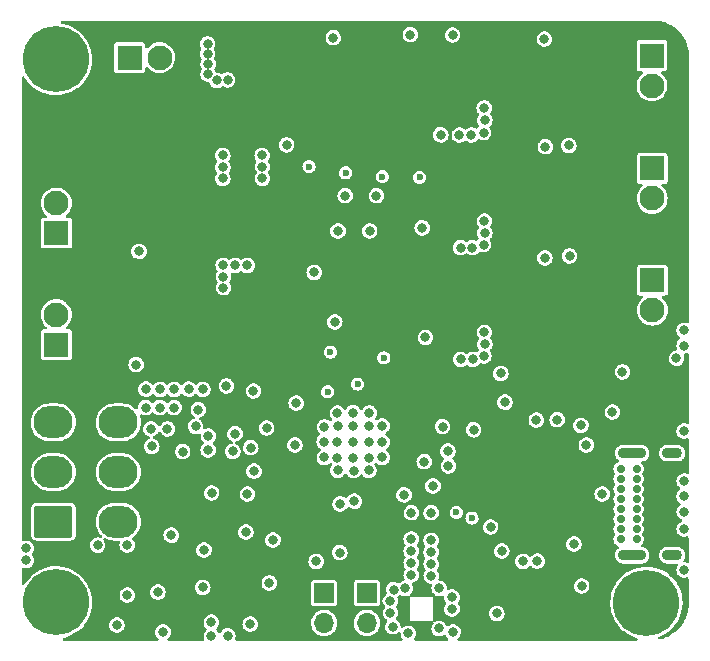
<source format=gbr>
%TF.GenerationSoftware,KiCad,Pcbnew,(6.0.1-0)*%
%TF.CreationDate,2022-08-02T20:22:24+01:00*%
%TF.ProjectId,Mainboard,4d61696e-626f-4617-9264-2e6b69636164,rev?*%
%TF.SameCoordinates,Original*%
%TF.FileFunction,Copper,L3,Inr*%
%TF.FilePolarity,Positive*%
%FSLAX46Y46*%
G04 Gerber Fmt 4.6, Leading zero omitted, Abs format (unit mm)*
G04 Created by KiCad (PCBNEW (6.0.1-0)) date 2022-08-02 20:22:24*
%MOMM*%
%LPD*%
G01*
G04 APERTURE LIST*
G04 Aperture macros list*
%AMRoundRect*
0 Rectangle with rounded corners*
0 $1 Rounding radius*
0 $2 $3 $4 $5 $6 $7 $8 $9 X,Y pos of 4 corners*
0 Add a 4 corners polygon primitive as box body*
4,1,4,$2,$3,$4,$5,$6,$7,$8,$9,$2,$3,0*
0 Add four circle primitives for the rounded corners*
1,1,$1+$1,$2,$3*
1,1,$1+$1,$4,$5*
1,1,$1+$1,$6,$7*
1,1,$1+$1,$8,$9*
0 Add four rect primitives between the rounded corners*
20,1,$1+$1,$2,$3,$4,$5,0*
20,1,$1+$1,$4,$5,$6,$7,0*
20,1,$1+$1,$6,$7,$8,$9,0*
20,1,$1+$1,$8,$9,$2,$3,0*%
G04 Aperture macros list end*
%TA.AperFunction,ComponentPad*%
%ADD10C,0.700000*%
%TD*%
%TA.AperFunction,ComponentPad*%
%ADD11O,2.400000X0.900000*%
%TD*%
%TA.AperFunction,ComponentPad*%
%ADD12O,1.700000X0.900000*%
%TD*%
%TA.AperFunction,ComponentPad*%
%ADD13R,1.700000X1.700000*%
%TD*%
%TA.AperFunction,ComponentPad*%
%ADD14O,1.700000X1.700000*%
%TD*%
%TA.AperFunction,ComponentPad*%
%ADD15R,2.100000X2.100000*%
%TD*%
%TA.AperFunction,ComponentPad*%
%ADD16C,2.100000*%
%TD*%
%TA.AperFunction,ComponentPad*%
%ADD17C,5.600000*%
%TD*%
%TA.AperFunction,ComponentPad*%
%ADD18RoundRect,0.250001X1.399999X-1.099999X1.399999X1.099999X-1.399999X1.099999X-1.399999X-1.099999X0*%
%TD*%
%TA.AperFunction,ComponentPad*%
%ADD19O,3.300000X2.700000*%
%TD*%
%TA.AperFunction,ViaPad*%
%ADD20C,0.600000*%
%TD*%
%TA.AperFunction,ViaPad*%
%ADD21C,0.800000*%
%TD*%
G04 APERTURE END LIST*
D10*
%TO.N,GND*%
%TO.C,J8*%
X169125000Y-113650000D03*
%TO.N,VBUS*%
X169125000Y-112800000D03*
%TO.N,Net-(J8-PadA5)*%
X169125000Y-111950000D03*
%TO.N,/Data+*%
X169125000Y-111100000D03*
%TO.N,/Data-*%
X169125000Y-110250000D03*
%TO.N,unconnected-(J8-PadA8)*%
X169125000Y-109400000D03*
%TO.N,VBUS*%
X169125000Y-108550000D03*
%TO.N,GND*%
X169125000Y-107700000D03*
X170475000Y-107700000D03*
%TO.N,VBUS*%
X170475000Y-108550000D03*
%TO.N,Net-(J8-PadB5)*%
X170475000Y-109400000D03*
%TO.N,/Data+*%
X170475000Y-110250000D03*
%TO.N,/Data-*%
X170475000Y-111100000D03*
%TO.N,unconnected-(J8-PadB8)*%
X170475000Y-111950000D03*
%TO.N,VBUS*%
X170475000Y-112800000D03*
%TO.N,GND*%
X170475000Y-113650000D03*
D11*
X170105000Y-115000000D03*
X170105000Y-106350000D03*
D12*
X173485000Y-106350000D03*
X173485000Y-115000000D03*
%TD*%
D13*
%TO.N,Net-(C3-Pad1)*%
%TO.C,J10*%
X144025000Y-118200000D03*
D14*
%TO.N,GND*%
X144025000Y-120740000D03*
%TD*%
D15*
%TO.N,Net-(D522-Pad1)*%
%TO.C,J2*%
X121350000Y-87719898D03*
D16*
%TO.N,+24V*%
X121350000Y-85179898D03*
%TD*%
D15*
%TO.N,Net-(D512-Pad1)*%
%TO.C,J1*%
X121350000Y-97170000D03*
D16*
%TO.N,+24V*%
X121350000Y-94630000D03*
%TD*%
D13*
%TO.N,Net-(C1-Pad1)*%
%TO.C,J9*%
X147637500Y-118200000D03*
D14*
%TO.N,GND*%
X147637500Y-120740000D03*
%TD*%
D15*
%TO.N,Net-(D532-Pad1)*%
%TO.C,J3*%
X127555102Y-72866006D03*
D16*
%TO.N,+24V*%
X130095102Y-72866006D03*
%TD*%
D17*
%TO.N,GND*%
%TO.C,H3*%
X121310400Y-118986300D03*
%TD*%
%TO.N,GND*%
%TO.C,H2*%
X171310400Y-119030000D03*
%TD*%
D15*
%TO.N,Net-(D562-Pad1)*%
%TO.C,J6*%
X171812999Y-91705101D03*
D16*
%TO.N,+24V*%
X171812999Y-94245101D03*
%TD*%
D18*
%TO.N,GND*%
%TO.C,J7*%
X121100000Y-112150000D03*
D19*
X121100000Y-107950000D03*
%TO.N,Net-(J7-Pad3)*%
X121100000Y-103750000D03*
%TO.N,+24V*%
X126600000Y-112150000D03*
%TO.N,/CAN_HIGH*%
X126600000Y-107950000D03*
%TO.N,/CAN_LOW*%
X126600000Y-103750000D03*
%TD*%
D17*
%TO.N,GND*%
%TO.C,H1*%
X121310400Y-72986900D03*
%TD*%
D15*
%TO.N,Net-(D552-Pad1)*%
%TO.C,J5*%
X171797263Y-82242919D03*
D16*
%TO.N,+24V*%
X171797263Y-84782919D03*
%TD*%
D15*
%TO.N,Net-(D542-Pad1)*%
%TO.C,J4*%
X171780605Y-72705073D03*
D16*
%TO.N,+24V*%
X171780605Y-75245073D03*
%TD*%
D20*
%TO.N,GND*%
X142750500Y-82100000D03*
X152100000Y-83000000D03*
X148950000Y-82950000D03*
X145850000Y-82624540D03*
D21*
X162674500Y-71300000D03*
X162715412Y-89823351D03*
X162755517Y-80413475D03*
X152600000Y-96550000D03*
%TO.N,/DTR*%
X158119600Y-112609300D03*
X154550000Y-107430000D03*
%TO.N,/Data+*%
X160860000Y-115510000D03*
%TO.N,/Data-*%
X162075500Y-115500000D03*
%TO.N,GND*%
X155600000Y-98425000D03*
X169285000Y-99475000D03*
X151400000Y-115650000D03*
X135500000Y-91400000D03*
X155475000Y-79425000D03*
X129430000Y-105790000D03*
X147810000Y-107810000D03*
X156575000Y-88950000D03*
X157525000Y-79225000D03*
X138800000Y-82100000D03*
X145800000Y-84560000D03*
X145140000Y-106740000D03*
X131310000Y-102510000D03*
X139160000Y-104240000D03*
X144050000Y-104130000D03*
X133750000Y-100950000D03*
X138040000Y-101090000D03*
X154900000Y-70950000D03*
X128940000Y-100940000D03*
X157575000Y-77125000D03*
X146480000Y-106750000D03*
X158990000Y-99600000D03*
X150900000Y-117800000D03*
X154930000Y-121500000D03*
X135750000Y-100660000D03*
X155575000Y-88950000D03*
X157625000Y-97125000D03*
X157525000Y-88700000D03*
X174500000Y-104480000D03*
X139690000Y-113710000D03*
X165830000Y-117600000D03*
X138090000Y-107880000D03*
X147790000Y-104060000D03*
X154850000Y-118550000D03*
X152500000Y-107080000D03*
X143190000Y-91050000D03*
X134200000Y-74250000D03*
X149910000Y-117900000D03*
X159330000Y-102040000D03*
X135500000Y-92350000D03*
X139380000Y-117340000D03*
X134225000Y-104900000D03*
X132550000Y-100940000D03*
X149640000Y-119860000D03*
D20*
X149080000Y-98290000D03*
D21*
X131075000Y-113300000D03*
X126480000Y-120910000D03*
X138800000Y-83100000D03*
X153240000Y-109130000D03*
X151400000Y-114640000D03*
X149840000Y-121050000D03*
X136500000Y-90450000D03*
X174510000Y-110010000D03*
X165768336Y-103997683D03*
X141660000Y-102120000D03*
X161990000Y-103560000D03*
X153080000Y-111400000D03*
X153770000Y-121200000D03*
X141550000Y-105650000D03*
X138780000Y-81150000D03*
X133850000Y-114550000D03*
X153770000Y-117800000D03*
X153090000Y-116740000D03*
X136291979Y-106207410D03*
X134200000Y-73400000D03*
X144040000Y-106710000D03*
X148930000Y-106720000D03*
X146490000Y-102930000D03*
X136480000Y-104710000D03*
X163750000Y-103525000D03*
X147840000Y-102950000D03*
X118820000Y-115430000D03*
X124840000Y-114150000D03*
X151325000Y-70925000D03*
X147880000Y-87550000D03*
X156500000Y-79425000D03*
X153080000Y-114730000D03*
X157600000Y-96125000D03*
X151400000Y-113630000D03*
X147790000Y-106760000D03*
X137521497Y-90454243D03*
X135483380Y-90450000D03*
X137530000Y-109810000D03*
X174510000Y-108730000D03*
X133750000Y-117725000D03*
X129950000Y-118125000D03*
X151150000Y-121610000D03*
X130100000Y-102500000D03*
X130760000Y-104300000D03*
X145160000Y-107820000D03*
X158650000Y-119920000D03*
X135450000Y-82150000D03*
X134480000Y-121820000D03*
X148940000Y-105410000D03*
X157600000Y-86700000D03*
X135450000Y-81150000D03*
X174510000Y-97250000D03*
X127350000Y-114140000D03*
X118820000Y-114420000D03*
X145160000Y-104070000D03*
X134950000Y-74800000D03*
X151400000Y-116660000D03*
X174510000Y-111320000D03*
X153080000Y-113730000D03*
X130140000Y-100950000D03*
X157625000Y-87700000D03*
X130384704Y-121490837D03*
X133375000Y-102675000D03*
X168435000Y-102875000D03*
X151410000Y-111400000D03*
X154850000Y-119550000D03*
X134150000Y-72550000D03*
D20*
X144560000Y-97800000D03*
D21*
X132050000Y-106225000D03*
X174510000Y-116260000D03*
X146530000Y-107830000D03*
X135870000Y-121820000D03*
X145150000Y-102960000D03*
X127360625Y-118375990D03*
X144020000Y-105380000D03*
X149640000Y-118860000D03*
X144920000Y-95250000D03*
X173850000Y-98320000D03*
X129360000Y-104300000D03*
X128910000Y-102500000D03*
X133140000Y-104090000D03*
X148930000Y-104060000D03*
X146460000Y-104080000D03*
X165170000Y-114050000D03*
X144800000Y-71175000D03*
X166220000Y-105670000D03*
X145350000Y-114775000D03*
X156600000Y-98425000D03*
X145150000Y-105420000D03*
X167570000Y-109810000D03*
X157550000Y-98125000D03*
X174510000Y-112790000D03*
X174500000Y-95950000D03*
X143350000Y-115525000D03*
X157625000Y-78175000D03*
X134150000Y-71700000D03*
X134200000Y-106080000D03*
D20*
X146856300Y-100500000D03*
D21*
X137810000Y-105890000D03*
X159060000Y-114650000D03*
X153080000Y-115740000D03*
X135850000Y-74750000D03*
X135450000Y-83100000D03*
X148450000Y-84560000D03*
X146500000Y-105420000D03*
X134470000Y-120670000D03*
X131330000Y-100950000D03*
X147790000Y-105430000D03*
%TO.N,Net-(D512-Pad1)*%
X128100000Y-98860000D03*
X145200000Y-87550000D03*
%TO.N,+3V3*%
X149956300Y-108875000D03*
X152300000Y-91250000D03*
X166544600Y-109109300D03*
X148350000Y-99000000D03*
X143600000Y-109825000D03*
X137875000Y-117400000D03*
X164660715Y-117508268D03*
X130362904Y-119940837D03*
X151000000Y-106875000D03*
X152350000Y-77350000D03*
X160433705Y-105817863D03*
%TO.N,Net-(D552-Pad1)*%
X153900500Y-79400000D03*
X164750000Y-80300000D03*
%TO.N,/Vref*%
X137400000Y-113030000D03*
X134500000Y-109725000D03*
%TO.N,/EN*%
X154500000Y-106175000D03*
X154050000Y-104100000D03*
X150790000Y-109880000D03*
%TO.N,/BOOT*%
X156675000Y-104375000D03*
D20*
X144313912Y-101161734D03*
D21*
X137769159Y-120832708D03*
D20*
%TO.N,/TXD*%
X156550000Y-111850000D03*
D21*
X145375000Y-110650000D03*
%TO.N,/RXD*%
X146575000Y-110425000D03*
D20*
X155220000Y-111360000D03*
D21*
%TO.N,Net-(D522-Pad1)*%
X140850000Y-80250000D03*
X128350000Y-89260000D03*
%TO.N,Net-(D562-Pad1)*%
X152325000Y-87275000D03*
X164800000Y-89650000D03*
%TD*%
%TA.AperFunction,Conductor*%
%TO.N,+3V3*%
G36*
X171913285Y-69730476D02*
G01*
X171926373Y-69733062D01*
X171938542Y-69730626D01*
X171950950Y-69730610D01*
X171950950Y-69730706D01*
X171961892Y-69729903D01*
X172230852Y-69743658D01*
X172243968Y-69745021D01*
X172538618Y-69791312D01*
X172551514Y-69794036D01*
X172769474Y-69852150D01*
X172839729Y-69870882D01*
X172852278Y-69874943D01*
X173130858Y-69981489D01*
X173142915Y-69986839D01*
X173408839Y-70121930D01*
X173420270Y-70128511D01*
X173670623Y-70290666D01*
X173681303Y-70298407D01*
X173913315Y-70485831D01*
X173923127Y-70494644D01*
X173950381Y-70521834D01*
X174134284Y-70705307D01*
X174143122Y-70715099D01*
X174331103Y-70946688D01*
X174338866Y-70957347D01*
X174501605Y-71207317D01*
X174508207Y-71218722D01*
X174643918Y-71484327D01*
X174649296Y-71496371D01*
X174756499Y-71774712D01*
X174760590Y-71787252D01*
X174838108Y-72075279D01*
X174840864Y-72088178D01*
X174887846Y-72382719D01*
X174889239Y-72395832D01*
X174902801Y-72649391D01*
X174903623Y-72664753D01*
X174902846Y-72675694D01*
X174902943Y-72675694D01*
X174902957Y-72688101D01*
X174900548Y-72700278D01*
X174902983Y-72712449D01*
X174903076Y-72712916D01*
X174905524Y-72737630D01*
X174905524Y-95217099D01*
X174885522Y-95285220D01*
X174831866Y-95331713D01*
X174761592Y-95341817D01*
X174739030Y-95335943D01*
X174736274Y-95334484D01*
X174582633Y-95295892D01*
X174575034Y-95295852D01*
X174575033Y-95295852D01*
X174509181Y-95295507D01*
X174424221Y-95295062D01*
X174416841Y-95296834D01*
X174416839Y-95296834D01*
X174277563Y-95330271D01*
X174277560Y-95330272D01*
X174270184Y-95332043D01*
X174129414Y-95404700D01*
X174010039Y-95508838D01*
X173918950Y-95638444D01*
X173861406Y-95786037D01*
X173860414Y-95793570D01*
X173860414Y-95793571D01*
X173841726Y-95935524D01*
X173840729Y-95943096D01*
X173848520Y-96013664D01*
X173856823Y-96088865D01*
X173858113Y-96100553D01*
X173860723Y-96107684D01*
X173860723Y-96107686D01*
X173906299Y-96232228D01*
X173912553Y-96249319D01*
X173916789Y-96255622D01*
X173916789Y-96255623D01*
X173930182Y-96275553D01*
X174000908Y-96380805D01*
X174006527Y-96385918D01*
X174006528Y-96385919D01*
X174075627Y-96448794D01*
X174118076Y-96487419D01*
X174126806Y-96492159D01*
X174128018Y-96493365D01*
X174130943Y-96495444D01*
X174130597Y-96495932D01*
X174177126Y-96542241D01*
X174192382Y-96611580D01*
X174167729Y-96678158D01*
X174140708Y-96704032D01*
X174139414Y-96704700D01*
X174020039Y-96808838D01*
X173928950Y-96938444D01*
X173871406Y-97086037D01*
X173870414Y-97093570D01*
X173870414Y-97093571D01*
X173855653Y-97205695D01*
X173850729Y-97243096D01*
X173868113Y-97400553D01*
X173870723Y-97407686D01*
X173870724Y-97407689D01*
X173902973Y-97495815D01*
X173907599Y-97566660D01*
X173873189Y-97628761D01*
X173810667Y-97662399D01*
X173783989Y-97665113D01*
X173782977Y-97665108D01*
X173774221Y-97665062D01*
X173766841Y-97666834D01*
X173766839Y-97666834D01*
X173627563Y-97700271D01*
X173627560Y-97700272D01*
X173620184Y-97702043D01*
X173479414Y-97774700D01*
X173360039Y-97878838D01*
X173268950Y-98008444D01*
X173266190Y-98015524D01*
X173218124Y-98138807D01*
X173211406Y-98156037D01*
X173210414Y-98163570D01*
X173210414Y-98163571D01*
X173192692Y-98298188D01*
X173190729Y-98313096D01*
X173199421Y-98391824D01*
X173207186Y-98462156D01*
X173208113Y-98470553D01*
X173210723Y-98477684D01*
X173210723Y-98477686D01*
X173241583Y-98562014D01*
X173262553Y-98619319D01*
X173266789Y-98625622D01*
X173266789Y-98625623D01*
X173345411Y-98742624D01*
X173350908Y-98750805D01*
X173356527Y-98755918D01*
X173356528Y-98755919D01*
X173457952Y-98848207D01*
X173468076Y-98857419D01*
X173607293Y-98933008D01*
X173760522Y-98973207D01*
X173844477Y-98974526D01*
X173911319Y-98975576D01*
X173911322Y-98975576D01*
X173918916Y-98975695D01*
X174073332Y-98940329D01*
X174153470Y-98900024D01*
X174208072Y-98872563D01*
X174208075Y-98872561D01*
X174214855Y-98869151D01*
X174220626Y-98864222D01*
X174220629Y-98864220D01*
X174329536Y-98771204D01*
X174329536Y-98771203D01*
X174335314Y-98766269D01*
X174427755Y-98637624D01*
X174486842Y-98490641D01*
X174494796Y-98434754D01*
X174508581Y-98337891D01*
X174508581Y-98337888D01*
X174509162Y-98333807D01*
X174509307Y-98320000D01*
X174490276Y-98162733D01*
X174457575Y-98076193D01*
X174452207Y-98005401D01*
X174485964Y-97942944D01*
X174548130Y-97908652D01*
X174563841Y-97907051D01*
X174563769Y-97906369D01*
X174571318Y-97905576D01*
X174578916Y-97905695D01*
X174733332Y-97870329D01*
X174737898Y-97868033D01*
X174807710Y-97863839D01*
X174869630Y-97898573D01*
X174902942Y-97961269D01*
X174905524Y-97986646D01*
X174905524Y-103747099D01*
X174885522Y-103815220D01*
X174831866Y-103861713D01*
X174761592Y-103871817D01*
X174739030Y-103865943D01*
X174736274Y-103864484D01*
X174582633Y-103825892D01*
X174575034Y-103825852D01*
X174575033Y-103825852D01*
X174509181Y-103825507D01*
X174424221Y-103825062D01*
X174416841Y-103826834D01*
X174416839Y-103826834D01*
X174277563Y-103860271D01*
X174277560Y-103860272D01*
X174270184Y-103862043D01*
X174129414Y-103934700D01*
X174010039Y-104038838D01*
X173918950Y-104168444D01*
X173893780Y-104233003D01*
X173866047Y-104304134D01*
X173861406Y-104316037D01*
X173860414Y-104323570D01*
X173860414Y-104323571D01*
X173841928Y-104463992D01*
X173840729Y-104473096D01*
X173847253Y-104532185D01*
X173857203Y-104622309D01*
X173858113Y-104630553D01*
X173860723Y-104637684D01*
X173860723Y-104637686D01*
X173908693Y-104768770D01*
X173912553Y-104779319D01*
X173916789Y-104785622D01*
X173916789Y-104785623D01*
X173990675Y-104895576D01*
X174000908Y-104910805D01*
X174006527Y-104915918D01*
X174006528Y-104915919D01*
X174090048Y-104991916D01*
X174118076Y-105017419D01*
X174257293Y-105093008D01*
X174410522Y-105133207D01*
X174494477Y-105134526D01*
X174561319Y-105135576D01*
X174561322Y-105135576D01*
X174568916Y-105135695D01*
X174723332Y-105100329D01*
X174730118Y-105096916D01*
X174736843Y-105094495D01*
X174807712Y-105090239D01*
X174869631Y-105124974D01*
X174902942Y-105187671D01*
X174905524Y-105213046D01*
X174905524Y-107993260D01*
X174885522Y-108061381D01*
X174831866Y-108107874D01*
X174761592Y-108117978D01*
X174746390Y-108114022D01*
X174746274Y-108114484D01*
X174725711Y-108109319D01*
X174592633Y-108075892D01*
X174585034Y-108075852D01*
X174585033Y-108075852D01*
X174519181Y-108075507D01*
X174434221Y-108075062D01*
X174426841Y-108076834D01*
X174426839Y-108076834D01*
X174287563Y-108110271D01*
X174287560Y-108110272D01*
X174280184Y-108112043D01*
X174139414Y-108184700D01*
X174020039Y-108288838D01*
X173928950Y-108418444D01*
X173907290Y-108473999D01*
X173877659Y-108550000D01*
X173871406Y-108566037D01*
X173870414Y-108573570D01*
X173870414Y-108573571D01*
X173851738Y-108715434D01*
X173850729Y-108723096D01*
X173851563Y-108730646D01*
X173864434Y-108847227D01*
X173868113Y-108880553D01*
X173870723Y-108887684D01*
X173870723Y-108887686D01*
X173901846Y-108972733D01*
X173922553Y-109029319D01*
X173926789Y-109035622D01*
X173926789Y-109035623D01*
X173985569Y-109123096D01*
X174010908Y-109160805D01*
X174016527Y-109165918D01*
X174016528Y-109165919D01*
X174122456Y-109262306D01*
X174122460Y-109262309D01*
X174128076Y-109267419D01*
X174130615Y-109268798D01*
X174173313Y-109322986D01*
X174180129Y-109393655D01*
X174147656Y-109456790D01*
X174139212Y-109464876D01*
X174025765Y-109563842D01*
X174025761Y-109563846D01*
X174020039Y-109568838D01*
X173928950Y-109698444D01*
X173913213Y-109738807D01*
X173875521Y-109835483D01*
X173871406Y-109846037D01*
X173870414Y-109853570D01*
X173870414Y-109853571D01*
X173851762Y-109995251D01*
X173850729Y-110003096D01*
X173855775Y-110048798D01*
X173866893Y-110149500D01*
X173868113Y-110160553D01*
X173870723Y-110167684D01*
X173870723Y-110167686D01*
X173904946Y-110261204D01*
X173922553Y-110309319D01*
X173926789Y-110315622D01*
X173926789Y-110315623D01*
X174005370Y-110432563D01*
X174010908Y-110440805D01*
X174016527Y-110445918D01*
X174016528Y-110445919D01*
X174115191Y-110535695D01*
X174128076Y-110547419D01*
X174134748Y-110551042D01*
X174134750Y-110551043D01*
X174139428Y-110553583D01*
X174189748Y-110603668D01*
X174205002Y-110673006D01*
X174180347Y-110739584D01*
X174150124Y-110768524D01*
X174146159Y-110771219D01*
X174139414Y-110774700D01*
X174020039Y-110878838D01*
X173928950Y-111008444D01*
X173903466Y-111073807D01*
X173890062Y-111108188D01*
X173871406Y-111156037D01*
X173870414Y-111163570D01*
X173870414Y-111163571D01*
X173851927Y-111303999D01*
X173850729Y-111313096D01*
X173857086Y-111370672D01*
X173867067Y-111461077D01*
X173868113Y-111470553D01*
X173870723Y-111477684D01*
X173870723Y-111477686D01*
X173904740Y-111570641D01*
X173922553Y-111619319D01*
X173926789Y-111625622D01*
X173926789Y-111625623D01*
X173994984Y-111727107D01*
X174010908Y-111750805D01*
X174016527Y-111755918D01*
X174016528Y-111755919D01*
X174121246Y-111851204D01*
X174128076Y-111857419D01*
X174267293Y-111933008D01*
X174274636Y-111934934D01*
X174281704Y-111937733D01*
X174280508Y-111940754D01*
X174328747Y-111969835D01*
X174360080Y-112033543D01*
X174351995Y-112104078D01*
X174307060Y-112159045D01*
X174283508Y-112171245D01*
X174280184Y-112172043D01*
X174273440Y-112175524D01*
X174273437Y-112175525D01*
X174207089Y-112209770D01*
X174139414Y-112244700D01*
X174020039Y-112348838D01*
X173928950Y-112478444D01*
X173926190Y-112485524D01*
X173876320Y-112613434D01*
X173871406Y-112626037D01*
X173870414Y-112633570D01*
X173870414Y-112633571D01*
X173852850Y-112766986D01*
X173850729Y-112783096D01*
X173858540Y-112853846D01*
X173865830Y-112919871D01*
X173868113Y-112940553D01*
X173870723Y-112947684D01*
X173870723Y-112947686D01*
X173919589Y-113081219D01*
X173922553Y-113089319D01*
X173926789Y-113095622D01*
X173926789Y-113095623D01*
X173993603Y-113195052D01*
X174010908Y-113220805D01*
X174016527Y-113225918D01*
X174016528Y-113225919D01*
X174120946Y-113320931D01*
X174128076Y-113327419D01*
X174267293Y-113403008D01*
X174420522Y-113443207D01*
X174504477Y-113444526D01*
X174571319Y-113445576D01*
X174571322Y-113445576D01*
X174578916Y-113445695D01*
X174733332Y-113410329D01*
X174737898Y-113408033D01*
X174807710Y-113403839D01*
X174869630Y-113438573D01*
X174902942Y-113501269D01*
X174905524Y-113526646D01*
X174905524Y-115523260D01*
X174885522Y-115591381D01*
X174831866Y-115637874D01*
X174761592Y-115647978D01*
X174746390Y-115644022D01*
X174746274Y-115644484D01*
X174736556Y-115642043D01*
X174592633Y-115605892D01*
X174585034Y-115605852D01*
X174585033Y-115605852D01*
X174567472Y-115605760D01*
X174499457Y-115585401D01*
X174453246Y-115531502D01*
X174443511Y-115461176D01*
X174464221Y-115408979D01*
X174467748Y-115405021D01*
X174519484Y-115307309D01*
X174543984Y-115261037D01*
X174543985Y-115261035D01*
X174547538Y-115254324D01*
X174549388Y-115246959D01*
X174587227Y-115096317D01*
X174587227Y-115096313D01*
X174589078Y-115088946D01*
X174589131Y-115078941D01*
X174589489Y-115010429D01*
X174589971Y-114918432D01*
X174588199Y-114911050D01*
X174551937Y-114760006D01*
X174551936Y-114760002D01*
X174550165Y-114752627D01*
X174495075Y-114645892D01*
X174475441Y-114607852D01*
X174475441Y-114607851D01*
X174471958Y-114601104D01*
X174463181Y-114591042D01*
X174364861Y-114478336D01*
X174359865Y-114472609D01*
X174220357Y-114374562D01*
X174117721Y-114334546D01*
X174068569Y-114315382D01*
X174068566Y-114315381D01*
X174061489Y-114312622D01*
X174053956Y-114311630D01*
X174053955Y-114311630D01*
X173935523Y-114296038D01*
X173935522Y-114296038D01*
X173931436Y-114295500D01*
X173042244Y-114295500D01*
X172915719Y-114310811D01*
X172756211Y-114371084D01*
X172749953Y-114375385D01*
X172633207Y-114455623D01*
X172615684Y-114467666D01*
X172610632Y-114473336D01*
X172610631Y-114473337D01*
X172507305Y-114589307D01*
X172507303Y-114589310D01*
X172502252Y-114594979D01*
X172498697Y-114601692D01*
X172498697Y-114601693D01*
X172430460Y-114730571D01*
X172422462Y-114745676D01*
X172420612Y-114753041D01*
X172383538Y-114900641D01*
X172380922Y-114911054D01*
X172380882Y-114918653D01*
X172380882Y-114918655D01*
X172380678Y-114957624D01*
X172380029Y-115081568D01*
X172381801Y-115088948D01*
X172381801Y-115088950D01*
X172416947Y-115235343D01*
X172419835Y-115247373D01*
X172432558Y-115272024D01*
X172481958Y-115367733D01*
X172498042Y-115398896D01*
X172503034Y-115404618D01*
X172503035Y-115404620D01*
X172595457Y-115510565D01*
X172610135Y-115527391D01*
X172749643Y-115625438D01*
X172839708Y-115660553D01*
X172901431Y-115684618D01*
X172901434Y-115684619D01*
X172908511Y-115687378D01*
X172916044Y-115688370D01*
X172916045Y-115688370D01*
X173034477Y-115703962D01*
X173034478Y-115703962D01*
X173038564Y-115704500D01*
X173857836Y-115704500D01*
X173925957Y-115724502D01*
X173972450Y-115778158D01*
X173982554Y-115848432D01*
X173960923Y-115902951D01*
X173934319Y-115940805D01*
X173928950Y-115948444D01*
X173905414Y-116008811D01*
X173874173Y-116088941D01*
X173871406Y-116096037D01*
X173870414Y-116103570D01*
X173870414Y-116103571D01*
X173851836Y-116244691D01*
X173850729Y-116253096D01*
X173859421Y-116331824D01*
X173862038Y-116355524D01*
X173868113Y-116410553D01*
X173870723Y-116417684D01*
X173870723Y-116417686D01*
X173901846Y-116502733D01*
X173922553Y-116559319D01*
X173926789Y-116565622D01*
X173926789Y-116565623D01*
X173985569Y-116653096D01*
X174010908Y-116690805D01*
X174128076Y-116797419D01*
X174267293Y-116873008D01*
X174420522Y-116913207D01*
X174504477Y-116914526D01*
X174571319Y-116915576D01*
X174571322Y-116915576D01*
X174578916Y-116915695D01*
X174733332Y-116880329D01*
X174737898Y-116878033D01*
X174807710Y-116873839D01*
X174869630Y-116908573D01*
X174902942Y-116971269D01*
X174905524Y-116996646D01*
X174905524Y-119001874D01*
X174903016Y-119026871D01*
X174903016Y-119026887D01*
X174900550Y-119039052D01*
X174902927Y-119051233D01*
X174902881Y-119063642D01*
X174902788Y-119063642D01*
X174903539Y-119074592D01*
X174894372Y-119238444D01*
X174887274Y-119365305D01*
X174885855Y-119378382D01*
X174859216Y-119543096D01*
X174837650Y-119676446D01*
X174834738Y-119694449D01*
X174831964Y-119707302D01*
X174809317Y-119790820D01*
X174748174Y-120016302D01*
X174744074Y-120028801D01*
X174671884Y-120215342D01*
X174632802Y-120316331D01*
X174628521Y-120327392D01*
X174623139Y-120339396D01*
X174533852Y-120513571D01*
X174477086Y-120624306D01*
X174470482Y-120635683D01*
X174295518Y-120903813D01*
X174287763Y-120914440D01*
X174223353Y-120993667D01*
X174090100Y-121157574D01*
X174085800Y-121162863D01*
X174076993Y-121172609D01*
X173850216Y-121398635D01*
X173840432Y-121407417D01*
X173769671Y-121464555D01*
X173591322Y-121608568D01*
X173580685Y-121616275D01*
X173311964Y-121790354D01*
X173300577Y-121796913D01*
X173036991Y-121930932D01*
X173015179Y-121942022D01*
X173003157Y-121947364D01*
X172704189Y-122061923D01*
X172691676Y-122065982D01*
X172550184Y-122103845D01*
X172482086Y-122122068D01*
X172475688Y-122123780D01*
X172404712Y-122122068D01*
X172345930Y-122082254D01*
X172318003Y-122016981D01*
X172329799Y-121946971D01*
X172377573Y-121894452D01*
X172397552Y-121884590D01*
X172472354Y-121855576D01*
X172574216Y-121816066D01*
X172876899Y-121657827D01*
X173104002Y-121504644D01*
X173157142Y-121468801D01*
X173157144Y-121468800D01*
X173160058Y-121466834D01*
X173165077Y-121462563D01*
X173417489Y-121247743D01*
X173417490Y-121247742D01*
X173420162Y-121245468D01*
X173460386Y-121202634D01*
X173651559Y-120999056D01*
X173651563Y-120999051D01*
X173653970Y-120996488D01*
X173656075Y-120993674D01*
X173656081Y-120993667D01*
X173856458Y-120725817D01*
X173858567Y-120722998D01*
X173862245Y-120716730D01*
X173953091Y-120561885D01*
X174031403Y-120428406D01*
X174037324Y-120415107D01*
X174168892Y-120119600D01*
X174168894Y-120119595D01*
X174170324Y-120116383D01*
X174273599Y-119790820D01*
X174339940Y-119455774D01*
X174363889Y-119170571D01*
X174368337Y-119117605D01*
X174368338Y-119117594D01*
X174368520Y-119115421D01*
X174368683Y-119103787D01*
X174369683Y-119032178D01*
X174369683Y-119032166D01*
X174369713Y-119030000D01*
X174369561Y-119027269D01*
X174351693Y-118707686D01*
X174350647Y-118688982D01*
X174327140Y-118550000D01*
X174294274Y-118355683D01*
X174294273Y-118355678D01*
X174293687Y-118352214D01*
X174199543Y-118023894D01*
X174140664Y-117881042D01*
X174070726Y-117711359D01*
X174070722Y-117711351D01*
X174069388Y-117708114D01*
X173904845Y-117408811D01*
X173881568Y-117375813D01*
X173709995Y-117132594D01*
X173709994Y-117132593D01*
X173707964Y-117129715D01*
X173481199Y-116874303D01*
X173402746Y-116803664D01*
X173229995Y-116648118D01*
X173229992Y-116648116D01*
X173227377Y-116645761D01*
X173190316Y-116619228D01*
X172952529Y-116448989D01*
X172952522Y-116448985D01*
X172949662Y-116446937D01*
X172651515Y-116280308D01*
X172336651Y-116147951D01*
X172333282Y-116146960D01*
X172333278Y-116146958D01*
X172185861Y-116103571D01*
X172008997Y-116051517D01*
X172005538Y-116050907D01*
X172005529Y-116050905D01*
X171757688Y-116007205D01*
X171672635Y-115992208D01*
X171594211Y-115987274D01*
X171335276Y-115970983D01*
X171335270Y-115970983D01*
X171331758Y-115970762D01*
X171252003Y-115974663D01*
X170994122Y-115987274D01*
X170994113Y-115987275D01*
X170990615Y-115987446D01*
X170987147Y-115988008D01*
X170987144Y-115988008D01*
X170656932Y-116041491D01*
X170656929Y-116041492D01*
X170653457Y-116042054D01*
X170650070Y-116043000D01*
X170650064Y-116043001D01*
X170484395Y-116089257D01*
X170324488Y-116133904D01*
X170244946Y-116166041D01*
X170011072Y-116260532D01*
X170011068Y-116260534D01*
X170007808Y-116261851D01*
X170004721Y-116263520D01*
X170004717Y-116263522D01*
X169929870Y-116303992D01*
X169707363Y-116424301D01*
X169426899Y-116619228D01*
X169424257Y-116621541D01*
X169424253Y-116621544D01*
X169216858Y-116803105D01*
X169169911Y-116844204D01*
X168939602Y-117096425D01*
X168738844Y-117372745D01*
X168737102Y-117375811D01*
X168737101Y-117375813D01*
X168719255Y-117407228D01*
X168570137Y-117669722D01*
X168506632Y-117817891D01*
X168437069Y-117980194D01*
X168435586Y-117983653D01*
X168428051Y-118008611D01*
X168341392Y-118295641D01*
X168336867Y-118310627D01*
X168320414Y-118400273D01*
X168276083Y-118641817D01*
X168275211Y-118646566D01*
X168251385Y-118987285D01*
X168265688Y-119328537D01*
X168288183Y-119473846D01*
X168313591Y-119637971D01*
X168317940Y-119666067D01*
X168318862Y-119669459D01*
X168318862Y-119669461D01*
X168330315Y-119711615D01*
X168407491Y-119995669D01*
X168408781Y-119998928D01*
X168408783Y-119998933D01*
X168474508Y-120164934D01*
X168533225Y-120313235D01*
X168534870Y-120316329D01*
X168534871Y-120316331D01*
X168691894Y-120611649D01*
X168693573Y-120614807D01*
X168695563Y-120617713D01*
X168695564Y-120617715D01*
X168884547Y-120893718D01*
X168884552Y-120893724D01*
X168886538Y-120896625D01*
X168905958Y-120919123D01*
X169101023Y-121145108D01*
X169109714Y-121155177D01*
X169360321Y-121387241D01*
X169363147Y-121389324D01*
X169363150Y-121389327D01*
X169382081Y-121403284D01*
X169635233Y-121589924D01*
X169638270Y-121591678D01*
X169638274Y-121591680D01*
X169775039Y-121670641D01*
X169931024Y-121760699D01*
X170068237Y-121820646D01*
X170240788Y-121896032D01*
X170240791Y-121896033D01*
X170244009Y-121897439D01*
X170247366Y-121898478D01*
X170247371Y-121898480D01*
X170490437Y-121973721D01*
X170549597Y-122012972D01*
X170578144Y-122077977D01*
X170567015Y-122148096D01*
X170519744Y-122201067D01*
X170453178Y-122220086D01*
X155436254Y-122220086D01*
X155368133Y-122200084D01*
X155321640Y-122146428D01*
X155311536Y-122076154D01*
X155341030Y-122011574D01*
X155354423Y-121998275D01*
X155409536Y-121951204D01*
X155409536Y-121951203D01*
X155415314Y-121946269D01*
X155507755Y-121817624D01*
X155566842Y-121670641D01*
X155578329Y-121589924D01*
X155588581Y-121517891D01*
X155588581Y-121517888D01*
X155589162Y-121513807D01*
X155589248Y-121505623D01*
X155589264Y-121504134D01*
X155589264Y-121504128D01*
X155589307Y-121500000D01*
X155588699Y-121494971D01*
X155580005Y-121423134D01*
X155570276Y-121342733D01*
X155514280Y-121194546D01*
X155499517Y-121173065D01*
X155428855Y-121070251D01*
X155428854Y-121070249D01*
X155424553Y-121063992D01*
X155408600Y-121049778D01*
X155385230Y-121028957D01*
X155306275Y-120958611D01*
X155298889Y-120954700D01*
X155210225Y-120907755D01*
X155166274Y-120884484D01*
X155012633Y-120845892D01*
X155005034Y-120845852D01*
X155005033Y-120845852D01*
X154939181Y-120845507D01*
X154854221Y-120845062D01*
X154846841Y-120846834D01*
X154846839Y-120846834D01*
X154707563Y-120880271D01*
X154707560Y-120880272D01*
X154700184Y-120882043D01*
X154559414Y-120954700D01*
X154553694Y-120959690D01*
X154547406Y-120963963D01*
X154545601Y-120961306D01*
X154494316Y-120984911D01*
X154424012Y-120975015D01*
X154370219Y-120928681D01*
X154358149Y-120904785D01*
X154356964Y-120901649D01*
X154354280Y-120894546D01*
X154298237Y-120813003D01*
X154268855Y-120770251D01*
X154268854Y-120770249D01*
X154264553Y-120763992D01*
X154250700Y-120751649D01*
X154218542Y-120722998D01*
X154146275Y-120658611D01*
X154138889Y-120654700D01*
X154057674Y-120611699D01*
X154006274Y-120584484D01*
X153852633Y-120545892D01*
X153845034Y-120545852D01*
X153845033Y-120545852D01*
X153779181Y-120545507D01*
X153694221Y-120545062D01*
X153686841Y-120546834D01*
X153686839Y-120546834D01*
X153547563Y-120580271D01*
X153547560Y-120580272D01*
X153540184Y-120582043D01*
X153399414Y-120654700D01*
X153395727Y-120657916D01*
X153329238Y-120679310D01*
X153279571Y-120666104D01*
X153287886Y-120723932D01*
X153266255Y-120778450D01*
X153188950Y-120888444D01*
X153161593Y-120958611D01*
X153145868Y-120998945D01*
X153131406Y-121036037D01*
X153130414Y-121043570D01*
X153130414Y-121043571D01*
X153112548Y-121179281D01*
X153110729Y-121193096D01*
X153113770Y-121220641D01*
X153127250Y-121342733D01*
X153128113Y-121350553D01*
X153130723Y-121357684D01*
X153130723Y-121357686D01*
X153178515Y-121488284D01*
X153182553Y-121499319D01*
X153186789Y-121505622D01*
X153186789Y-121505623D01*
X153266206Y-121623807D01*
X153270908Y-121630805D01*
X153276527Y-121635918D01*
X153276528Y-121635919D01*
X153365737Y-121717092D01*
X153388076Y-121737419D01*
X153527293Y-121813008D01*
X153680522Y-121853207D01*
X153764477Y-121854526D01*
X153831319Y-121855576D01*
X153831322Y-121855576D01*
X153838916Y-121855695D01*
X153993332Y-121820329D01*
X154086168Y-121773638D01*
X154128072Y-121752563D01*
X154128075Y-121752561D01*
X154134855Y-121749151D01*
X154141250Y-121743689D01*
X154141795Y-121743445D01*
X154146959Y-121740014D01*
X154147531Y-121740875D01*
X154206037Y-121714656D01*
X154276237Y-121725257D01*
X154329562Y-121772129D01*
X154336183Y-121785578D01*
X154336495Y-121785419D01*
X154339943Y-121792185D01*
X154342553Y-121799319D01*
X154346789Y-121805622D01*
X154346789Y-121805623D01*
X154356056Y-121819413D01*
X154430908Y-121930805D01*
X154436527Y-121935918D01*
X154436528Y-121935919D01*
X154507933Y-122000892D01*
X154544856Y-122061532D01*
X154543133Y-122132508D01*
X154503311Y-122191285D01*
X154438033Y-122219202D01*
X154423134Y-122220086D01*
X151763296Y-122220086D01*
X151695175Y-122200084D01*
X151648682Y-122146428D01*
X151638578Y-122076154D01*
X151660972Y-122020562D01*
X151727755Y-121927624D01*
X151786842Y-121780641D01*
X151797862Y-121703207D01*
X151808581Y-121627891D01*
X151808581Y-121627888D01*
X151809162Y-121623807D01*
X151809307Y-121610000D01*
X151806575Y-121587419D01*
X151803659Y-121563326D01*
X151790276Y-121452733D01*
X151734280Y-121304546D01*
X151716455Y-121278611D01*
X151648855Y-121180251D01*
X151648854Y-121180249D01*
X151644553Y-121173992D01*
X151626142Y-121157588D01*
X151589445Y-121124893D01*
X151526275Y-121068611D01*
X151518889Y-121064700D01*
X151451382Y-121028957D01*
X151386274Y-120994484D01*
X151232633Y-120955892D01*
X151225034Y-120955852D01*
X151225033Y-120955852D01*
X151159181Y-120955507D01*
X151074221Y-120955062D01*
X151066841Y-120956834D01*
X151066839Y-120956834D01*
X150927563Y-120990271D01*
X150927560Y-120990272D01*
X150920184Y-120992043D01*
X150779414Y-121064700D01*
X150721168Y-121115512D01*
X150706990Y-121127880D01*
X150642508Y-121157588D01*
X150572200Y-121147719D01*
X150518390Y-121101405D01*
X150499073Y-121048068D01*
X150480276Y-120892733D01*
X150424280Y-120744546D01*
X150385342Y-120687891D01*
X150338855Y-120620251D01*
X150338854Y-120620249D01*
X150334553Y-120613992D01*
X150216275Y-120508611D01*
X150172705Y-120485542D01*
X150121862Y-120435989D01*
X150105881Y-120366814D01*
X150129343Y-120300662D01*
X150141368Y-120283927D01*
X150217755Y-120177624D01*
X150276842Y-120030641D01*
X150299162Y-119873807D01*
X150299307Y-119860000D01*
X150298015Y-119849319D01*
X150287638Y-119763571D01*
X150280276Y-119702733D01*
X150224280Y-119554546D01*
X150172318Y-119478941D01*
X150138839Y-119430228D01*
X150116739Y-119362759D01*
X150134625Y-119294052D01*
X150140349Y-119285345D01*
X150217755Y-119177624D01*
X150276842Y-119030641D01*
X150292558Y-118920210D01*
X150298581Y-118877891D01*
X150298581Y-118877888D01*
X150299162Y-118873807D01*
X150299307Y-118860000D01*
X150298015Y-118849319D01*
X150289505Y-118778999D01*
X150280276Y-118702733D01*
X150237755Y-118590206D01*
X150232387Y-118519414D01*
X150266144Y-118456957D01*
X150275181Y-118449531D01*
X150274856Y-118449151D01*
X150383512Y-118356350D01*
X150448301Y-118327319D01*
X150518501Y-118337924D01*
X150525455Y-118341425D01*
X150657293Y-118413008D01*
X150810522Y-118453207D01*
X150894477Y-118454526D01*
X150961319Y-118455576D01*
X150961322Y-118455576D01*
X150968916Y-118455695D01*
X151056782Y-118435571D01*
X151115933Y-118422024D01*
X151115936Y-118422023D01*
X151123332Y-118420329D01*
X151130113Y-118416919D01*
X151131320Y-118416484D01*
X151202189Y-118412229D01*
X151264108Y-118446964D01*
X151297419Y-118509661D01*
X151300000Y-118535035D01*
X151300000Y-120580000D01*
X153163168Y-120580000D01*
X153209285Y-120593541D01*
X153200000Y-120553352D01*
X153200000Y-118510000D01*
X151418063Y-118510000D01*
X151349942Y-118489998D01*
X151303449Y-118436342D01*
X151293345Y-118366068D01*
X151322839Y-118301488D01*
X151336233Y-118288189D01*
X151379532Y-118251208D01*
X151379535Y-118251205D01*
X151385314Y-118246269D01*
X151477755Y-118117624D01*
X151536842Y-117970641D01*
X151549141Y-117884220D01*
X151558581Y-117817891D01*
X151558581Y-117817888D01*
X151559162Y-117813807D01*
X151559307Y-117800000D01*
X151540276Y-117642733D01*
X151484280Y-117494546D01*
X151479979Y-117488288D01*
X151476459Y-117481555D01*
X151478036Y-117480731D01*
X151458901Y-117422292D01*
X151476793Y-117353587D01*
X151528990Y-117305462D01*
X151556712Y-117295587D01*
X151615928Y-117282025D01*
X151615930Y-117282024D01*
X151623332Y-117280329D01*
X151693742Y-117244917D01*
X151758072Y-117212563D01*
X151758075Y-117212561D01*
X151764855Y-117209151D01*
X151770626Y-117204222D01*
X151770629Y-117204220D01*
X151879536Y-117111204D01*
X151879536Y-117111203D01*
X151885314Y-117106269D01*
X151977755Y-116977624D01*
X152036842Y-116830641D01*
X152043628Y-116782957D01*
X152058581Y-116677891D01*
X152058581Y-116677888D01*
X152059162Y-116673807D01*
X152059307Y-116660000D01*
X152040276Y-116502733D01*
X151984280Y-116354546D01*
X151895326Y-116225116D01*
X151873226Y-116157648D01*
X151891112Y-116088941D01*
X151896837Y-116080233D01*
X151977755Y-115967624D01*
X152036842Y-115820641D01*
X152047089Y-115748639D01*
X152049301Y-115733096D01*
X152420729Y-115733096D01*
X152425704Y-115778158D01*
X152437097Y-115881349D01*
X152438113Y-115890553D01*
X152440723Y-115897684D01*
X152440723Y-115897686D01*
X152481389Y-116008811D01*
X152492553Y-116039319D01*
X152496789Y-116045622D01*
X152496789Y-116045623D01*
X152522577Y-116083999D01*
X152577707Y-116166041D01*
X152580908Y-116170805D01*
X152580114Y-116171338D01*
X152606753Y-116229955D01*
X152596520Y-116300210D01*
X152585090Y-116320108D01*
X152508950Y-116428444D01*
X152451406Y-116576037D01*
X152450414Y-116583570D01*
X152450414Y-116583571D01*
X152431726Y-116725524D01*
X152430729Y-116733096D01*
X152437530Y-116794700D01*
X152446738Y-116878096D01*
X152448113Y-116890553D01*
X152450723Y-116897684D01*
X152450723Y-116897686D01*
X152496299Y-117022228D01*
X152502553Y-117039319D01*
X152506789Y-117045622D01*
X152506789Y-117045623D01*
X152586331Y-117163993D01*
X152590908Y-117170805D01*
X152596527Y-117175918D01*
X152596528Y-117175919D01*
X152605941Y-117184484D01*
X152708076Y-117277419D01*
X152847293Y-117353008D01*
X153000522Y-117393207D01*
X153043440Y-117393881D01*
X153111238Y-117414950D01*
X153156882Y-117469329D01*
X153165882Y-117539753D01*
X153158854Y-117565634D01*
X153134167Y-117628954D01*
X153134166Y-117628958D01*
X153131406Y-117636037D01*
X153130414Y-117643570D01*
X153130414Y-117643571D01*
X153112441Y-117780095D01*
X153110729Y-117793096D01*
X153115869Y-117839654D01*
X153126946Y-117939982D01*
X153128113Y-117950553D01*
X153130723Y-117957684D01*
X153130723Y-117957686D01*
X153167319Y-118057689D01*
X153182553Y-118099319D01*
X153186789Y-118105622D01*
X153186789Y-118105623D01*
X153258290Y-118212027D01*
X153270908Y-118230805D01*
X153276527Y-118235918D01*
X153276528Y-118235919D01*
X153368597Y-118319695D01*
X153388076Y-118337419D01*
X153527293Y-118413008D01*
X153680522Y-118453207D01*
X153764477Y-118454526D01*
X153831319Y-118455576D01*
X153831322Y-118455576D01*
X153838916Y-118455695D01*
X153993332Y-118420329D01*
X154009437Y-118412229D01*
X154079281Y-118399491D01*
X154144925Y-118426535D01*
X154185527Y-118484776D01*
X154189695Y-118527947D01*
X154191800Y-118527969D01*
X154191721Y-118535564D01*
X154190729Y-118543096D01*
X154199421Y-118621824D01*
X154207223Y-118692491D01*
X154208113Y-118700553D01*
X154210723Y-118707684D01*
X154210723Y-118707686D01*
X154254633Y-118827675D01*
X154262553Y-118849319D01*
X154266789Y-118855622D01*
X154266789Y-118855623D01*
X154350908Y-118980805D01*
X154348109Y-118982686D01*
X154371235Y-119033528D01*
X154361026Y-119103787D01*
X154349580Y-119123720D01*
X154268950Y-119238444D01*
X154243202Y-119304484D01*
X154214391Y-119378382D01*
X154211406Y-119386037D01*
X154210414Y-119393570D01*
X154210414Y-119393571D01*
X154198371Y-119485052D01*
X154190729Y-119543096D01*
X154197927Y-119608288D01*
X154206833Y-119688957D01*
X154208113Y-119700553D01*
X154210723Y-119707684D01*
X154210723Y-119707686D01*
X154241146Y-119790820D01*
X154262553Y-119849319D01*
X154266789Y-119855622D01*
X154266789Y-119855623D01*
X154319327Y-119933807D01*
X154350908Y-119980805D01*
X154356527Y-119985918D01*
X154356528Y-119985919D01*
X154462460Y-120082309D01*
X154468076Y-120087419D01*
X154607293Y-120163008D01*
X154760522Y-120203207D01*
X154844477Y-120204526D01*
X154911319Y-120205576D01*
X154911322Y-120205576D01*
X154918916Y-120205695D01*
X155073332Y-120170329D01*
X155150870Y-120131332D01*
X155208072Y-120102563D01*
X155208075Y-120102561D01*
X155214855Y-120099151D01*
X155220626Y-120094222D01*
X155220629Y-120094220D01*
X155329536Y-120001204D01*
X155329536Y-120001203D01*
X155335314Y-119996269D01*
X155395080Y-119913096D01*
X157990729Y-119913096D01*
X157997304Y-119972648D01*
X158006454Y-120055524D01*
X158008113Y-120070553D01*
X158010723Y-120077684D01*
X158010723Y-120077686D01*
X158057524Y-120205576D01*
X158062553Y-120219319D01*
X158066789Y-120225622D01*
X158066789Y-120225623D01*
X158145319Y-120342487D01*
X158150908Y-120350805D01*
X158156527Y-120355918D01*
X158156528Y-120355919D01*
X158262460Y-120452309D01*
X158268076Y-120457419D01*
X158407293Y-120533008D01*
X158560522Y-120573207D01*
X158644477Y-120574526D01*
X158711319Y-120575576D01*
X158711322Y-120575576D01*
X158718916Y-120575695D01*
X158873332Y-120540329D01*
X158982265Y-120485542D01*
X159008072Y-120472563D01*
X159008075Y-120472561D01*
X159014855Y-120469151D01*
X159020626Y-120464222D01*
X159020629Y-120464220D01*
X159129536Y-120371204D01*
X159129536Y-120371203D01*
X159135314Y-120366269D01*
X159227755Y-120237624D01*
X159286842Y-120090641D01*
X159302447Y-119980991D01*
X159308581Y-119937891D01*
X159308581Y-119937888D01*
X159309162Y-119933807D01*
X159309307Y-119920000D01*
X159290276Y-119762733D01*
X159234280Y-119614546D01*
X159196573Y-119559682D01*
X159148855Y-119490251D01*
X159148854Y-119490249D01*
X159144553Y-119483992D01*
X159116770Y-119459238D01*
X159042125Y-119392733D01*
X159026275Y-119378611D01*
X159018889Y-119374700D01*
X158931702Y-119328537D01*
X158886274Y-119304484D01*
X158732633Y-119265892D01*
X158725034Y-119265852D01*
X158725033Y-119265852D01*
X158659181Y-119265507D01*
X158574221Y-119265062D01*
X158566841Y-119266834D01*
X158566839Y-119266834D01*
X158427563Y-119300271D01*
X158427560Y-119300272D01*
X158420184Y-119302043D01*
X158279414Y-119374700D01*
X158160039Y-119478838D01*
X158068950Y-119608444D01*
X158057438Y-119637971D01*
X158014883Y-119747120D01*
X158011406Y-119756037D01*
X158010414Y-119763570D01*
X158010414Y-119763571D01*
X157995364Y-119877891D01*
X157990729Y-119913096D01*
X155395080Y-119913096D01*
X155427755Y-119867624D01*
X155486842Y-119720641D01*
X155498768Y-119636844D01*
X155508581Y-119567891D01*
X155508581Y-119567888D01*
X155509162Y-119563807D01*
X155509249Y-119555524D01*
X155509264Y-119554134D01*
X155509264Y-119554128D01*
X155509307Y-119550000D01*
X155490276Y-119392733D01*
X155434280Y-119244546D01*
X155348839Y-119120228D01*
X155326739Y-119052759D01*
X155344625Y-118984052D01*
X155350349Y-118975345D01*
X155427755Y-118867624D01*
X155486842Y-118720641D01*
X155509162Y-118563807D01*
X155509249Y-118555524D01*
X155509264Y-118554134D01*
X155509264Y-118554128D01*
X155509307Y-118550000D01*
X155490276Y-118392733D01*
X155434280Y-118244546D01*
X155424836Y-118230805D01*
X155348855Y-118120251D01*
X155348854Y-118120249D01*
X155344553Y-118113992D01*
X155226275Y-118008611D01*
X155218889Y-118004700D01*
X155135657Y-117960631D01*
X155086274Y-117934484D01*
X154932633Y-117895892D01*
X154925034Y-117895852D01*
X154925033Y-117895852D01*
X154859181Y-117895507D01*
X154774221Y-117895062D01*
X154766841Y-117896834D01*
X154766839Y-117896834D01*
X154627563Y-117930271D01*
X154627560Y-117930272D01*
X154620184Y-117932043D01*
X154613443Y-117935522D01*
X154613433Y-117935526D01*
X154612252Y-117936136D01*
X154611299Y-117936320D01*
X154606314Y-117938174D01*
X154606005Y-117937343D01*
X154542544Y-117949603D01*
X154476622Y-117923244D01*
X154435415Y-117865430D01*
X154428934Y-117815408D01*
X154429162Y-117813807D01*
X154429307Y-117800000D01*
X154410276Y-117642733D01*
X154391519Y-117593096D01*
X165170729Y-117593096D01*
X165174364Y-117626022D01*
X165186361Y-117734682D01*
X165188113Y-117750553D01*
X165190723Y-117757684D01*
X165190723Y-117757686D01*
X165237520Y-117885565D01*
X165242553Y-117899319D01*
X165246789Y-117905622D01*
X165246789Y-117905623D01*
X165326550Y-118024319D01*
X165330908Y-118030805D01*
X165336527Y-118035918D01*
X165336528Y-118035919D01*
X165438971Y-118129134D01*
X165448076Y-118137419D01*
X165587293Y-118213008D01*
X165740522Y-118253207D01*
X165824477Y-118254526D01*
X165891319Y-118255576D01*
X165891322Y-118255576D01*
X165898916Y-118255695D01*
X166053332Y-118220329D01*
X166141066Y-118176204D01*
X166188072Y-118152563D01*
X166188075Y-118152561D01*
X166194855Y-118149151D01*
X166200626Y-118144222D01*
X166200629Y-118144220D01*
X166309536Y-118051204D01*
X166309536Y-118051203D01*
X166315314Y-118046269D01*
X166407755Y-117917624D01*
X166466842Y-117770641D01*
X166479181Y-117683941D01*
X166488581Y-117617891D01*
X166488581Y-117617888D01*
X166489162Y-117613807D01*
X166489307Y-117600000D01*
X166486851Y-117579700D01*
X166483735Y-117553957D01*
X166470276Y-117442733D01*
X166414280Y-117294546D01*
X166398997Y-117272309D01*
X166328855Y-117170251D01*
X166328854Y-117170249D01*
X166324553Y-117163992D01*
X166206275Y-117058611D01*
X166198889Y-117054700D01*
X166072988Y-116988039D01*
X166072989Y-116988039D01*
X166066274Y-116984484D01*
X165912633Y-116945892D01*
X165905034Y-116945852D01*
X165905033Y-116945852D01*
X165839181Y-116945507D01*
X165754221Y-116945062D01*
X165746841Y-116946834D01*
X165746839Y-116946834D01*
X165607563Y-116980271D01*
X165607560Y-116980272D01*
X165600184Y-116982043D01*
X165459414Y-117054700D01*
X165340039Y-117158838D01*
X165248950Y-117288444D01*
X165225190Y-117349385D01*
X165195122Y-117426507D01*
X165191406Y-117436037D01*
X165190414Y-117443570D01*
X165190414Y-117443571D01*
X165171836Y-117584689D01*
X165170729Y-117593096D01*
X154391519Y-117593096D01*
X154354280Y-117494546D01*
X154307518Y-117426507D01*
X154268855Y-117370251D01*
X154268854Y-117370249D01*
X154264553Y-117363992D01*
X154258514Y-117358611D01*
X154210345Y-117315695D01*
X154146275Y-117258611D01*
X154138889Y-117254700D01*
X154017207Y-117190273D01*
X154006274Y-117184484D01*
X153852633Y-117145892D01*
X153845034Y-117145852D01*
X153845033Y-117145852D01*
X153818134Y-117145711D01*
X153750119Y-117125352D01*
X153703908Y-117071453D01*
X153694173Y-117001127D01*
X153701888Y-116972717D01*
X153724006Y-116917698D01*
X153724008Y-116917691D01*
X153726842Y-116910641D01*
X153743838Y-116791219D01*
X153748581Y-116757891D01*
X153748581Y-116757888D01*
X153749162Y-116753807D01*
X153749307Y-116740000D01*
X153730276Y-116582733D01*
X153674280Y-116434546D01*
X153584553Y-116303992D01*
X153587146Y-116302210D01*
X153563157Y-116250878D01*
X153572645Y-116180518D01*
X153585385Y-116158337D01*
X153657755Y-116057624D01*
X153716842Y-115910641D01*
X153729201Y-115823798D01*
X153738581Y-115757891D01*
X153738581Y-115757888D01*
X153739162Y-115753807D01*
X153739307Y-115740000D01*
X153720276Y-115582733D01*
X153690183Y-115503096D01*
X160200729Y-115503096D01*
X160204432Y-115536636D01*
X160216948Y-115650000D01*
X160218113Y-115660553D01*
X160220723Y-115667684D01*
X160220723Y-115667686D01*
X160268894Y-115799319D01*
X160272553Y-115809319D01*
X160276789Y-115815622D01*
X160276789Y-115815623D01*
X160351822Y-115927283D01*
X160360908Y-115940805D01*
X160366527Y-115945918D01*
X160366528Y-115945919D01*
X160433881Y-116007205D01*
X160478076Y-116047419D01*
X160617293Y-116123008D01*
X160770522Y-116163207D01*
X160854477Y-116164526D01*
X160921319Y-116165576D01*
X160921322Y-116165576D01*
X160928916Y-116165695D01*
X161083332Y-116130329D01*
X161160490Y-116091523D01*
X161218072Y-116062563D01*
X161218075Y-116062561D01*
X161224855Y-116059151D01*
X161230626Y-116054222D01*
X161230629Y-116054220D01*
X161339536Y-115961204D01*
X161339536Y-115961203D01*
X161345314Y-115956269D01*
X161367787Y-115924995D01*
X161423779Y-115881349D01*
X161494482Y-115874903D01*
X161557446Y-115907705D01*
X161566922Y-115918993D01*
X161567206Y-115918748D01*
X161572172Y-115924500D01*
X161576408Y-115930805D01*
X161582027Y-115935918D01*
X161582028Y-115935919D01*
X161662136Y-116008811D01*
X161693576Y-116037419D01*
X161832793Y-116113008D01*
X161986022Y-116153207D01*
X162069977Y-116154526D01*
X162136819Y-116155576D01*
X162136822Y-116155576D01*
X162144416Y-116155695D01*
X162298832Y-116120329D01*
X162376475Y-116081279D01*
X162433572Y-116052563D01*
X162433575Y-116052561D01*
X162440355Y-116049151D01*
X162446126Y-116044222D01*
X162446129Y-116044220D01*
X162555036Y-115951204D01*
X162555036Y-115951203D01*
X162560814Y-115946269D01*
X162653255Y-115817624D01*
X162712342Y-115670641D01*
X162724473Y-115585401D01*
X162734081Y-115517891D01*
X162734081Y-115517888D01*
X162734662Y-115513807D01*
X162734807Y-115500000D01*
X162715776Y-115342733D01*
X162659780Y-115194546D01*
X162642182Y-115168941D01*
X162574355Y-115070251D01*
X162574354Y-115070249D01*
X162570053Y-115063992D01*
X162451775Y-114958611D01*
X162444389Y-114954700D01*
X162387827Y-114924752D01*
X162311774Y-114884484D01*
X162158133Y-114845892D01*
X162150534Y-114845852D01*
X162150533Y-114845852D01*
X162084681Y-114845507D01*
X161999721Y-114845062D01*
X161992341Y-114846834D01*
X161992339Y-114846834D01*
X161853063Y-114880271D01*
X161853060Y-114880272D01*
X161845684Y-114882043D01*
X161704914Y-114954700D01*
X161585539Y-115058838D01*
X161581175Y-115065048D01*
X161581170Y-115065053D01*
X161567734Y-115084172D01*
X161512200Y-115128405D01*
X161441568Y-115135591D01*
X161378263Y-115103451D01*
X161360807Y-115083091D01*
X161358857Y-115080253D01*
X161358853Y-115080248D01*
X161354553Y-115073992D01*
X161331942Y-115053846D01*
X161255701Y-114985919D01*
X161236275Y-114968611D01*
X161228889Y-114964700D01*
X161168425Y-114932686D01*
X161096274Y-114894484D01*
X160942633Y-114855892D01*
X160935034Y-114855852D01*
X160935033Y-114855852D01*
X160869181Y-114855507D01*
X160784221Y-114855062D01*
X160776841Y-114856834D01*
X160776839Y-114856834D01*
X160637563Y-114890271D01*
X160637560Y-114890272D01*
X160630184Y-114892043D01*
X160489414Y-114964700D01*
X160370039Y-115068838D01*
X160278950Y-115198444D01*
X160257244Y-115254117D01*
X160228609Y-115327563D01*
X160221406Y-115346037D01*
X160220414Y-115353570D01*
X160220414Y-115353571D01*
X160202975Y-115486037D01*
X160200729Y-115503096D01*
X153690183Y-115503096D01*
X153664280Y-115434546D01*
X153575326Y-115305116D01*
X153553226Y-115237648D01*
X153571112Y-115168941D01*
X153576837Y-115160233D01*
X153657755Y-115047624D01*
X153716842Y-114900641D01*
X153729298Y-114813115D01*
X153738581Y-114747891D01*
X153738581Y-114747888D01*
X153739162Y-114743807D01*
X153739307Y-114730000D01*
X153738175Y-114720641D01*
X153729626Y-114650000D01*
X153728791Y-114643096D01*
X158400729Y-114643096D01*
X158407366Y-114703207D01*
X158416361Y-114784682D01*
X158418113Y-114800553D01*
X158420723Y-114807684D01*
X158420723Y-114807686D01*
X158468894Y-114939319D01*
X158472553Y-114949319D01*
X158476789Y-114955622D01*
X158476789Y-114955623D01*
X158556550Y-115074319D01*
X158560908Y-115080805D01*
X158566527Y-115085918D01*
X158566528Y-115085919D01*
X158608979Y-115124546D01*
X158678076Y-115187419D01*
X158817293Y-115263008D01*
X158970522Y-115303207D01*
X159054477Y-115304526D01*
X159121319Y-115305576D01*
X159121322Y-115305576D01*
X159128916Y-115305695D01*
X159283332Y-115270329D01*
X159380878Y-115221269D01*
X159418072Y-115202563D01*
X159418075Y-115202561D01*
X159424855Y-115199151D01*
X159430626Y-115194222D01*
X159430629Y-115194220D01*
X159539536Y-115101204D01*
X159539536Y-115101203D01*
X159545314Y-115096269D01*
X159637755Y-114967624D01*
X159696842Y-114820641D01*
X159706467Y-114753008D01*
X159718581Y-114667891D01*
X159718581Y-114667888D01*
X159719162Y-114663807D01*
X159719307Y-114650000D01*
X159700276Y-114492733D01*
X159644280Y-114344546D01*
X159612074Y-114297686D01*
X159558855Y-114220251D01*
X159558854Y-114220249D01*
X159554553Y-114213992D01*
X159548065Y-114208211D01*
X159496968Y-114162686D01*
X159436275Y-114108611D01*
X159428889Y-114104700D01*
X159347746Y-114061737D01*
X159312539Y-114043096D01*
X164510729Y-114043096D01*
X164517146Y-114101219D01*
X164523769Y-114161204D01*
X164528113Y-114200553D01*
X164530723Y-114207684D01*
X164530723Y-114207686D01*
X164579162Y-114340052D01*
X164582553Y-114349319D01*
X164586789Y-114355622D01*
X164586789Y-114355623D01*
X164665890Y-114473337D01*
X164670908Y-114480805D01*
X164676527Y-114485918D01*
X164676528Y-114485919D01*
X164780807Y-114580805D01*
X164788076Y-114587419D01*
X164927293Y-114663008D01*
X165080522Y-114703207D01*
X165164477Y-114704526D01*
X165231319Y-114705576D01*
X165231322Y-114705576D01*
X165238916Y-114705695D01*
X165393332Y-114670329D01*
X165482917Y-114625273D01*
X165528072Y-114602563D01*
X165528075Y-114602561D01*
X165534855Y-114599151D01*
X165540626Y-114594222D01*
X165540629Y-114594220D01*
X165649536Y-114501204D01*
X165649536Y-114501203D01*
X165655314Y-114496269D01*
X165747755Y-114367624D01*
X165806842Y-114220641D01*
X165820373Y-114125565D01*
X165828581Y-114067891D01*
X165828581Y-114067888D01*
X165829162Y-114063807D01*
X165829307Y-114050000D01*
X165810276Y-113892733D01*
X165754280Y-113744546D01*
X165739538Y-113723096D01*
X165689301Y-113650000D01*
X168515284Y-113650000D01*
X168536060Y-113807806D01*
X168539218Y-113815430D01*
X168539219Y-113815434D01*
X168589003Y-113935623D01*
X168596970Y-113954858D01*
X168601997Y-113961409D01*
X168601998Y-113961411D01*
X168654837Y-114030271D01*
X168693866Y-114081134D01*
X168700416Y-114086160D01*
X168806929Y-114167891D01*
X168820142Y-114178030D01*
X168827771Y-114181190D01*
X168909587Y-114215079D01*
X168964868Y-114259627D01*
X168987289Y-114326991D01*
X168969731Y-114395782D01*
X168932736Y-114435328D01*
X168903207Y-114455623D01*
X168885684Y-114467666D01*
X168880632Y-114473336D01*
X168880631Y-114473337D01*
X168777305Y-114589307D01*
X168777303Y-114589310D01*
X168772252Y-114594979D01*
X168768697Y-114601692D01*
X168768697Y-114601693D01*
X168700460Y-114730571D01*
X168692462Y-114745676D01*
X168690612Y-114753041D01*
X168653538Y-114900641D01*
X168650922Y-114911054D01*
X168650882Y-114918653D01*
X168650882Y-114918655D01*
X168650678Y-114957624D01*
X168650029Y-115081568D01*
X168651801Y-115088948D01*
X168651801Y-115088950D01*
X168686947Y-115235343D01*
X168689835Y-115247373D01*
X168702558Y-115272024D01*
X168751958Y-115367733D01*
X168768042Y-115398896D01*
X168773034Y-115404618D01*
X168773035Y-115404620D01*
X168865457Y-115510565D01*
X168880135Y-115527391D01*
X169019643Y-115625438D01*
X169109708Y-115660553D01*
X169171431Y-115684618D01*
X169171434Y-115684619D01*
X169178511Y-115687378D01*
X169186044Y-115688370D01*
X169186045Y-115688370D01*
X169304477Y-115703962D01*
X169304478Y-115703962D01*
X169308564Y-115704500D01*
X170897756Y-115704500D01*
X171024281Y-115689189D01*
X171183789Y-115628916D01*
X171235880Y-115593115D01*
X171318057Y-115536636D01*
X171318058Y-115536635D01*
X171324316Y-115532334D01*
X171330275Y-115525646D01*
X171432695Y-115410693D01*
X171432697Y-115410690D01*
X171437748Y-115405021D01*
X171441303Y-115398307D01*
X171513984Y-115261037D01*
X171513985Y-115261035D01*
X171517538Y-115254324D01*
X171519388Y-115246959D01*
X171557227Y-115096317D01*
X171557227Y-115096313D01*
X171559078Y-115088946D01*
X171559131Y-115078941D01*
X171559489Y-115010429D01*
X171559971Y-114918432D01*
X171558199Y-114911050D01*
X171521937Y-114760006D01*
X171521936Y-114760002D01*
X171520165Y-114752627D01*
X171465075Y-114645892D01*
X171445441Y-114607852D01*
X171445441Y-114607851D01*
X171441958Y-114601104D01*
X171433181Y-114591042D01*
X171334861Y-114478336D01*
X171329865Y-114472609D01*
X171190357Y-114374562D01*
X171087721Y-114334546D01*
X171038569Y-114315382D01*
X171038566Y-114315381D01*
X171031489Y-114312622D01*
X171023958Y-114311631D01*
X171023956Y-114311630D01*
X170968128Y-114304280D01*
X170903202Y-114275557D01*
X170864111Y-114216291D01*
X170863266Y-114145300D01*
X170895481Y-114090263D01*
X170899584Y-114086160D01*
X170906134Y-114081134D01*
X170945163Y-114030271D01*
X170998002Y-113961411D01*
X170998003Y-113961409D01*
X171003030Y-113954858D01*
X171010997Y-113935623D01*
X171060781Y-113815434D01*
X171060782Y-113815430D01*
X171063940Y-113807806D01*
X171084716Y-113650000D01*
X171063940Y-113492194D01*
X171060782Y-113484570D01*
X171060781Y-113484566D01*
X171006191Y-113352773D01*
X171006190Y-113352772D01*
X171003030Y-113345142D01*
X170969697Y-113301703D01*
X170944098Y-113235483D01*
X170958363Y-113165935D01*
X170969695Y-113148300D01*
X171003030Y-113104858D01*
X171009313Y-113089689D01*
X171060781Y-112965434D01*
X171060782Y-112965430D01*
X171063940Y-112957806D01*
X171084716Y-112800000D01*
X171063940Y-112642194D01*
X171060782Y-112634570D01*
X171060781Y-112634566D01*
X171006191Y-112502773D01*
X171006190Y-112502772D01*
X171003030Y-112495142D01*
X170969697Y-112451703D01*
X170944098Y-112385483D01*
X170958363Y-112315935D01*
X170969695Y-112298300D01*
X171003030Y-112254858D01*
X171007238Y-112244700D01*
X171060781Y-112115434D01*
X171060782Y-112115430D01*
X171063940Y-112107806D01*
X171084716Y-111950000D01*
X171063940Y-111792194D01*
X171060782Y-111784570D01*
X171060781Y-111784566D01*
X171006191Y-111652773D01*
X171006190Y-111652772D01*
X171003030Y-111645142D01*
X170969697Y-111601703D01*
X170944098Y-111535483D01*
X170958363Y-111465935D01*
X170969695Y-111448300D01*
X171003030Y-111404858D01*
X171007902Y-111393096D01*
X171060781Y-111265434D01*
X171060782Y-111265430D01*
X171063940Y-111257806D01*
X171084716Y-111100000D01*
X171063940Y-110942194D01*
X171060782Y-110934570D01*
X171060781Y-110934566D01*
X171006191Y-110802773D01*
X171006190Y-110802772D01*
X171003030Y-110795142D01*
X170969697Y-110751703D01*
X170944098Y-110685483D01*
X170958363Y-110615935D01*
X170969695Y-110598300D01*
X171003030Y-110554858D01*
X171008228Y-110542309D01*
X171060781Y-110415434D01*
X171060782Y-110415430D01*
X171063940Y-110407806D01*
X171084716Y-110250000D01*
X171063940Y-110092194D01*
X171060782Y-110084570D01*
X171060781Y-110084566D01*
X171006191Y-109952773D01*
X171006190Y-109952772D01*
X171003030Y-109945142D01*
X170969697Y-109901703D01*
X170944098Y-109835483D01*
X170958363Y-109765935D01*
X170969695Y-109748300D01*
X171003030Y-109704858D01*
X171006191Y-109697227D01*
X171060781Y-109565434D01*
X171060782Y-109565430D01*
X171063940Y-109557806D01*
X171084716Y-109400000D01*
X171063940Y-109242194D01*
X171060782Y-109234570D01*
X171060781Y-109234566D01*
X171006191Y-109102773D01*
X171006190Y-109102772D01*
X171003030Y-109095142D01*
X170969697Y-109051703D01*
X170944098Y-108985483D01*
X170958363Y-108915935D01*
X170969695Y-108898300D01*
X171003030Y-108854858D01*
X171006191Y-108847227D01*
X171060781Y-108715434D01*
X171060782Y-108715430D01*
X171063940Y-108707806D01*
X171084716Y-108550000D01*
X171063940Y-108392194D01*
X171060782Y-108384570D01*
X171060781Y-108384566D01*
X171006191Y-108252773D01*
X171006190Y-108252772D01*
X171003030Y-108245142D01*
X170969697Y-108201703D01*
X170944098Y-108135483D01*
X170958363Y-108065935D01*
X170969695Y-108048300D01*
X171003030Y-108004858D01*
X171013061Y-107980641D01*
X171060781Y-107865434D01*
X171060782Y-107865430D01*
X171063940Y-107857806D01*
X171084716Y-107700000D01*
X171063940Y-107542194D01*
X171060782Y-107534570D01*
X171060781Y-107534566D01*
X171006191Y-107402773D01*
X171006190Y-107402772D01*
X171003030Y-107395142D01*
X170994475Y-107383992D01*
X170911160Y-107275416D01*
X170906134Y-107268866D01*
X170899584Y-107263840D01*
X170895722Y-107259978D01*
X170861696Y-107197666D01*
X170866761Y-107126851D01*
X170909308Y-107070015D01*
X170969677Y-107045797D01*
X171024281Y-107039189D01*
X171183789Y-106978916D01*
X171264316Y-106923571D01*
X171318057Y-106886636D01*
X171318058Y-106886635D01*
X171324316Y-106882334D01*
X171337367Y-106867686D01*
X171432695Y-106760693D01*
X171432697Y-106760690D01*
X171437748Y-106755021D01*
X171441303Y-106748307D01*
X171513984Y-106611037D01*
X171513985Y-106611035D01*
X171517538Y-106604324D01*
X171519620Y-106596037D01*
X171557227Y-106446317D01*
X171557227Y-106446313D01*
X171559078Y-106438946D01*
X171559117Y-106431568D01*
X172380029Y-106431568D01*
X172381801Y-106438948D01*
X172381801Y-106438950D01*
X172413329Y-106570273D01*
X172419835Y-106597373D01*
X172423316Y-106604117D01*
X172473850Y-106702024D01*
X172498042Y-106748896D01*
X172503034Y-106754618D01*
X172503035Y-106754620D01*
X172575779Y-106838008D01*
X172610135Y-106877391D01*
X172749643Y-106975438D01*
X172833673Y-107008200D01*
X172901431Y-107034618D01*
X172901434Y-107034619D01*
X172908511Y-107037378D01*
X172916044Y-107038370D01*
X172916045Y-107038370D01*
X173034477Y-107053962D01*
X173034478Y-107053962D01*
X173038564Y-107054500D01*
X173927756Y-107054500D01*
X174054281Y-107039189D01*
X174213789Y-106978916D01*
X174294316Y-106923571D01*
X174348057Y-106886636D01*
X174348058Y-106886635D01*
X174354316Y-106882334D01*
X174367367Y-106867686D01*
X174462695Y-106760693D01*
X174462697Y-106760690D01*
X174467748Y-106755021D01*
X174471303Y-106748307D01*
X174543984Y-106611037D01*
X174543985Y-106611035D01*
X174547538Y-106604324D01*
X174549620Y-106596037D01*
X174587227Y-106446317D01*
X174587227Y-106446313D01*
X174589078Y-106438946D01*
X174589120Y-106431042D01*
X174589680Y-106323992D01*
X174589971Y-106268432D01*
X174587799Y-106259385D01*
X174551937Y-106110006D01*
X174551936Y-106110002D01*
X174550165Y-106102627D01*
X174488751Y-105983639D01*
X174475441Y-105957852D01*
X174475441Y-105957851D01*
X174471958Y-105951104D01*
X174464178Y-105942185D01*
X174364861Y-105828336D01*
X174359865Y-105822609D01*
X174220357Y-105724562D01*
X174115323Y-105683611D01*
X174068569Y-105665382D01*
X174068566Y-105665381D01*
X174061489Y-105662622D01*
X174053956Y-105661630D01*
X174053955Y-105661630D01*
X173935523Y-105646038D01*
X173935522Y-105646038D01*
X173931436Y-105645500D01*
X173042244Y-105645500D01*
X172915719Y-105660811D01*
X172756211Y-105721084D01*
X172749953Y-105725385D01*
X172622306Y-105813115D01*
X172615684Y-105817666D01*
X172610632Y-105823336D01*
X172610631Y-105823337D01*
X172507305Y-105939307D01*
X172507303Y-105939310D01*
X172502252Y-105944979D01*
X172498697Y-105951692D01*
X172498697Y-105951693D01*
X172426335Y-106088362D01*
X172422462Y-106095676D01*
X172420612Y-106103041D01*
X172383538Y-106250641D01*
X172380922Y-106261054D01*
X172380882Y-106268653D01*
X172380882Y-106268655D01*
X172380645Y-106313992D01*
X172380029Y-106431568D01*
X171559117Y-106431568D01*
X171559120Y-106431042D01*
X171559680Y-106323992D01*
X171559971Y-106268432D01*
X171557799Y-106259385D01*
X171521937Y-106110006D01*
X171521936Y-106110002D01*
X171520165Y-106102627D01*
X171458751Y-105983639D01*
X171445441Y-105957852D01*
X171445441Y-105957851D01*
X171441958Y-105951104D01*
X171434178Y-105942185D01*
X171334861Y-105828336D01*
X171329865Y-105822609D01*
X171190357Y-105724562D01*
X171085323Y-105683611D01*
X171038569Y-105665382D01*
X171038566Y-105665381D01*
X171031489Y-105662622D01*
X171023956Y-105661630D01*
X171023955Y-105661630D01*
X170905523Y-105646038D01*
X170905522Y-105646038D01*
X170901436Y-105645500D01*
X169312244Y-105645500D01*
X169185719Y-105660811D01*
X169026211Y-105721084D01*
X169019953Y-105725385D01*
X168892306Y-105813115D01*
X168885684Y-105817666D01*
X168880632Y-105823336D01*
X168880631Y-105823337D01*
X168777305Y-105939307D01*
X168777303Y-105939310D01*
X168772252Y-105944979D01*
X168768697Y-105951692D01*
X168768697Y-105951693D01*
X168696335Y-106088362D01*
X168692462Y-106095676D01*
X168690612Y-106103041D01*
X168653538Y-106250641D01*
X168650922Y-106261054D01*
X168650882Y-106268653D01*
X168650882Y-106268655D01*
X168650645Y-106313992D01*
X168650029Y-106431568D01*
X168651801Y-106438948D01*
X168651801Y-106438950D01*
X168683329Y-106570273D01*
X168689835Y-106597373D01*
X168693316Y-106604117D01*
X168743850Y-106702024D01*
X168768042Y-106748896D01*
X168773034Y-106754618D01*
X168773035Y-106754620D01*
X168845779Y-106838008D01*
X168880135Y-106877391D01*
X168927446Y-106910641D01*
X168934092Y-106915312D01*
X168978324Y-106970846D01*
X168985510Y-107041478D01*
X168953369Y-107104782D01*
X168909860Y-107134808D01*
X168858048Y-107156269D01*
X168820142Y-107171970D01*
X168813591Y-107176997D01*
X168813589Y-107176998D01*
X168747458Y-107227743D01*
X168693866Y-107268866D01*
X168688840Y-107275416D01*
X168605526Y-107383992D01*
X168596970Y-107395142D01*
X168593810Y-107402772D01*
X168593809Y-107402773D01*
X168539219Y-107534566D01*
X168539218Y-107534570D01*
X168536060Y-107542194D01*
X168515284Y-107700000D01*
X168536060Y-107857806D01*
X168539218Y-107865430D01*
X168539219Y-107865434D01*
X168586939Y-107980641D01*
X168596970Y-108004858D01*
X168630303Y-108048297D01*
X168655902Y-108114517D01*
X168641637Y-108184065D01*
X168630305Y-108201700D01*
X168596970Y-108245142D01*
X168593810Y-108252772D01*
X168593809Y-108252773D01*
X168539219Y-108384566D01*
X168539218Y-108384570D01*
X168536060Y-108392194D01*
X168515284Y-108550000D01*
X168536060Y-108707806D01*
X168539218Y-108715430D01*
X168539219Y-108715434D01*
X168593809Y-108847227D01*
X168596970Y-108854858D01*
X168630303Y-108898297D01*
X168655902Y-108964517D01*
X168641637Y-109034065D01*
X168630305Y-109051700D01*
X168596970Y-109095142D01*
X168593810Y-109102772D01*
X168593809Y-109102773D01*
X168539219Y-109234566D01*
X168539218Y-109234570D01*
X168536060Y-109242194D01*
X168515284Y-109400000D01*
X168536060Y-109557806D01*
X168539218Y-109565430D01*
X168539219Y-109565434D01*
X168593809Y-109697227D01*
X168596970Y-109704858D01*
X168630303Y-109748297D01*
X168655902Y-109814517D01*
X168641637Y-109884065D01*
X168630305Y-109901700D01*
X168596970Y-109945142D01*
X168593810Y-109952772D01*
X168593809Y-109952773D01*
X168539219Y-110084566D01*
X168539218Y-110084570D01*
X168536060Y-110092194D01*
X168515284Y-110250000D01*
X168536060Y-110407806D01*
X168539218Y-110415430D01*
X168539219Y-110415434D01*
X168591772Y-110542309D01*
X168596970Y-110554858D01*
X168630303Y-110598297D01*
X168655902Y-110664517D01*
X168641637Y-110734065D01*
X168630305Y-110751700D01*
X168596970Y-110795142D01*
X168593810Y-110802772D01*
X168593809Y-110802773D01*
X168539219Y-110934566D01*
X168539218Y-110934570D01*
X168536060Y-110942194D01*
X168515284Y-111100000D01*
X168536060Y-111257806D01*
X168539218Y-111265430D01*
X168539219Y-111265434D01*
X168592098Y-111393096D01*
X168596970Y-111404858D01*
X168630303Y-111448297D01*
X168655902Y-111514517D01*
X168641637Y-111584065D01*
X168630305Y-111601700D01*
X168596970Y-111645142D01*
X168593810Y-111652772D01*
X168593809Y-111652773D01*
X168539219Y-111784566D01*
X168539218Y-111784570D01*
X168536060Y-111792194D01*
X168515284Y-111950000D01*
X168536060Y-112107806D01*
X168539218Y-112115430D01*
X168539219Y-112115434D01*
X168592762Y-112244700D01*
X168596970Y-112254858D01*
X168630303Y-112298297D01*
X168655902Y-112364517D01*
X168641637Y-112434065D01*
X168630305Y-112451700D01*
X168596970Y-112495142D01*
X168593810Y-112502772D01*
X168593809Y-112502773D01*
X168539219Y-112634566D01*
X168539218Y-112634570D01*
X168536060Y-112642194D01*
X168515284Y-112800000D01*
X168536060Y-112957806D01*
X168539218Y-112965430D01*
X168539219Y-112965434D01*
X168590687Y-113089689D01*
X168596970Y-113104858D01*
X168630303Y-113148297D01*
X168655902Y-113214517D01*
X168641637Y-113284065D01*
X168630305Y-113301700D01*
X168596970Y-113345142D01*
X168593810Y-113352772D01*
X168593809Y-113352773D01*
X168539219Y-113484566D01*
X168539218Y-113484570D01*
X168536060Y-113492194D01*
X168515284Y-113650000D01*
X165689301Y-113650000D01*
X165668855Y-113620251D01*
X165668854Y-113620249D01*
X165664553Y-113613992D01*
X165658514Y-113608611D01*
X165625448Y-113579151D01*
X165546275Y-113508611D01*
X165538889Y-113504700D01*
X165485192Y-113476269D01*
X165406274Y-113434484D01*
X165252633Y-113395892D01*
X165245034Y-113395852D01*
X165245033Y-113395852D01*
X165179181Y-113395507D01*
X165094221Y-113395062D01*
X165086841Y-113396834D01*
X165086839Y-113396834D01*
X164947563Y-113430271D01*
X164947560Y-113430272D01*
X164940184Y-113432043D01*
X164799414Y-113504700D01*
X164680039Y-113608838D01*
X164588950Y-113738444D01*
X164564154Y-113802043D01*
X164535688Y-113875055D01*
X164531406Y-113886037D01*
X164530414Y-113893570D01*
X164530414Y-113893571D01*
X164511726Y-114035524D01*
X164510729Y-114043096D01*
X159312539Y-114043096D01*
X159296274Y-114034484D01*
X159142633Y-113995892D01*
X159135034Y-113995852D01*
X159135033Y-113995852D01*
X159069181Y-113995507D01*
X158984221Y-113995062D01*
X158976841Y-113996834D01*
X158976839Y-113996834D01*
X158837563Y-114030271D01*
X158837560Y-114030272D01*
X158830184Y-114032043D01*
X158689414Y-114104700D01*
X158570039Y-114208838D01*
X158478950Y-114338444D01*
X158463165Y-114378931D01*
X158425305Y-114476037D01*
X158421406Y-114486037D01*
X158420414Y-114493570D01*
X158420414Y-114493571D01*
X158402046Y-114633096D01*
X158400729Y-114643096D01*
X153728791Y-114643096D01*
X153720276Y-114572733D01*
X153664280Y-114424546D01*
X153616911Y-114355623D01*
X153578839Y-114300228D01*
X153556739Y-114232759D01*
X153574625Y-114164052D01*
X153580349Y-114155345D01*
X153657755Y-114047624D01*
X153716842Y-113900641D01*
X153727139Y-113828288D01*
X153738581Y-113747891D01*
X153738581Y-113747888D01*
X153739162Y-113743807D01*
X153739307Y-113730000D01*
X153738642Y-113724500D01*
X153733659Y-113683326D01*
X153720276Y-113572733D01*
X153664280Y-113424546D01*
X153633926Y-113380381D01*
X153578855Y-113300251D01*
X153578854Y-113300249D01*
X153574553Y-113293992D01*
X153456275Y-113188611D01*
X153448889Y-113184700D01*
X153383867Y-113150273D01*
X153316274Y-113114484D01*
X153162633Y-113075892D01*
X153155034Y-113075852D01*
X153155033Y-113075852D01*
X153089181Y-113075507D01*
X153004221Y-113075062D01*
X152996841Y-113076834D01*
X152996839Y-113076834D01*
X152857563Y-113110271D01*
X152857560Y-113110272D01*
X152850184Y-113112043D01*
X152709414Y-113184700D01*
X152590039Y-113288838D01*
X152498950Y-113418444D01*
X152483650Y-113457686D01*
X152449204Y-113546037D01*
X152441406Y-113566037D01*
X152440414Y-113573570D01*
X152440414Y-113573571D01*
X152421909Y-113714134D01*
X152420729Y-113723096D01*
X152426618Y-113776434D01*
X152435023Y-113852563D01*
X152438113Y-113880553D01*
X152440723Y-113887684D01*
X152440723Y-113887686D01*
X152489352Y-114020571D01*
X152492553Y-114029319D01*
X152496789Y-114035622D01*
X152496789Y-114035623D01*
X152580908Y-114160805D01*
X152578109Y-114162686D01*
X152601235Y-114213528D01*
X152591026Y-114283787D01*
X152579580Y-114303720D01*
X152498950Y-114418444D01*
X152470945Y-114490273D01*
X152446047Y-114554134D01*
X152441406Y-114566037D01*
X152440414Y-114573570D01*
X152440414Y-114573571D01*
X152422758Y-114707686D01*
X152420729Y-114723096D01*
X152426531Y-114775646D01*
X152437251Y-114872743D01*
X152438113Y-114880553D01*
X152440723Y-114887684D01*
X152440723Y-114887686D01*
X152480459Y-114996269D01*
X152492553Y-115029319D01*
X152496789Y-115035622D01*
X152496789Y-115035623D01*
X152580908Y-115160805D01*
X152579520Y-115161737D01*
X152605116Y-115218063D01*
X152594880Y-115288318D01*
X152583454Y-115308207D01*
X152498950Y-115428444D01*
X152473885Y-115492733D01*
X152457530Y-115534682D01*
X152441406Y-115576037D01*
X152440414Y-115583570D01*
X152440414Y-115583571D01*
X152423151Y-115714700D01*
X152420729Y-115733096D01*
X152049301Y-115733096D01*
X152058581Y-115667891D01*
X152058581Y-115667888D01*
X152059162Y-115663807D01*
X152059307Y-115650000D01*
X152040276Y-115492733D01*
X151984280Y-115344546D01*
X151895326Y-115215116D01*
X151873226Y-115147648D01*
X151891112Y-115078941D01*
X151896837Y-115070233D01*
X151977755Y-114957624D01*
X152036842Y-114810641D01*
X152047043Y-114738963D01*
X152058581Y-114657891D01*
X152058581Y-114657888D01*
X152059162Y-114653807D01*
X152059307Y-114640000D01*
X152040276Y-114482733D01*
X151984280Y-114334546D01*
X151895326Y-114205116D01*
X151873226Y-114137648D01*
X151891112Y-114068941D01*
X151896837Y-114060233D01*
X151977755Y-113947624D01*
X152036842Y-113800641D01*
X152046971Y-113729470D01*
X152058581Y-113647891D01*
X152058581Y-113647888D01*
X152059162Y-113643807D01*
X152059307Y-113630000D01*
X152058557Y-113623798D01*
X152049707Y-113550671D01*
X152040276Y-113472733D01*
X151984280Y-113324546D01*
X151961412Y-113291273D01*
X151898855Y-113200251D01*
X151898854Y-113200249D01*
X151894553Y-113193992D01*
X151888514Y-113188611D01*
X151845483Y-113150273D01*
X151776275Y-113088611D01*
X151768889Y-113084700D01*
X151684663Y-113040105D01*
X151636274Y-113014484D01*
X151482633Y-112975892D01*
X151475034Y-112975852D01*
X151475033Y-112975852D01*
X151409181Y-112975507D01*
X151324221Y-112975062D01*
X151316841Y-112976834D01*
X151316839Y-112976834D01*
X151177563Y-113010271D01*
X151177560Y-113010272D01*
X151170184Y-113012043D01*
X151029414Y-113084700D01*
X150910039Y-113188838D01*
X150818950Y-113318444D01*
X150800078Y-113366848D01*
X150770261Y-113443326D01*
X150761406Y-113466037D01*
X150760414Y-113473570D01*
X150760414Y-113473571D01*
X150741928Y-113613992D01*
X150740729Y-113623096D01*
X150747153Y-113681279D01*
X150756699Y-113767743D01*
X150758113Y-113780553D01*
X150760723Y-113787684D01*
X150760723Y-113787686D01*
X150804640Y-113907695D01*
X150812553Y-113929319D01*
X150816789Y-113935622D01*
X150816789Y-113935623D01*
X150900908Y-114060805D01*
X150899520Y-114061737D01*
X150925116Y-114118063D01*
X150914880Y-114188318D01*
X150903454Y-114208207D01*
X150818950Y-114328444D01*
X150793885Y-114392733D01*
X150764670Y-114467666D01*
X150761406Y-114476037D01*
X150760414Y-114483570D01*
X150760414Y-114483571D01*
X150741759Y-114625273D01*
X150740729Y-114633096D01*
X150748470Y-114703207D01*
X150756396Y-114775000D01*
X150758113Y-114790553D01*
X150760723Y-114797684D01*
X150760723Y-114797686D01*
X150807689Y-114926026D01*
X150812553Y-114939319D01*
X150816789Y-114945622D01*
X150816789Y-114945623D01*
X150900908Y-115070805D01*
X150899520Y-115071737D01*
X150925116Y-115128063D01*
X150914880Y-115198318D01*
X150903454Y-115218207D01*
X150818950Y-115338444D01*
X150795381Y-115398896D01*
X150783861Y-115428444D01*
X150761406Y-115486037D01*
X150760414Y-115493570D01*
X150760414Y-115493571D01*
X150742596Y-115628916D01*
X150740729Y-115643096D01*
X150745818Y-115689189D01*
X150752497Y-115749682D01*
X150758113Y-115800553D01*
X150760723Y-115807684D01*
X150760723Y-115807686D01*
X150809178Y-115940095D01*
X150812553Y-115949319D01*
X150816789Y-115955622D01*
X150816789Y-115955623D01*
X150900908Y-116080805D01*
X150899520Y-116081737D01*
X150925116Y-116138063D01*
X150914880Y-116208318D01*
X150903454Y-116228207D01*
X150818950Y-116348444D01*
X150761406Y-116496037D01*
X150760414Y-116503570D01*
X150760414Y-116503571D01*
X150744883Y-116621544D01*
X150740729Y-116653096D01*
X150748341Y-116722043D01*
X150757004Y-116800504D01*
X150758113Y-116810553D01*
X150760723Y-116817684D01*
X150760723Y-116817686D01*
X150808317Y-116947743D01*
X150812553Y-116959319D01*
X150816791Y-116965625D01*
X150816791Y-116965626D01*
X150820536Y-116971200D01*
X150841927Y-117038898D01*
X150823322Y-117107413D01*
X150770628Y-117154993D01*
X150745367Y-117163993D01*
X150677564Y-117180271D01*
X150677562Y-117180272D01*
X150670184Y-117182043D01*
X150529414Y-117254700D01*
X150523697Y-117259687D01*
X150523690Y-117259692D01*
X150428642Y-117342608D01*
X150364160Y-117372316D01*
X150293853Y-117362446D01*
X150286464Y-117358255D01*
X150286275Y-117358611D01*
X150230435Y-117329045D01*
X150146274Y-117284484D01*
X149992633Y-117245892D01*
X149985034Y-117245852D01*
X149985033Y-117245852D01*
X149919181Y-117245507D01*
X149834221Y-117245062D01*
X149826841Y-117246834D01*
X149826839Y-117246834D01*
X149687563Y-117280271D01*
X149687560Y-117280272D01*
X149680184Y-117282043D01*
X149539414Y-117354700D01*
X149420039Y-117458838D01*
X149328950Y-117588444D01*
X149317469Y-117617891D01*
X149276558Y-117722824D01*
X149271406Y-117736037D01*
X149270414Y-117743570D01*
X149270414Y-117743571D01*
X149251898Y-117884220D01*
X149250729Y-117893096D01*
X149256944Y-117949385D01*
X149267238Y-118042624D01*
X149268113Y-118050553D01*
X149270723Y-118057686D01*
X149270724Y-118057689D01*
X149312337Y-118171404D01*
X149316963Y-118242249D01*
X149282553Y-118304350D01*
X149270888Y-118313939D01*
X149269414Y-118314700D01*
X149263689Y-118319695D01*
X149263688Y-118319695D01*
X149246849Y-118334385D01*
X149150039Y-118418838D01*
X149058950Y-118548444D01*
X149052458Y-118565095D01*
X149005101Y-118686561D01*
X149001406Y-118696037D01*
X149000414Y-118703570D01*
X149000414Y-118703571D01*
X148992922Y-118760481D01*
X148964200Y-118825408D01*
X148905209Y-118864319D01*
X148950512Y-118885009D01*
X148988896Y-118944735D01*
X148993239Y-118966406D01*
X148997155Y-119001874D01*
X148998113Y-119010553D01*
X149000723Y-119017684D01*
X149000723Y-119017686D01*
X149044432Y-119137126D01*
X149052553Y-119159319D01*
X149056789Y-119165622D01*
X149056789Y-119165623D01*
X149140908Y-119290805D01*
X149138109Y-119292686D01*
X149161235Y-119343528D01*
X149151026Y-119413787D01*
X149139580Y-119433720D01*
X149058950Y-119548444D01*
X149051368Y-119567891D01*
X149009484Y-119675319D01*
X149001406Y-119696037D01*
X149000414Y-119703570D01*
X149000414Y-119703571D01*
X148988487Y-119794171D01*
X148980729Y-119853096D01*
X148986522Y-119905565D01*
X148997214Y-120002409D01*
X148998113Y-120010553D01*
X149000723Y-120017684D01*
X149000723Y-120017686D01*
X149043972Y-120135869D01*
X149052553Y-120159319D01*
X149056789Y-120165622D01*
X149056789Y-120165623D01*
X149117421Y-120255852D01*
X149140908Y-120290805D01*
X149146527Y-120295918D01*
X149146528Y-120295919D01*
X149251735Y-120391649D01*
X149258076Y-120397419D01*
X149308063Y-120424560D01*
X149358383Y-120474641D01*
X149373640Y-120543979D01*
X149349710Y-120608607D01*
X149350039Y-120608838D01*
X149258950Y-120738444D01*
X149234277Y-120801727D01*
X149205179Y-120876361D01*
X149201406Y-120886037D01*
X149200414Y-120893570D01*
X149200414Y-120893571D01*
X149185822Y-121004414D01*
X149180729Y-121043096D01*
X149188126Y-121110095D01*
X149197077Y-121191165D01*
X149198113Y-121200553D01*
X149200723Y-121207684D01*
X149200723Y-121207686D01*
X149247312Y-121334996D01*
X149252553Y-121349319D01*
X149256789Y-121355622D01*
X149256789Y-121355623D01*
X149332842Y-121468801D01*
X149340908Y-121480805D01*
X149346527Y-121485918D01*
X149346528Y-121485919D01*
X149434071Y-121565576D01*
X149458076Y-121587419D01*
X149597293Y-121663008D01*
X149750522Y-121703207D01*
X149834477Y-121704526D01*
X149901319Y-121705576D01*
X149901322Y-121705576D01*
X149908916Y-121705695D01*
X150063332Y-121670329D01*
X150139575Y-121631983D01*
X150198072Y-121602563D01*
X150198075Y-121602561D01*
X150204855Y-121599151D01*
X150210628Y-121594220D01*
X150210633Y-121594217D01*
X150284743Y-121530921D01*
X150349532Y-121501890D01*
X150419732Y-121512495D01*
X150473055Y-121559370D01*
X150491812Y-121612905D01*
X150507231Y-121752563D01*
X150508113Y-121760553D01*
X150510723Y-121767684D01*
X150510723Y-121767686D01*
X150558587Y-121898480D01*
X150562553Y-121909319D01*
X150566788Y-121915622D01*
X150566792Y-121915629D01*
X150639487Y-122023810D01*
X150660880Y-122091507D01*
X150642276Y-122160023D01*
X150589583Y-122207604D01*
X150534906Y-122220086D01*
X136601057Y-122220086D01*
X136532936Y-122200084D01*
X136486443Y-122146428D01*
X136476339Y-122076154D01*
X136484150Y-122047089D01*
X136493508Y-122023810D01*
X136506842Y-121990641D01*
X136517559Y-121915337D01*
X136528581Y-121837891D01*
X136528581Y-121837888D01*
X136529162Y-121833807D01*
X136529307Y-121820000D01*
X136528023Y-121809385D01*
X136521918Y-121758939D01*
X136510276Y-121662733D01*
X136454280Y-121514546D01*
X136437985Y-121490837D01*
X136368855Y-121390251D01*
X136368854Y-121390249D01*
X136364553Y-121383992D01*
X136358880Y-121378937D01*
X136318548Y-121343003D01*
X136246275Y-121278611D01*
X136238889Y-121274700D01*
X136127312Y-121215623D01*
X136106274Y-121204484D01*
X135952633Y-121165892D01*
X135945034Y-121165852D01*
X135945033Y-121165852D01*
X135879181Y-121165507D01*
X135794221Y-121165062D01*
X135786841Y-121166834D01*
X135786839Y-121166834D01*
X135647563Y-121200271D01*
X135647560Y-121200272D01*
X135640184Y-121202043D01*
X135499414Y-121274700D01*
X135380039Y-121378838D01*
X135288950Y-121508444D01*
X135286192Y-121515519D01*
X135286021Y-121515837D01*
X135236202Y-121566420D01*
X135166945Y-121582039D01*
X135100238Y-121557735D01*
X135065124Y-121516780D01*
X135064280Y-121514546D01*
X135047985Y-121490837D01*
X134978855Y-121390251D01*
X134978854Y-121390249D01*
X134974553Y-121383992D01*
X134968882Y-121378940D01*
X134968880Y-121378937D01*
X134919561Y-121334996D01*
X134882005Y-121274746D01*
X134882984Y-121203756D01*
X134921548Y-121145108D01*
X134949536Y-121121204D01*
X134949536Y-121121203D01*
X134955314Y-121116269D01*
X135047755Y-120987624D01*
X135106842Y-120840641D01*
X135108954Y-120825804D01*
X137109888Y-120825804D01*
X137117585Y-120895524D01*
X137126429Y-120975623D01*
X137127272Y-120983261D01*
X137129882Y-120990392D01*
X137129882Y-120990394D01*
X137173750Y-121110269D01*
X137181712Y-121132027D01*
X137185948Y-121138330D01*
X137185948Y-121138331D01*
X137256222Y-121242909D01*
X137270067Y-121263513D01*
X137275686Y-121268626D01*
X137275687Y-121268627D01*
X137377429Y-121361204D01*
X137387235Y-121370127D01*
X137526452Y-121445716D01*
X137679681Y-121485915D01*
X137763636Y-121487234D01*
X137830478Y-121488284D01*
X137830481Y-121488284D01*
X137838075Y-121488403D01*
X137992491Y-121453037D01*
X138091415Y-121403284D01*
X138127231Y-121385271D01*
X138127234Y-121385269D01*
X138134014Y-121381859D01*
X138139785Y-121376930D01*
X138139788Y-121376928D01*
X138248695Y-121283912D01*
X138248695Y-121283911D01*
X138254473Y-121278977D01*
X138346914Y-121150332D01*
X138406001Y-121003349D01*
X138428321Y-120846515D01*
X138428390Y-120839973D01*
X138428423Y-120836842D01*
X138428423Y-120836836D01*
X138428466Y-120832708D01*
X138426082Y-120813003D01*
X138420908Y-120770251D01*
X138413734Y-120710964D01*
X142916148Y-120710964D01*
X142929424Y-120913522D01*
X142930845Y-120919118D01*
X142930846Y-120919123D01*
X142969956Y-121073115D01*
X142979392Y-121110269D01*
X142981809Y-121115512D01*
X143025055Y-121209319D01*
X143064377Y-121294616D01*
X143067710Y-121299332D01*
X143117743Y-121370127D01*
X143181533Y-121460389D01*
X143185675Y-121464424D01*
X143238131Y-121515524D01*
X143326938Y-121602035D01*
X143331742Y-121605245D01*
X143353348Y-121619682D01*
X143495720Y-121714812D01*
X143501023Y-121717090D01*
X143501026Y-121717092D01*
X143665360Y-121787695D01*
X143682228Y-121794942D01*
X143741974Y-121808461D01*
X143874579Y-121838467D01*
X143874584Y-121838468D01*
X143880216Y-121839742D01*
X143885987Y-121839969D01*
X143885989Y-121839969D01*
X143945756Y-121842317D01*
X144083053Y-121847712D01*
X144207404Y-121829682D01*
X144278231Y-121819413D01*
X144278236Y-121819412D01*
X144283945Y-121818584D01*
X144289409Y-121816729D01*
X144289414Y-121816728D01*
X144470693Y-121755192D01*
X144470698Y-121755190D01*
X144476165Y-121753334D01*
X144483635Y-121749151D01*
X144569116Y-121701279D01*
X144653276Y-121654147D01*
X144659517Y-121648957D01*
X144804913Y-121528031D01*
X144809345Y-121524345D01*
X144862537Y-121460389D01*
X144935453Y-121372718D01*
X144935455Y-121372715D01*
X144939147Y-121368276D01*
X145009356Y-121242909D01*
X145035510Y-121196208D01*
X145035511Y-121196206D01*
X145038334Y-121191165D01*
X145040190Y-121185698D01*
X145040192Y-121185693D01*
X145101728Y-121004414D01*
X145101729Y-121004409D01*
X145103584Y-120998945D01*
X145104412Y-120993236D01*
X145104413Y-120993231D01*
X145127219Y-120835939D01*
X145132712Y-120798053D01*
X145134232Y-120740000D01*
X145131564Y-120710964D01*
X146528648Y-120710964D01*
X146541924Y-120913522D01*
X146543345Y-120919118D01*
X146543346Y-120919123D01*
X146582456Y-121073115D01*
X146591892Y-121110269D01*
X146594309Y-121115512D01*
X146637555Y-121209319D01*
X146676877Y-121294616D01*
X146680210Y-121299332D01*
X146730243Y-121370127D01*
X146794033Y-121460389D01*
X146798175Y-121464424D01*
X146850631Y-121515524D01*
X146939438Y-121602035D01*
X146944242Y-121605245D01*
X146965848Y-121619682D01*
X147108220Y-121714812D01*
X147113523Y-121717090D01*
X147113526Y-121717092D01*
X147277860Y-121787695D01*
X147294728Y-121794942D01*
X147354474Y-121808461D01*
X147487079Y-121838467D01*
X147487084Y-121838468D01*
X147492716Y-121839742D01*
X147498487Y-121839969D01*
X147498489Y-121839969D01*
X147558256Y-121842317D01*
X147695553Y-121847712D01*
X147819904Y-121829682D01*
X147890731Y-121819413D01*
X147890736Y-121819412D01*
X147896445Y-121818584D01*
X147901909Y-121816729D01*
X147901914Y-121816728D01*
X148083193Y-121755192D01*
X148083198Y-121755190D01*
X148088665Y-121753334D01*
X148096135Y-121749151D01*
X148181616Y-121701279D01*
X148265776Y-121654147D01*
X148272017Y-121648957D01*
X148417413Y-121528031D01*
X148421845Y-121524345D01*
X148475037Y-121460389D01*
X148547953Y-121372718D01*
X148547955Y-121372715D01*
X148551647Y-121368276D01*
X148621856Y-121242909D01*
X148648010Y-121196208D01*
X148648011Y-121196206D01*
X148650834Y-121191165D01*
X148652690Y-121185698D01*
X148652692Y-121185693D01*
X148714228Y-121004414D01*
X148714229Y-121004409D01*
X148716084Y-120998945D01*
X148716912Y-120993236D01*
X148716913Y-120993231D01*
X148739719Y-120835939D01*
X148745212Y-120798053D01*
X148746732Y-120740000D01*
X148734659Y-120608607D01*
X148728687Y-120543613D01*
X148728686Y-120543610D01*
X148728158Y-120537859D01*
X148723198Y-120520273D01*
X148674625Y-120348046D01*
X148674624Y-120348044D01*
X148673057Y-120342487D01*
X148662478Y-120321033D01*
X148585831Y-120165609D01*
X148583276Y-120160428D01*
X148461820Y-119997779D01*
X148312758Y-119859987D01*
X148307875Y-119856906D01*
X148307871Y-119856903D01*
X148148007Y-119756037D01*
X148141081Y-119751667D01*
X147952539Y-119676446D01*
X147946879Y-119675320D01*
X147946875Y-119675319D01*
X147759113Y-119637971D01*
X147759110Y-119637971D01*
X147753446Y-119636844D01*
X147747671Y-119636768D01*
X147747667Y-119636768D01*
X147646293Y-119635441D01*
X147550471Y-119634187D01*
X147544774Y-119635166D01*
X147544773Y-119635166D01*
X147356107Y-119667585D01*
X147350410Y-119668564D01*
X147159963Y-119738824D01*
X146985510Y-119842612D01*
X146981170Y-119846418D01*
X146981166Y-119846421D01*
X146837233Y-119972648D01*
X146832892Y-119976455D01*
X146707220Y-120135869D01*
X146704531Y-120140980D01*
X146704529Y-120140983D01*
X146662563Y-120220747D01*
X146612703Y-120315515D01*
X146552507Y-120509378D01*
X146528648Y-120710964D01*
X145131564Y-120710964D01*
X145122159Y-120608607D01*
X145116187Y-120543613D01*
X145116186Y-120543610D01*
X145115658Y-120537859D01*
X145110698Y-120520273D01*
X145062125Y-120348046D01*
X145062124Y-120348044D01*
X145060557Y-120342487D01*
X145049978Y-120321033D01*
X144973331Y-120165609D01*
X144970776Y-120160428D01*
X144849320Y-119997779D01*
X144700258Y-119859987D01*
X144695375Y-119856906D01*
X144695371Y-119856903D01*
X144535507Y-119756037D01*
X144528581Y-119751667D01*
X144340039Y-119676446D01*
X144334379Y-119675320D01*
X144334375Y-119675319D01*
X144146613Y-119637971D01*
X144146610Y-119637971D01*
X144140946Y-119636844D01*
X144135171Y-119636768D01*
X144135167Y-119636768D01*
X144033793Y-119635441D01*
X143937971Y-119634187D01*
X143932274Y-119635166D01*
X143932273Y-119635166D01*
X143743607Y-119667585D01*
X143737910Y-119668564D01*
X143547463Y-119738824D01*
X143373010Y-119842612D01*
X143368670Y-119846418D01*
X143368666Y-119846421D01*
X143224733Y-119972648D01*
X143220392Y-119976455D01*
X143094720Y-120135869D01*
X143092031Y-120140980D01*
X143092029Y-120140983D01*
X143050063Y-120220747D01*
X143000203Y-120315515D01*
X142940007Y-120509378D01*
X142916148Y-120710964D01*
X138413734Y-120710964D01*
X138409435Y-120675441D01*
X138353439Y-120527254D01*
X138338578Y-120505631D01*
X138268014Y-120402959D01*
X138268013Y-120402957D01*
X138263712Y-120396700D01*
X138145434Y-120291319D01*
X138138048Y-120287408D01*
X138044022Y-120237624D01*
X138005433Y-120217192D01*
X137851792Y-120178600D01*
X137844193Y-120178560D01*
X137844192Y-120178560D01*
X137778340Y-120178215D01*
X137693380Y-120177770D01*
X137686000Y-120179542D01*
X137685998Y-120179542D01*
X137546722Y-120212979D01*
X137546719Y-120212980D01*
X137539343Y-120214751D01*
X137398573Y-120287408D01*
X137392854Y-120292397D01*
X137388817Y-120295919D01*
X137279198Y-120391546D01*
X137188109Y-120521152D01*
X137162031Y-120588039D01*
X137135704Y-120655565D01*
X137130565Y-120668745D01*
X137129573Y-120676278D01*
X137129573Y-120676279D01*
X137113058Y-120801727D01*
X137109888Y-120825804D01*
X135108954Y-120825804D01*
X135118484Y-120758838D01*
X135128581Y-120687891D01*
X135128581Y-120687888D01*
X135129162Y-120683807D01*
X135129307Y-120670000D01*
X135127499Y-120655055D01*
X135124487Y-120630166D01*
X135110276Y-120512733D01*
X135054280Y-120364546D01*
X135028745Y-120327392D01*
X134968855Y-120240251D01*
X134968854Y-120240249D01*
X134964553Y-120233992D01*
X134846275Y-120128611D01*
X134838889Y-120124700D01*
X134732927Y-120068596D01*
X134706274Y-120054484D01*
X134552633Y-120015892D01*
X134545034Y-120015852D01*
X134545033Y-120015852D01*
X134479181Y-120015507D01*
X134394221Y-120015062D01*
X134386841Y-120016834D01*
X134386839Y-120016834D01*
X134247563Y-120050271D01*
X134247560Y-120050272D01*
X134240184Y-120052043D01*
X134099414Y-120124700D01*
X133980039Y-120228838D01*
X133888950Y-120358444D01*
X133869180Y-120409151D01*
X133839397Y-120485542D01*
X133831406Y-120506037D01*
X133830414Y-120513570D01*
X133830414Y-120513571D01*
X133811788Y-120655055D01*
X133810729Y-120663096D01*
X133817446Y-120723932D01*
X133826035Y-120801727D01*
X133828113Y-120820553D01*
X133830723Y-120827684D01*
X133830723Y-120827686D01*
X133879621Y-120961306D01*
X133882553Y-120969319D01*
X133886789Y-120975622D01*
X133886789Y-120975623D01*
X133950377Y-121070251D01*
X133970908Y-121100805D01*
X134031673Y-121156096D01*
X134068594Y-121216736D01*
X134066871Y-121287711D01*
X134029701Y-121344238D01*
X133995765Y-121373842D01*
X133995761Y-121373846D01*
X133990039Y-121378838D01*
X133898950Y-121508444D01*
X133877290Y-121563999D01*
X133844336Y-121648523D01*
X133841406Y-121656037D01*
X133840414Y-121663570D01*
X133840414Y-121663571D01*
X133822268Y-121801408D01*
X133820729Y-121813096D01*
X133825171Y-121853326D01*
X133835977Y-121951204D01*
X133838113Y-121970553D01*
X133840723Y-121977686D01*
X133840724Y-121977689D01*
X133867473Y-122050786D01*
X133872099Y-122121632D01*
X133837689Y-122183732D01*
X133775167Y-122217370D01*
X133749147Y-122220086D01*
X130880230Y-122220086D01*
X130812109Y-122200084D01*
X130765616Y-122146428D01*
X130755512Y-122076154D01*
X130785006Y-122011574D01*
X130798399Y-121998275D01*
X130864240Y-121942041D01*
X130864240Y-121942040D01*
X130870018Y-121937106D01*
X130962459Y-121808461D01*
X131021546Y-121661478D01*
X131031729Y-121589924D01*
X131043285Y-121508728D01*
X131043285Y-121508725D01*
X131043866Y-121504644D01*
X131044011Y-121490837D01*
X131024980Y-121333570D01*
X130968984Y-121185383D01*
X130955018Y-121165062D01*
X130883559Y-121061088D01*
X130883558Y-121061086D01*
X130879257Y-121054829D01*
X130760979Y-120949448D01*
X130753593Y-120945537D01*
X130659135Y-120895524D01*
X130620978Y-120875321D01*
X130467337Y-120836729D01*
X130459738Y-120836689D01*
X130459737Y-120836689D01*
X130393885Y-120836344D01*
X130308925Y-120835899D01*
X130301545Y-120837671D01*
X130301543Y-120837671D01*
X130162267Y-120871108D01*
X130162264Y-120871109D01*
X130154888Y-120872880D01*
X130014118Y-120945537D01*
X129894743Y-121049675D01*
X129803654Y-121179281D01*
X129784806Y-121227624D01*
X129764507Y-121279689D01*
X129746110Y-121326874D01*
X129745118Y-121334407D01*
X129745118Y-121334408D01*
X129726675Y-121474500D01*
X129725433Y-121483933D01*
X129733581Y-121557735D01*
X129741327Y-121627891D01*
X129742817Y-121641390D01*
X129745427Y-121648521D01*
X129745427Y-121648523D01*
X129782749Y-121750510D01*
X129797257Y-121790156D01*
X129801493Y-121796459D01*
X129801493Y-121796460D01*
X129868301Y-121895880D01*
X129885612Y-121921642D01*
X129891231Y-121926755D01*
X129891232Y-121926756D01*
X129972707Y-122000892D01*
X130009630Y-122061532D01*
X130007907Y-122132508D01*
X129968085Y-122191285D01*
X129902807Y-122219202D01*
X129887908Y-122220086D01*
X121998854Y-122220086D01*
X121930733Y-122200084D01*
X121884240Y-122146428D01*
X121874136Y-122076154D01*
X121903630Y-122011574D01*
X121966668Y-121972266D01*
X122252389Y-121896776D01*
X122252390Y-121896776D01*
X122255780Y-121895880D01*
X122574216Y-121772366D01*
X122876899Y-121614127D01*
X123039214Y-121504644D01*
X123157142Y-121425101D01*
X123157144Y-121425100D01*
X123160058Y-121423134D01*
X123178526Y-121407417D01*
X123417489Y-121204043D01*
X123417490Y-121204042D01*
X123420162Y-121201768D01*
X123489548Y-121127880D01*
X123651559Y-120955356D01*
X123651563Y-120955351D01*
X123653970Y-120952788D01*
X123656075Y-120949974D01*
X123656081Y-120949967D01*
X123691145Y-120903096D01*
X125820729Y-120903096D01*
X125826426Y-120954700D01*
X125836948Y-121050000D01*
X125838113Y-121060553D01*
X125840723Y-121067684D01*
X125840723Y-121067686D01*
X125889790Y-121201768D01*
X125892553Y-121209319D01*
X125896789Y-121215622D01*
X125896789Y-121215623D01*
X125952443Y-121298444D01*
X125980908Y-121340805D01*
X125986527Y-121345918D01*
X125986528Y-121345919D01*
X126015980Y-121372718D01*
X126098076Y-121447419D01*
X126237293Y-121523008D01*
X126390522Y-121563207D01*
X126474477Y-121564526D01*
X126541319Y-121565576D01*
X126541322Y-121565576D01*
X126548916Y-121565695D01*
X126703332Y-121530329D01*
X126781854Y-121490837D01*
X126838072Y-121462563D01*
X126838075Y-121462561D01*
X126844855Y-121459151D01*
X126850626Y-121454222D01*
X126850629Y-121454220D01*
X126959536Y-121361204D01*
X126959536Y-121361203D01*
X126965314Y-121356269D01*
X127057755Y-121227624D01*
X127116842Y-121080641D01*
X127134209Y-120958611D01*
X127138581Y-120927891D01*
X127138581Y-120927888D01*
X127139162Y-120923807D01*
X127139231Y-120917265D01*
X127139264Y-120914134D01*
X127139264Y-120914128D01*
X127139307Y-120910000D01*
X127138297Y-120901649D01*
X127134601Y-120871108D01*
X127120276Y-120752733D01*
X127064280Y-120604546D01*
X127057748Y-120595042D01*
X126978855Y-120480251D01*
X126978854Y-120480249D01*
X126974553Y-120473992D01*
X126856275Y-120368611D01*
X126848889Y-120364700D01*
X126722988Y-120298039D01*
X126722989Y-120298039D01*
X126716274Y-120294484D01*
X126562633Y-120255892D01*
X126555034Y-120255852D01*
X126555033Y-120255852D01*
X126489181Y-120255507D01*
X126404221Y-120255062D01*
X126396841Y-120256834D01*
X126396839Y-120256834D01*
X126257563Y-120290271D01*
X126257560Y-120290272D01*
X126250184Y-120292043D01*
X126109414Y-120364700D01*
X125990039Y-120468838D01*
X125898950Y-120598444D01*
X125875900Y-120657564D01*
X125850389Y-120722998D01*
X125841406Y-120746037D01*
X125840414Y-120753570D01*
X125840414Y-120753571D01*
X125821726Y-120895524D01*
X125820729Y-120903096D01*
X123691145Y-120903096D01*
X123856458Y-120682117D01*
X123858567Y-120679298D01*
X123864759Y-120668745D01*
X123939105Y-120542024D01*
X124031403Y-120384706D01*
X124037216Y-120371649D01*
X124168892Y-120075900D01*
X124168894Y-120075895D01*
X124170324Y-120072683D01*
X124273599Y-119747120D01*
X124339940Y-119412074D01*
X124353411Y-119251649D01*
X124368337Y-119073905D01*
X124368338Y-119073894D01*
X124368520Y-119071721D01*
X124368700Y-119058877D01*
X124369683Y-118988478D01*
X124369683Y-118988466D01*
X124369713Y-118986300D01*
X124369588Y-118984052D01*
X124352955Y-118686561D01*
X124350647Y-118645282D01*
X124337557Y-118567891D01*
X124303932Y-118369086D01*
X126701354Y-118369086D01*
X126707199Y-118422024D01*
X126716912Y-118510000D01*
X126718738Y-118526543D01*
X126721348Y-118533674D01*
X126721348Y-118533676D01*
X126769787Y-118666042D01*
X126773178Y-118675309D01*
X126777414Y-118681612D01*
X126777414Y-118681613D01*
X126843995Y-118780695D01*
X126861533Y-118806795D01*
X126867152Y-118811908D01*
X126867153Y-118811909D01*
X126973085Y-118908299D01*
X126978701Y-118913409D01*
X127117918Y-118988998D01*
X127271147Y-119029197D01*
X127355102Y-119030516D01*
X127421944Y-119031566D01*
X127421947Y-119031566D01*
X127429541Y-119031685D01*
X127583957Y-118996319D01*
X127654367Y-118960907D01*
X127718697Y-118928553D01*
X127718700Y-118928551D01*
X127725480Y-118925141D01*
X127731251Y-118920212D01*
X127731254Y-118920210D01*
X127840161Y-118827194D01*
X127840161Y-118827193D01*
X127845939Y-118822259D01*
X127938380Y-118693614D01*
X127997467Y-118546631D01*
X128016210Y-118414934D01*
X128019206Y-118393881D01*
X128019206Y-118393878D01*
X128019787Y-118389797D01*
X128019932Y-118375990D01*
X128000901Y-118218723D01*
X127962877Y-118118096D01*
X129290729Y-118118096D01*
X129299421Y-118196825D01*
X129306099Y-118257309D01*
X129308113Y-118275553D01*
X129310723Y-118282684D01*
X129310723Y-118282686D01*
X129359686Y-118416484D01*
X129362553Y-118424319D01*
X129366789Y-118430622D01*
X129366789Y-118430623D01*
X129445962Y-118548444D01*
X129450908Y-118555805D01*
X129456527Y-118560918D01*
X129456528Y-118560919D01*
X129562460Y-118657309D01*
X129568076Y-118662419D01*
X129707293Y-118738008D01*
X129860522Y-118778207D01*
X129944477Y-118779526D01*
X130011319Y-118780576D01*
X130011322Y-118780576D01*
X130018916Y-118780695D01*
X130173332Y-118745329D01*
X130243742Y-118709917D01*
X130308072Y-118677563D01*
X130308075Y-118677561D01*
X130314855Y-118674151D01*
X130320626Y-118669222D01*
X130320629Y-118669220D01*
X130429536Y-118576204D01*
X130429536Y-118576203D01*
X130435314Y-118571269D01*
X130527755Y-118442624D01*
X130586842Y-118295641D01*
X130609162Y-118138807D01*
X130609307Y-118125000D01*
X130608415Y-118117624D01*
X130599384Y-118043003D01*
X130590276Y-117967733D01*
X130534280Y-117819546D01*
X130518023Y-117795892D01*
X130464556Y-117718096D01*
X133090729Y-117718096D01*
X133099009Y-117793096D01*
X133104150Y-117839654D01*
X133108113Y-117875553D01*
X133110723Y-117882684D01*
X133110723Y-117882686D01*
X133156805Y-118008611D01*
X133162553Y-118024319D01*
X133166789Y-118030622D01*
X133166789Y-118030623D01*
X133246437Y-118149151D01*
X133250908Y-118155805D01*
X133256527Y-118160918D01*
X133256528Y-118160919D01*
X133360686Y-118255695D01*
X133368076Y-118262419D01*
X133507293Y-118338008D01*
X133660522Y-118378207D01*
X133744477Y-118379526D01*
X133811319Y-118380576D01*
X133811322Y-118380576D01*
X133818916Y-118380695D01*
X133973332Y-118345329D01*
X134053264Y-118305128D01*
X134108072Y-118277563D01*
X134108075Y-118277561D01*
X134114855Y-118274151D01*
X134120626Y-118269222D01*
X134120629Y-118269220D01*
X134229536Y-118176204D01*
X134229536Y-118176203D01*
X134235314Y-118171269D01*
X134327755Y-118042624D01*
X134386842Y-117895641D01*
X134401705Y-117791204D01*
X134408581Y-117742891D01*
X134408581Y-117742888D01*
X134409162Y-117738807D01*
X134409307Y-117725000D01*
X134390276Y-117567733D01*
X134334280Y-117419546D01*
X134296099Y-117363992D01*
X134274865Y-117333096D01*
X138720729Y-117333096D01*
X138725445Y-117375813D01*
X138737120Y-117481555D01*
X138738113Y-117490553D01*
X138740723Y-117497684D01*
X138740723Y-117497686D01*
X138784712Y-117617891D01*
X138792553Y-117639319D01*
X138796789Y-117645622D01*
X138796789Y-117645623D01*
X138875741Y-117763115D01*
X138880908Y-117770805D01*
X138886527Y-117775918D01*
X138886528Y-117775919D01*
X138984900Y-117865430D01*
X138998076Y-117877419D01*
X139137293Y-117953008D01*
X139290522Y-117993207D01*
X139374477Y-117994526D01*
X139441319Y-117995576D01*
X139441322Y-117995576D01*
X139448916Y-117995695D01*
X139603332Y-117960329D01*
X139673742Y-117924917D01*
X139738072Y-117892563D01*
X139738075Y-117892561D01*
X139744855Y-117889151D01*
X139750626Y-117884222D01*
X139750629Y-117884220D01*
X139859536Y-117791204D01*
X139859536Y-117791203D01*
X139865314Y-117786269D01*
X139957755Y-117657624D01*
X140016842Y-117510641D01*
X140029056Y-117424821D01*
X140038581Y-117357891D01*
X140038581Y-117357888D01*
X140039162Y-117353807D01*
X140039307Y-117340000D01*
X140038233Y-117331120D01*
X140037484Y-117324933D01*
X142920500Y-117324933D01*
X142920501Y-119075066D01*
X142927218Y-119108838D01*
X142930179Y-119123723D01*
X142935266Y-119149301D01*
X142991516Y-119233484D01*
X143075699Y-119289734D01*
X143149933Y-119304500D01*
X144024858Y-119304500D01*
X144900066Y-119304499D01*
X144935818Y-119297388D01*
X144962126Y-119292156D01*
X144962128Y-119292155D01*
X144974301Y-119289734D01*
X144984621Y-119282839D01*
X144984622Y-119282838D01*
X145048168Y-119240377D01*
X145058484Y-119233484D01*
X145114734Y-119149301D01*
X145129500Y-119075067D01*
X145129499Y-117324934D01*
X145129499Y-117324933D01*
X146533000Y-117324933D01*
X146533001Y-119075066D01*
X146539718Y-119108838D01*
X146542679Y-119123723D01*
X146547766Y-119149301D01*
X146604016Y-119233484D01*
X146688199Y-119289734D01*
X146762433Y-119304500D01*
X147637358Y-119304500D01*
X148512566Y-119304499D01*
X148548318Y-119297388D01*
X148574626Y-119292156D01*
X148574628Y-119292155D01*
X148586801Y-119289734D01*
X148597121Y-119282839D01*
X148597122Y-119282838D01*
X148660668Y-119240377D01*
X148670984Y-119233484D01*
X148727234Y-119149301D01*
X148742000Y-119075067D01*
X148742000Y-118980233D01*
X148762002Y-118912112D01*
X148815658Y-118865619D01*
X148830884Y-118863430D01*
X148773764Y-118827675D01*
X148743505Y-118763450D01*
X148742000Y-118744035D01*
X148741999Y-117331123D01*
X148741999Y-117324934D01*
X148732832Y-117278846D01*
X148729656Y-117262874D01*
X148729655Y-117262872D01*
X148727234Y-117250699D01*
X148670984Y-117166516D01*
X148586801Y-117110266D01*
X148512567Y-117095500D01*
X147637642Y-117095500D01*
X146762434Y-117095501D01*
X146726682Y-117102612D01*
X146700374Y-117107844D01*
X146700372Y-117107845D01*
X146688199Y-117110266D01*
X146677879Y-117117161D01*
X146677878Y-117117162D01*
X146632111Y-117147743D01*
X146604016Y-117166516D01*
X146547766Y-117250699D01*
X146533000Y-117324933D01*
X145129499Y-117324933D01*
X145120332Y-117278846D01*
X145117156Y-117262874D01*
X145117155Y-117262872D01*
X145114734Y-117250699D01*
X145058484Y-117166516D01*
X144974301Y-117110266D01*
X144900067Y-117095500D01*
X144025142Y-117095500D01*
X143149934Y-117095501D01*
X143114182Y-117102612D01*
X143087874Y-117107844D01*
X143087872Y-117107845D01*
X143075699Y-117110266D01*
X143065379Y-117117161D01*
X143065378Y-117117162D01*
X143019611Y-117147743D01*
X142991516Y-117166516D01*
X142935266Y-117250699D01*
X142920500Y-117324933D01*
X140037484Y-117324933D01*
X140032316Y-117282228D01*
X140020276Y-117182733D01*
X139964280Y-117034546D01*
X139930588Y-116985524D01*
X139878855Y-116910251D01*
X139878854Y-116910249D01*
X139874553Y-116903992D01*
X139849897Y-116882024D01*
X139792182Y-116830603D01*
X139756275Y-116798611D01*
X139748889Y-116794700D01*
X139671655Y-116753807D01*
X139616274Y-116724484D01*
X139462633Y-116685892D01*
X139455034Y-116685852D01*
X139455033Y-116685852D01*
X139389181Y-116685507D01*
X139304221Y-116685062D01*
X139296841Y-116686834D01*
X139296839Y-116686834D01*
X139157563Y-116720271D01*
X139157560Y-116720272D01*
X139150184Y-116722043D01*
X139009414Y-116794700D01*
X138890039Y-116898838D01*
X138798950Y-117028444D01*
X138770178Y-117102240D01*
X138746102Y-117163993D01*
X138741406Y-117176037D01*
X138740414Y-117183570D01*
X138740414Y-117183571D01*
X138721804Y-117324934D01*
X138720729Y-117333096D01*
X134274865Y-117333096D01*
X134248855Y-117295251D01*
X134248854Y-117295249D01*
X134244553Y-117288992D01*
X134126275Y-117183611D01*
X134118889Y-117179700D01*
X134029921Y-117132594D01*
X133986274Y-117109484D01*
X133832633Y-117070892D01*
X133825034Y-117070852D01*
X133825033Y-117070852D01*
X133759181Y-117070507D01*
X133674221Y-117070062D01*
X133666841Y-117071834D01*
X133666839Y-117071834D01*
X133527563Y-117105271D01*
X133527560Y-117105272D01*
X133520184Y-117107043D01*
X133379414Y-117179700D01*
X133260039Y-117283838D01*
X133168950Y-117413444D01*
X133157531Y-117442733D01*
X133130120Y-117513039D01*
X133111406Y-117561037D01*
X133110414Y-117568570D01*
X133110414Y-117568571D01*
X133093737Y-117695251D01*
X133090729Y-117718096D01*
X130464556Y-117718096D01*
X130448855Y-117695251D01*
X130448854Y-117695249D01*
X130444553Y-117688992D01*
X130326275Y-117583611D01*
X130318889Y-117579700D01*
X130192988Y-117513039D01*
X130192989Y-117513039D01*
X130186274Y-117509484D01*
X130032633Y-117470892D01*
X130025034Y-117470852D01*
X130025033Y-117470852D01*
X129959181Y-117470507D01*
X129874221Y-117470062D01*
X129866841Y-117471834D01*
X129866839Y-117471834D01*
X129727563Y-117505271D01*
X129727560Y-117505272D01*
X129720184Y-117507043D01*
X129579414Y-117579700D01*
X129460039Y-117683838D01*
X129368950Y-117813444D01*
X129360281Y-117835679D01*
X129315494Y-117950553D01*
X129311406Y-117961037D01*
X129310414Y-117968570D01*
X129310414Y-117968571D01*
X129291948Y-118108838D01*
X129290729Y-118118096D01*
X127962877Y-118118096D01*
X127944905Y-118070536D01*
X127923984Y-118040095D01*
X127859480Y-117946241D01*
X127859479Y-117946239D01*
X127855178Y-117939982D01*
X127846268Y-117932043D01*
X127794101Y-117885565D01*
X127736900Y-117834601D01*
X127729514Y-117830690D01*
X127603613Y-117764029D01*
X127603614Y-117764029D01*
X127596899Y-117760474D01*
X127443258Y-117721882D01*
X127435659Y-117721842D01*
X127435658Y-117721842D01*
X127369806Y-117721497D01*
X127284846Y-117721052D01*
X127277466Y-117722824D01*
X127277464Y-117722824D01*
X127138188Y-117756261D01*
X127138185Y-117756262D01*
X127130809Y-117758033D01*
X126990039Y-117830690D01*
X126870664Y-117934828D01*
X126779575Y-118064434D01*
X126751119Y-118137419D01*
X126726986Y-118199319D01*
X126722031Y-118212027D01*
X126721039Y-118219560D01*
X126721039Y-118219561D01*
X126703031Y-118356350D01*
X126701354Y-118369086D01*
X124303932Y-118369086D01*
X124294274Y-118311983D01*
X124294273Y-118311978D01*
X124293687Y-118308514D01*
X124199543Y-117980194D01*
X124130814Y-117813444D01*
X124070726Y-117667659D01*
X124070722Y-117667651D01*
X124069388Y-117664414D01*
X123904845Y-117365111D01*
X123890048Y-117344134D01*
X123709995Y-117088894D01*
X123709994Y-117088893D01*
X123707964Y-117086015D01*
X123481199Y-116830603D01*
X123447771Y-116800504D01*
X123229995Y-116604418D01*
X123229992Y-116604416D01*
X123227377Y-116602061D01*
X123190316Y-116575528D01*
X122952529Y-116405289D01*
X122952522Y-116405285D01*
X122949662Y-116403237D01*
X122651515Y-116236608D01*
X122336651Y-116104251D01*
X122333282Y-116103260D01*
X122333278Y-116103258D01*
X122177156Y-116057309D01*
X122008997Y-116007817D01*
X122005538Y-116007207D01*
X122005529Y-116007205D01*
X121716650Y-115956269D01*
X121672635Y-115948508D01*
X121572801Y-115942227D01*
X121335276Y-115927283D01*
X121335270Y-115927283D01*
X121331758Y-115927062D01*
X121255224Y-115930805D01*
X120994122Y-115943574D01*
X120994113Y-115943575D01*
X120990615Y-115943746D01*
X120987147Y-115944308D01*
X120987144Y-115944308D01*
X120656932Y-115997791D01*
X120656929Y-115997792D01*
X120653457Y-115998354D01*
X120650070Y-115999300D01*
X120650064Y-115999301D01*
X120453368Y-116054220D01*
X120324488Y-116090204D01*
X120233623Y-116126916D01*
X120011072Y-116216832D01*
X120011068Y-116216834D01*
X120007808Y-116218151D01*
X120004721Y-116219820D01*
X120004717Y-116219822D01*
X119923896Y-116263522D01*
X119707363Y-116380601D01*
X119426899Y-116575528D01*
X119424257Y-116577841D01*
X119424253Y-116577844D01*
X119218587Y-116757891D01*
X119169911Y-116800504D01*
X118939602Y-117052725D01*
X118738844Y-117329045D01*
X118737102Y-117332111D01*
X118737101Y-117332113D01*
X118718991Y-117363992D01*
X118651384Y-117483003D01*
X118649080Y-117487058D01*
X118598041Y-117536408D01*
X118528423Y-117550331D01*
X118462329Y-117524405D01*
X118420744Y-117466862D01*
X118413524Y-117424821D01*
X118413524Y-116162590D01*
X118433526Y-116094469D01*
X118487182Y-116047976D01*
X118557456Y-116037872D01*
X118577259Y-116043137D01*
X118577293Y-116043008D01*
X118730522Y-116083207D01*
X118814477Y-116084526D01*
X118881319Y-116085576D01*
X118881322Y-116085576D01*
X118888916Y-116085695D01*
X119043332Y-116050329D01*
X119125882Y-116008811D01*
X119178072Y-115982563D01*
X119178075Y-115982561D01*
X119184855Y-115979151D01*
X119190626Y-115974222D01*
X119190629Y-115974220D01*
X119299536Y-115881204D01*
X119299536Y-115881203D01*
X119305314Y-115876269D01*
X119397755Y-115747624D01*
X119456842Y-115600641D01*
X119468192Y-115520892D01*
X119468590Y-115518096D01*
X142690729Y-115518096D01*
X142696344Y-115568957D01*
X142706740Y-115663115D01*
X142708113Y-115675553D01*
X142710723Y-115682684D01*
X142710723Y-115682686D01*
X142759371Y-115815623D01*
X142762553Y-115824319D01*
X142766789Y-115830622D01*
X142766789Y-115830623D01*
X142846550Y-115949319D01*
X142850908Y-115955805D01*
X142856527Y-115960918D01*
X142856528Y-115960919D01*
X142954789Y-116050329D01*
X142968076Y-116062419D01*
X143107293Y-116138008D01*
X143260522Y-116178207D01*
X143344477Y-116179526D01*
X143411319Y-116180576D01*
X143411322Y-116180576D01*
X143418916Y-116180695D01*
X143573332Y-116145329D01*
X143655007Y-116104251D01*
X143708072Y-116077563D01*
X143708075Y-116077561D01*
X143714855Y-116074151D01*
X143720626Y-116069222D01*
X143720629Y-116069220D01*
X143829536Y-115976204D01*
X143829536Y-115976203D01*
X143835314Y-115971269D01*
X143927755Y-115842624D01*
X143986842Y-115695641D01*
X143999615Y-115605892D01*
X144008581Y-115542891D01*
X144008581Y-115542888D01*
X144009162Y-115538807D01*
X144009307Y-115525000D01*
X143990276Y-115367733D01*
X143934280Y-115219546D01*
X143921980Y-115201649D01*
X143848855Y-115095251D01*
X143848854Y-115095249D01*
X143844553Y-115088992D01*
X143836221Y-115081568D01*
X143737926Y-114993992D01*
X143726275Y-114983611D01*
X143718889Y-114979700D01*
X143630095Y-114932686D01*
X143586274Y-114909484D01*
X143432633Y-114870892D01*
X143425034Y-114870852D01*
X143425033Y-114870852D01*
X143359181Y-114870507D01*
X143274221Y-114870062D01*
X143266841Y-114871834D01*
X143266839Y-114871834D01*
X143127563Y-114905271D01*
X143127560Y-114905272D01*
X143120184Y-114907043D01*
X142979414Y-114979700D01*
X142860039Y-115083838D01*
X142768950Y-115213444D01*
X142750394Y-115261037D01*
X142714317Y-115353571D01*
X142711406Y-115361037D01*
X142710414Y-115368570D01*
X142710414Y-115368571D01*
X142691837Y-115509682D01*
X142690729Y-115518096D01*
X119468590Y-115518096D01*
X119478581Y-115447891D01*
X119478581Y-115447888D01*
X119479162Y-115443807D01*
X119479249Y-115435524D01*
X119479264Y-115434134D01*
X119479264Y-115434128D01*
X119479307Y-115430000D01*
X119460276Y-115272733D01*
X119404280Y-115124546D01*
X119315326Y-114995116D01*
X119293226Y-114927648D01*
X119311112Y-114858941D01*
X119316837Y-114850233D01*
X119397755Y-114737624D01*
X119456842Y-114590641D01*
X119472199Y-114482733D01*
X119478581Y-114437891D01*
X119478581Y-114437888D01*
X119479162Y-114433807D01*
X119479249Y-114425524D01*
X119479264Y-114424134D01*
X119479264Y-114424128D01*
X119479307Y-114420000D01*
X119460276Y-114262733D01*
X119415068Y-114143096D01*
X124180729Y-114143096D01*
X124188556Y-114213992D01*
X124196820Y-114288838D01*
X124198113Y-114300553D01*
X124200723Y-114307684D01*
X124200723Y-114307686D01*
X124248894Y-114439319D01*
X124252553Y-114449319D01*
X124256789Y-114455622D01*
X124256789Y-114455623D01*
X124315569Y-114543096D01*
X124340908Y-114580805D01*
X124346527Y-114585918D01*
X124346528Y-114585919D01*
X124433365Y-114664934D01*
X124458076Y-114687419D01*
X124597293Y-114763008D01*
X124750522Y-114803207D01*
X124834477Y-114804526D01*
X124901319Y-114805576D01*
X124901322Y-114805576D01*
X124908916Y-114805695D01*
X125063332Y-114770329D01*
X125151686Y-114725892D01*
X125198072Y-114702563D01*
X125198075Y-114702561D01*
X125204855Y-114699151D01*
X125210626Y-114694222D01*
X125210629Y-114694220D01*
X125319536Y-114601204D01*
X125319536Y-114601203D01*
X125325314Y-114596269D01*
X125417755Y-114467624D01*
X125476842Y-114320641D01*
X125492739Y-114208941D01*
X125498581Y-114167891D01*
X125498581Y-114167888D01*
X125499162Y-114163807D01*
X125499307Y-114150000D01*
X125480276Y-113992733D01*
X125424280Y-113844546D01*
X125369680Y-113765102D01*
X125345191Y-113729470D01*
X125323091Y-113662000D01*
X125340977Y-113593294D01*
X125393169Y-113545163D01*
X125463096Y-113532891D01*
X125514867Y-113550671D01*
X125569320Y-113584040D01*
X125573890Y-113585933D01*
X125573894Y-113585935D01*
X125748329Y-113658188D01*
X125802649Y-113680688D01*
X125864616Y-113695565D01*
X126043412Y-113738491D01*
X126043418Y-113738492D01*
X126048225Y-113739646D01*
X126132379Y-113746269D01*
X126234507Y-113754307D01*
X126234516Y-113754307D01*
X126236964Y-113754500D01*
X126613416Y-113754500D01*
X126681537Y-113774502D01*
X126728030Y-113828158D01*
X126738134Y-113898432D01*
X126730809Y-113926269D01*
X126714167Y-113968954D01*
X126714166Y-113968958D01*
X126711406Y-113976037D01*
X126710414Y-113983570D01*
X126710414Y-113983571D01*
X126692212Y-114121834D01*
X126690729Y-114133096D01*
X126698964Y-114207686D01*
X126706451Y-114275498D01*
X126708113Y-114290553D01*
X126710723Y-114297684D01*
X126710723Y-114297686D01*
X126757505Y-114425524D01*
X126762553Y-114439319D01*
X126766789Y-114445622D01*
X126766789Y-114445623D01*
X126846206Y-114563807D01*
X126850908Y-114570805D01*
X126856527Y-114575918D01*
X126856528Y-114575919D01*
X126954355Y-114664934D01*
X126968076Y-114677419D01*
X127107293Y-114753008D01*
X127260522Y-114793207D01*
X127344477Y-114794526D01*
X127411319Y-114795576D01*
X127411322Y-114795576D01*
X127418916Y-114795695D01*
X127573332Y-114760329D01*
X127662336Y-114715565D01*
X127708072Y-114692563D01*
X127708075Y-114692561D01*
X127714855Y-114689151D01*
X127720626Y-114684222D01*
X127720629Y-114684220D01*
X127829536Y-114591204D01*
X127829536Y-114591203D01*
X127835314Y-114586269D01*
X127866337Y-114543096D01*
X133190729Y-114543096D01*
X133197448Y-114603957D01*
X133207231Y-114692563D01*
X133208113Y-114700553D01*
X133210723Y-114707684D01*
X133210723Y-114707686D01*
X133254640Y-114827695D01*
X133262553Y-114849319D01*
X133266789Y-114855622D01*
X133266789Y-114855623D01*
X133336719Y-114959689D01*
X133350908Y-114980805D01*
X133356527Y-114985918D01*
X133356528Y-114985919D01*
X133460607Y-115080623D01*
X133468076Y-115087419D01*
X133607293Y-115163008D01*
X133760522Y-115203207D01*
X133844477Y-115204526D01*
X133911319Y-115205576D01*
X133911322Y-115205576D01*
X133918916Y-115205695D01*
X134073332Y-115170329D01*
X134150239Y-115131649D01*
X134208072Y-115102563D01*
X134208075Y-115102561D01*
X134214855Y-115099151D01*
X134220626Y-115094222D01*
X134220629Y-115094220D01*
X134329536Y-115001204D01*
X134329536Y-115001203D01*
X134335314Y-114996269D01*
X134427755Y-114867624D01*
X134467765Y-114768096D01*
X144690729Y-114768096D01*
X144696205Y-114817695D01*
X144706512Y-114911050D01*
X144708113Y-114925553D01*
X144710723Y-114932684D01*
X144710723Y-114932686D01*
X144756926Y-115058941D01*
X144762553Y-115074319D01*
X144766789Y-115080622D01*
X144766789Y-115080623D01*
X144846437Y-115199151D01*
X144850908Y-115205805D01*
X144856527Y-115210918D01*
X144856528Y-115210919D01*
X144960686Y-115305695D01*
X144968076Y-115312419D01*
X145107293Y-115388008D01*
X145260522Y-115428207D01*
X145344477Y-115429526D01*
X145411319Y-115430576D01*
X145411322Y-115430576D01*
X145418916Y-115430695D01*
X145573332Y-115395329D01*
X145655592Y-115353957D01*
X145708072Y-115327563D01*
X145708075Y-115327561D01*
X145714855Y-115324151D01*
X145720626Y-115319222D01*
X145720629Y-115319220D01*
X145829536Y-115226204D01*
X145829536Y-115226203D01*
X145835314Y-115221269D01*
X145927755Y-115092624D01*
X145986842Y-114945641D01*
X145999615Y-114855892D01*
X146008581Y-114792891D01*
X146008581Y-114792888D01*
X146009162Y-114788807D01*
X146009307Y-114775000D01*
X146005759Y-114745676D01*
X146003931Y-114730571D01*
X145990276Y-114617733D01*
X145934280Y-114469546D01*
X145904025Y-114425524D01*
X145848855Y-114345251D01*
X145848854Y-114345249D01*
X145844553Y-114338992D01*
X145831874Y-114327695D01*
X145781712Y-114283003D01*
X145726275Y-114233611D01*
X145718889Y-114229700D01*
X145594901Y-114164052D01*
X145586274Y-114159484D01*
X145432633Y-114120892D01*
X145425034Y-114120852D01*
X145425033Y-114120852D01*
X145359181Y-114120507D01*
X145274221Y-114120062D01*
X145266841Y-114121834D01*
X145266839Y-114121834D01*
X145127563Y-114155271D01*
X145127560Y-114155272D01*
X145120184Y-114157043D01*
X144979414Y-114229700D01*
X144860039Y-114333838D01*
X144768950Y-114463444D01*
X144758559Y-114490095D01*
X144715240Y-114601204D01*
X144711406Y-114611037D01*
X144710414Y-114618570D01*
X144710414Y-114618571D01*
X144691752Y-114760329D01*
X144690729Y-114768096D01*
X134467765Y-114768096D01*
X134486842Y-114720641D01*
X134500373Y-114625565D01*
X134508581Y-114567891D01*
X134508581Y-114567888D01*
X134509162Y-114563807D01*
X134509307Y-114550000D01*
X134490276Y-114392733D01*
X134434280Y-114244546D01*
X134412678Y-114213115D01*
X134348855Y-114120251D01*
X134348854Y-114120249D01*
X134344553Y-114113992D01*
X134338514Y-114108611D01*
X134277369Y-114054134D01*
X134226275Y-114008611D01*
X134218889Y-114004700D01*
X134092988Y-113938039D01*
X134092989Y-113938039D01*
X134086274Y-113934484D01*
X133932633Y-113895892D01*
X133925034Y-113895852D01*
X133925033Y-113895852D01*
X133859181Y-113895507D01*
X133774221Y-113895062D01*
X133766841Y-113896834D01*
X133766839Y-113896834D01*
X133627563Y-113930271D01*
X133627560Y-113930272D01*
X133620184Y-113932043D01*
X133479414Y-114004700D01*
X133360039Y-114108838D01*
X133268950Y-114238444D01*
X133244735Y-114300553D01*
X133214177Y-114378931D01*
X133211406Y-114386037D01*
X133210414Y-114393570D01*
X133210414Y-114393571D01*
X133196367Y-114500273D01*
X133190729Y-114543096D01*
X127866337Y-114543096D01*
X127927755Y-114457624D01*
X127986842Y-114310641D01*
X127997046Y-114238940D01*
X128008581Y-114157891D01*
X128008581Y-114157888D01*
X128009162Y-114153807D01*
X128009245Y-114145892D01*
X128009264Y-114144134D01*
X128009264Y-114144128D01*
X128009307Y-114140000D01*
X128008744Y-114135343D01*
X128002792Y-114086160D01*
X127990276Y-113982733D01*
X127934280Y-113834546D01*
X127913619Y-113804484D01*
X127848855Y-113710251D01*
X127848854Y-113710249D01*
X127844553Y-113703992D01*
X127838882Y-113698940D01*
X127838880Y-113698937D01*
X127804305Y-113668132D01*
X127766749Y-113607882D01*
X127767728Y-113536892D01*
X127806932Y-113477701D01*
X127822289Y-113466622D01*
X127841795Y-113454669D01*
X127841802Y-113454664D01*
X127846017Y-113452081D01*
X128032166Y-113293096D01*
X130415729Y-113293096D01*
X130423871Y-113366842D01*
X130431454Y-113435524D01*
X130433113Y-113450553D01*
X130435723Y-113457684D01*
X130435723Y-113457686D01*
X130481962Y-113584040D01*
X130487553Y-113599319D01*
X130491789Y-113605622D01*
X130491789Y-113605623D01*
X130571206Y-113723807D01*
X130575908Y-113730805D01*
X130581527Y-113735918D01*
X130581528Y-113735919D01*
X130687371Y-113832228D01*
X130693076Y-113837419D01*
X130832293Y-113913008D01*
X130985522Y-113953207D01*
X131069477Y-113954526D01*
X131136319Y-113955576D01*
X131136322Y-113955576D01*
X131143916Y-113955695D01*
X131298332Y-113920329D01*
X131377244Y-113880641D01*
X131433072Y-113852563D01*
X131433075Y-113852561D01*
X131439855Y-113849151D01*
X131445626Y-113844222D01*
X131445629Y-113844220D01*
X131554536Y-113751204D01*
X131554536Y-113751203D01*
X131560314Y-113746269D01*
X131591337Y-113703096D01*
X139030729Y-113703096D01*
X139036364Y-113754131D01*
X139047231Y-113852563D01*
X139048113Y-113860553D01*
X139050723Y-113867684D01*
X139050723Y-113867686D01*
X139099589Y-114001219D01*
X139102553Y-114009319D01*
X139106789Y-114015622D01*
X139106789Y-114015623D01*
X139178036Y-114121649D01*
X139190908Y-114140805D01*
X139196527Y-114145918D01*
X139196528Y-114145919D01*
X139302460Y-114242309D01*
X139308076Y-114247419D01*
X139447293Y-114323008D01*
X139600522Y-114363207D01*
X139684477Y-114364526D01*
X139751319Y-114365576D01*
X139751322Y-114365576D01*
X139758916Y-114365695D01*
X139913332Y-114330329D01*
X139987547Y-114293003D01*
X140048072Y-114262563D01*
X140048075Y-114262561D01*
X140054855Y-114259151D01*
X140060626Y-114254222D01*
X140060629Y-114254220D01*
X140169536Y-114161204D01*
X140169536Y-114161203D01*
X140175314Y-114156269D01*
X140267755Y-114027624D01*
X140326842Y-113880641D01*
X140337223Y-113807695D01*
X140348581Y-113727891D01*
X140348581Y-113727888D01*
X140349162Y-113723807D01*
X140349307Y-113710000D01*
X140347743Y-113697071D01*
X140345102Y-113675254D01*
X140330276Y-113552733D01*
X140274280Y-113404546D01*
X140248367Y-113366842D01*
X140188855Y-113280251D01*
X140188854Y-113280249D01*
X140184553Y-113273992D01*
X140171663Y-113262507D01*
X140093778Y-113193115D01*
X140066275Y-113168611D01*
X140058889Y-113164700D01*
X139932988Y-113098039D01*
X139932989Y-113098039D01*
X139926274Y-113094484D01*
X139772633Y-113055892D01*
X139765034Y-113055852D01*
X139765033Y-113055852D01*
X139699181Y-113055507D01*
X139614221Y-113055062D01*
X139606841Y-113056834D01*
X139606839Y-113056834D01*
X139467563Y-113090271D01*
X139467560Y-113090272D01*
X139460184Y-113092043D01*
X139319414Y-113164700D01*
X139200039Y-113268838D01*
X139108950Y-113398444D01*
X139080802Y-113470641D01*
X139055505Y-113535524D01*
X139051406Y-113546037D01*
X139050414Y-113553570D01*
X139050414Y-113553571D01*
X139032231Y-113691689D01*
X139030729Y-113703096D01*
X131591337Y-113703096D01*
X131652755Y-113617624D01*
X131711842Y-113470641D01*
X131722598Y-113395062D01*
X131733581Y-113317891D01*
X131733581Y-113317888D01*
X131734162Y-113313807D01*
X131734307Y-113300000D01*
X131715276Y-113142733D01*
X131670068Y-113023096D01*
X136740729Y-113023096D01*
X136749421Y-113101824D01*
X136756914Y-113169689D01*
X136758113Y-113180553D01*
X136760723Y-113187684D01*
X136760723Y-113187686D01*
X136806299Y-113312228D01*
X136812553Y-113329319D01*
X136816789Y-113335622D01*
X136816789Y-113335623D01*
X136892885Y-113448865D01*
X136900908Y-113460805D01*
X136906527Y-113465918D01*
X136906528Y-113465919D01*
X137012460Y-113562309D01*
X137018076Y-113567419D01*
X137157293Y-113643008D01*
X137310522Y-113683207D01*
X137394477Y-113684526D01*
X137461319Y-113685576D01*
X137461322Y-113685576D01*
X137468916Y-113685695D01*
X137623332Y-113650329D01*
X137702715Y-113610404D01*
X137758072Y-113582563D01*
X137758075Y-113582561D01*
X137764855Y-113579151D01*
X137770626Y-113574222D01*
X137770629Y-113574220D01*
X137879536Y-113481204D01*
X137879536Y-113481203D01*
X137885314Y-113476269D01*
X137977755Y-113347624D01*
X138036842Y-113200641D01*
X138049703Y-113110271D01*
X138058581Y-113047891D01*
X138058581Y-113047888D01*
X138059162Y-113043807D01*
X138059307Y-113030000D01*
X138040276Y-112872733D01*
X137984280Y-112724546D01*
X137953851Y-112680271D01*
X137900329Y-112602396D01*
X157460329Y-112602396D01*
X157465797Y-112651924D01*
X157476760Y-112751219D01*
X157477713Y-112759853D01*
X157480323Y-112766984D01*
X157480323Y-112766986D01*
X157519021Y-112872733D01*
X157532153Y-112908619D01*
X157536389Y-112914922D01*
X157536389Y-112914923D01*
X157594667Y-113001649D01*
X157620508Y-113040105D01*
X157626127Y-113045218D01*
X157626128Y-113045219D01*
X157732060Y-113141609D01*
X157737676Y-113146719D01*
X157876893Y-113222308D01*
X158030122Y-113262507D01*
X158114077Y-113263826D01*
X158180919Y-113264876D01*
X158180922Y-113264876D01*
X158188516Y-113264995D01*
X158342932Y-113229629D01*
X158426327Y-113187686D01*
X158477672Y-113161863D01*
X158477675Y-113161861D01*
X158484455Y-113158451D01*
X158490226Y-113153522D01*
X158490229Y-113153520D01*
X158599136Y-113060504D01*
X158599136Y-113060503D01*
X158604914Y-113055569D01*
X158697355Y-112926924D01*
X158756442Y-112779941D01*
X158770290Y-112682634D01*
X158778181Y-112627191D01*
X158778181Y-112627188D01*
X158778762Y-112623107D01*
X158778907Y-112609300D01*
X158759876Y-112452033D01*
X158703880Y-112303846D01*
X158670212Y-112254858D01*
X158618455Y-112179551D01*
X158618454Y-112179549D01*
X158614153Y-112173292D01*
X158495875Y-112067911D01*
X158488489Y-112064000D01*
X158409210Y-112022024D01*
X158355874Y-111993784D01*
X158202233Y-111955192D01*
X158194634Y-111955152D01*
X158194633Y-111955152D01*
X158128781Y-111954807D01*
X158043821Y-111954362D01*
X158036441Y-111956134D01*
X158036439Y-111956134D01*
X157897163Y-111989571D01*
X157897160Y-111989572D01*
X157889784Y-111991343D01*
X157749014Y-112064000D01*
X157629639Y-112168138D01*
X157538550Y-112297744D01*
X157524276Y-112334355D01*
X157485401Y-112434065D01*
X157481006Y-112445337D01*
X157480014Y-112452870D01*
X157480014Y-112452871D01*
X157462114Y-112588838D01*
X157460329Y-112602396D01*
X137900329Y-112602396D01*
X137898855Y-112600251D01*
X137898854Y-112600249D01*
X137894553Y-112593992D01*
X137776275Y-112488611D01*
X137768889Y-112484700D01*
X137642988Y-112418039D01*
X137642989Y-112418039D01*
X137636274Y-112414484D01*
X137482633Y-112375892D01*
X137475034Y-112375852D01*
X137475033Y-112375852D01*
X137409181Y-112375507D01*
X137324221Y-112375062D01*
X137316841Y-112376834D01*
X137316839Y-112376834D01*
X137177563Y-112410271D01*
X137177560Y-112410272D01*
X137170184Y-112412043D01*
X137029414Y-112484700D01*
X136910039Y-112588838D01*
X136818950Y-112718444D01*
X136794973Y-112779941D01*
X136764173Y-112858941D01*
X136761406Y-112866037D01*
X136760414Y-112873570D01*
X136760414Y-112873571D01*
X136741726Y-113015524D01*
X136740729Y-113023096D01*
X131670068Y-113023096D01*
X131659280Y-112994546D01*
X131612805Y-112926924D01*
X131573855Y-112870251D01*
X131573854Y-112870249D01*
X131569553Y-112863992D01*
X131451275Y-112758611D01*
X131443889Y-112754700D01*
X131317988Y-112688039D01*
X131317989Y-112688039D01*
X131311274Y-112684484D01*
X131157633Y-112645892D01*
X131150034Y-112645852D01*
X131150033Y-112645852D01*
X131084181Y-112645507D01*
X130999221Y-112645062D01*
X130991841Y-112646834D01*
X130991839Y-112646834D01*
X130852563Y-112680271D01*
X130852560Y-112680272D01*
X130845184Y-112682043D01*
X130704414Y-112754700D01*
X130585039Y-112858838D01*
X130493950Y-112988444D01*
X130465855Y-113060504D01*
X130444404Y-113115524D01*
X130436406Y-113136037D01*
X130435414Y-113143570D01*
X130435414Y-113143571D01*
X130416918Y-113284065D01*
X130415729Y-113293096D01*
X128032166Y-113293096D01*
X128038061Y-113288061D01*
X128202081Y-113096017D01*
X128334040Y-112880680D01*
X128340106Y-112866037D01*
X128428794Y-112651924D01*
X128428795Y-112651922D01*
X128430688Y-112647351D01*
X128451387Y-112561135D01*
X128488491Y-112406588D01*
X128488492Y-112406582D01*
X128489646Y-112401775D01*
X128509461Y-112150000D01*
X128489646Y-111898225D01*
X128488492Y-111893418D01*
X128488491Y-111893412D01*
X128443406Y-111705623D01*
X128430688Y-111652649D01*
X128428014Y-111646193D01*
X128335935Y-111423894D01*
X128335933Y-111423890D01*
X128334040Y-111419320D01*
X128317970Y-111393096D01*
X150750729Y-111393096D01*
X150756823Y-111448296D01*
X150765292Y-111525000D01*
X150768113Y-111550553D01*
X150770723Y-111557684D01*
X150770723Y-111557686D01*
X150805520Y-111652773D01*
X150822553Y-111699319D01*
X150826789Y-111705622D01*
X150826789Y-111705623D01*
X150879837Y-111784566D01*
X150910908Y-111830805D01*
X150916527Y-111835918D01*
X150916528Y-111835919D01*
X151006962Y-111918207D01*
X151028076Y-111937419D01*
X151167293Y-112013008D01*
X151320522Y-112053207D01*
X151404477Y-112054526D01*
X151471319Y-112055576D01*
X151471322Y-112055576D01*
X151478916Y-112055695D01*
X151633332Y-112020329D01*
X151727025Y-111973207D01*
X151768072Y-111952563D01*
X151768075Y-111952561D01*
X151774855Y-111949151D01*
X151780626Y-111944222D01*
X151780629Y-111944220D01*
X151889536Y-111851204D01*
X151889536Y-111851203D01*
X151895314Y-111846269D01*
X151987755Y-111717624D01*
X152046842Y-111570641D01*
X152054829Y-111514517D01*
X152068581Y-111417891D01*
X152068581Y-111417888D01*
X152069162Y-111413807D01*
X152069307Y-111400000D01*
X152068472Y-111393096D01*
X152420729Y-111393096D01*
X152426823Y-111448296D01*
X152435292Y-111525000D01*
X152438113Y-111550553D01*
X152440723Y-111557684D01*
X152440723Y-111557686D01*
X152475520Y-111652773D01*
X152492553Y-111699319D01*
X152496789Y-111705622D01*
X152496789Y-111705623D01*
X152549837Y-111784566D01*
X152580908Y-111830805D01*
X152586527Y-111835918D01*
X152586528Y-111835919D01*
X152676962Y-111918207D01*
X152698076Y-111937419D01*
X152837293Y-112013008D01*
X152990522Y-112053207D01*
X153074477Y-112054526D01*
X153141319Y-112055576D01*
X153141322Y-112055576D01*
X153148916Y-112055695D01*
X153303332Y-112020329D01*
X153397025Y-111973207D01*
X153438072Y-111952563D01*
X153438075Y-111952561D01*
X153444855Y-111949151D01*
X153450626Y-111944222D01*
X153450629Y-111944220D01*
X153559536Y-111851204D01*
X153559536Y-111851203D01*
X153565314Y-111846269D01*
X153657755Y-111717624D01*
X153716842Y-111570641D01*
X153724829Y-111514517D01*
X153738581Y-111417891D01*
X153738581Y-111417888D01*
X153739162Y-111413807D01*
X153739307Y-111400000D01*
X153734467Y-111360000D01*
X154660715Y-111360000D01*
X154661793Y-111368188D01*
X154668525Y-111419320D01*
X154679772Y-111504754D01*
X154695615Y-111543003D01*
X154707064Y-111570641D01*
X154735645Y-111639642D01*
X154824526Y-111755474D01*
X154831076Y-111760500D01*
X154831079Y-111760503D01*
X154922698Y-111830805D01*
X154940357Y-111844355D01*
X155075246Y-111900228D01*
X155220000Y-111919285D01*
X155228188Y-111918207D01*
X155356566Y-111901306D01*
X155364754Y-111900228D01*
X155486015Y-111850000D01*
X155990715Y-111850000D01*
X155991793Y-111858188D01*
X156004688Y-111956134D01*
X156009772Y-111994754D01*
X156017333Y-112013008D01*
X156062037Y-112120931D01*
X156065645Y-112129642D01*
X156154526Y-112245474D01*
X156161076Y-112250500D01*
X156161079Y-112250503D01*
X156263804Y-112329327D01*
X156270357Y-112334355D01*
X156405246Y-112390228D01*
X156550000Y-112409285D01*
X156558188Y-112408207D01*
X156686566Y-112391306D01*
X156694754Y-112390228D01*
X156829643Y-112334355D01*
X156836196Y-112329327D01*
X156938921Y-112250503D01*
X156938924Y-112250500D01*
X156945474Y-112245474D01*
X157034355Y-112129642D01*
X157037964Y-112120931D01*
X157082667Y-112013008D01*
X157090228Y-111994754D01*
X157095313Y-111956134D01*
X157108207Y-111858188D01*
X157109285Y-111850000D01*
X157093106Y-111727107D01*
X157091306Y-111713432D01*
X157091305Y-111713430D01*
X157090228Y-111705246D01*
X157054636Y-111619319D01*
X157037515Y-111577986D01*
X157037514Y-111577984D01*
X157034355Y-111570358D01*
X156957772Y-111470553D01*
X156950501Y-111461077D01*
X156950500Y-111461076D01*
X156945474Y-111454526D01*
X156938924Y-111449500D01*
X156938921Y-111449497D01*
X156836196Y-111370673D01*
X156836194Y-111370672D01*
X156829643Y-111365645D01*
X156694754Y-111309772D01*
X156630243Y-111301279D01*
X156558188Y-111291793D01*
X156550000Y-111290715D01*
X156541812Y-111291793D01*
X156413432Y-111308694D01*
X156413430Y-111308695D01*
X156405246Y-111309772D01*
X156357430Y-111329578D01*
X156277986Y-111362485D01*
X156277984Y-111362486D01*
X156270358Y-111365645D01*
X156154526Y-111454526D01*
X156065645Y-111570358D01*
X156062486Y-111577984D01*
X156062485Y-111577986D01*
X156045364Y-111619319D01*
X156009772Y-111705246D01*
X156008695Y-111713430D01*
X156008694Y-111713432D01*
X156006894Y-111727107D01*
X155990715Y-111850000D01*
X155486015Y-111850000D01*
X155499643Y-111844355D01*
X155517302Y-111830805D01*
X155608921Y-111760503D01*
X155608924Y-111760500D01*
X155615474Y-111755474D01*
X155704355Y-111639642D01*
X155732937Y-111570641D01*
X155744385Y-111543003D01*
X155760228Y-111504754D01*
X155771476Y-111419320D01*
X155778207Y-111368188D01*
X155779285Y-111360000D01*
X155773110Y-111313096D01*
X155761306Y-111223432D01*
X155761305Y-111223430D01*
X155760228Y-111215246D01*
X155710232Y-111094546D01*
X155707515Y-111087986D01*
X155707514Y-111087984D01*
X155704355Y-111080358D01*
X155649390Y-111008726D01*
X155620501Y-110971077D01*
X155620500Y-110971076D01*
X155615474Y-110964526D01*
X155608924Y-110959500D01*
X155608921Y-110959497D01*
X155506196Y-110880673D01*
X155506194Y-110880672D01*
X155499643Y-110875645D01*
X155364754Y-110819772D01*
X155220000Y-110800715D01*
X155211812Y-110801793D01*
X155083432Y-110818694D01*
X155083430Y-110818695D01*
X155075246Y-110819772D01*
X155027430Y-110839578D01*
X154947986Y-110872485D01*
X154947984Y-110872486D01*
X154940358Y-110875645D01*
X154865413Y-110933152D01*
X154831805Y-110958941D01*
X154824526Y-110964526D01*
X154735645Y-111080358D01*
X154732486Y-111087984D01*
X154732485Y-111087986D01*
X154729768Y-111094546D01*
X154679772Y-111215246D01*
X154678695Y-111223430D01*
X154678694Y-111223432D01*
X154666890Y-111313096D01*
X154660715Y-111360000D01*
X153734467Y-111360000D01*
X153720276Y-111242733D01*
X153664280Y-111094546D01*
X153653051Y-111078207D01*
X153578855Y-110970251D01*
X153578854Y-110970249D01*
X153574553Y-110963992D01*
X153456275Y-110858611D01*
X153448889Y-110854700D01*
X153360095Y-110807686D01*
X153316274Y-110784484D01*
X153162633Y-110745892D01*
X153155034Y-110745852D01*
X153155033Y-110745852D01*
X153089181Y-110745507D01*
X153004221Y-110745062D01*
X152996841Y-110746834D01*
X152996839Y-110746834D01*
X152857563Y-110780271D01*
X152857560Y-110780272D01*
X152850184Y-110782043D01*
X152709414Y-110854700D01*
X152590039Y-110958838D01*
X152498950Y-111088444D01*
X152441406Y-111236037D01*
X152440414Y-111243570D01*
X152440414Y-111243571D01*
X152431283Y-111312932D01*
X152420729Y-111393096D01*
X152068472Y-111393096D01*
X152050276Y-111242733D01*
X151994280Y-111094546D01*
X151983051Y-111078207D01*
X151908855Y-110970251D01*
X151908854Y-110970249D01*
X151904553Y-110963992D01*
X151786275Y-110858611D01*
X151778889Y-110854700D01*
X151690095Y-110807686D01*
X151646274Y-110784484D01*
X151492633Y-110745892D01*
X151485034Y-110745852D01*
X151485033Y-110745852D01*
X151419181Y-110745507D01*
X151334221Y-110745062D01*
X151326841Y-110746834D01*
X151326839Y-110746834D01*
X151187563Y-110780271D01*
X151187560Y-110780272D01*
X151180184Y-110782043D01*
X151039414Y-110854700D01*
X150920039Y-110958838D01*
X150828950Y-111088444D01*
X150771406Y-111236037D01*
X150770414Y-111243570D01*
X150770414Y-111243571D01*
X150761283Y-111312932D01*
X150750729Y-111393096D01*
X128317970Y-111393096D01*
X128202081Y-111203983D01*
X128038061Y-111011939D01*
X127846017Y-110847919D01*
X127630680Y-110715960D01*
X127626110Y-110714067D01*
X127626106Y-110714065D01*
X127454771Y-110643096D01*
X144715729Y-110643096D01*
X144720269Y-110684215D01*
X144731793Y-110788594D01*
X144733113Y-110800553D01*
X144735723Y-110807684D01*
X144735723Y-110807686D01*
X144781637Y-110933152D01*
X144787553Y-110949319D01*
X144791789Y-110955622D01*
X144791789Y-110955623D01*
X144871206Y-111073807D01*
X144875908Y-111080805D01*
X144881527Y-111085918D01*
X144881528Y-111085919D01*
X144958587Y-111156037D01*
X144993076Y-111187419D01*
X145132293Y-111263008D01*
X145285522Y-111303207D01*
X145369477Y-111304526D01*
X145436319Y-111305576D01*
X145436322Y-111305576D01*
X145443916Y-111305695D01*
X145598332Y-111270329D01*
X145680592Y-111228957D01*
X145733072Y-111202563D01*
X145733075Y-111202561D01*
X145739855Y-111199151D01*
X145745626Y-111194222D01*
X145745629Y-111194220D01*
X145854536Y-111101204D01*
X145854536Y-111101203D01*
X145860314Y-111096269D01*
X145952755Y-110967624D01*
X145955589Y-110960574D01*
X145957102Y-110957822D01*
X146007448Y-110907764D01*
X146076865Y-110892871D01*
X146143314Y-110917873D01*
X146152315Y-110925330D01*
X146177681Y-110948411D01*
X146193076Y-110962419D01*
X146332293Y-111038008D01*
X146485522Y-111078207D01*
X146569477Y-111079526D01*
X146636319Y-111080576D01*
X146636322Y-111080576D01*
X146643916Y-111080695D01*
X146798332Y-111045329D01*
X146890754Y-110998846D01*
X146933072Y-110977563D01*
X146933075Y-110977561D01*
X146939855Y-110974151D01*
X146945626Y-110969222D01*
X146945629Y-110969220D01*
X147054536Y-110876204D01*
X147054536Y-110876203D01*
X147060314Y-110871269D01*
X147152755Y-110742624D01*
X147211842Y-110595641D01*
X147225165Y-110502024D01*
X147233581Y-110442891D01*
X147233581Y-110442888D01*
X147234162Y-110438807D01*
X147234251Y-110430329D01*
X147234264Y-110429134D01*
X147234264Y-110429128D01*
X147234307Y-110425000D01*
X147233150Y-110415434D01*
X147228659Y-110378326D01*
X147215276Y-110267733D01*
X147159280Y-110119546D01*
X147111923Y-110050641D01*
X147073855Y-109995251D01*
X147073854Y-109995249D01*
X147069553Y-109988992D01*
X147045640Y-109967686D01*
X147033260Y-109956656D01*
X146951275Y-109883611D01*
X146943889Y-109879700D01*
X146931416Y-109873096D01*
X150130729Y-109873096D01*
X150133997Y-109902695D01*
X150145082Y-110003096D01*
X150148113Y-110030553D01*
X150150723Y-110037684D01*
X150150723Y-110037686D01*
X150197986Y-110166838D01*
X150202553Y-110179319D01*
X150206789Y-110185622D01*
X150206789Y-110185623D01*
X150285116Y-110302185D01*
X150290908Y-110310805D01*
X150296527Y-110315918D01*
X150296528Y-110315919D01*
X150397511Y-110407806D01*
X150408076Y-110417419D01*
X150547293Y-110493008D01*
X150700522Y-110533207D01*
X150784477Y-110534526D01*
X150851319Y-110535576D01*
X150851322Y-110535576D01*
X150858916Y-110535695D01*
X151013332Y-110500329D01*
X151090975Y-110461279D01*
X151148072Y-110432563D01*
X151148075Y-110432561D01*
X151154855Y-110429151D01*
X151160626Y-110424222D01*
X151160629Y-110424220D01*
X151269536Y-110331204D01*
X151269536Y-110331203D01*
X151275314Y-110326269D01*
X151367755Y-110197624D01*
X151426842Y-110050641D01*
X151435800Y-109987695D01*
X151448581Y-109897891D01*
X151448581Y-109897888D01*
X151449162Y-109893807D01*
X151449307Y-109880000D01*
X151440001Y-109803096D01*
X166910729Y-109803096D01*
X166914305Y-109835483D01*
X166926412Y-109945142D01*
X166928113Y-109960553D01*
X166930723Y-109967684D01*
X166930723Y-109967686D01*
X166979589Y-110101219D01*
X166982553Y-110109319D01*
X166986789Y-110115622D01*
X166986789Y-110115623D01*
X167053603Y-110215052D01*
X167070908Y-110240805D01*
X167076527Y-110245918D01*
X167076528Y-110245919D01*
X167179850Y-110339934D01*
X167188076Y-110347419D01*
X167327293Y-110423008D01*
X167480522Y-110463207D01*
X167564477Y-110464526D01*
X167631319Y-110465576D01*
X167631322Y-110465576D01*
X167638916Y-110465695D01*
X167793332Y-110430329D01*
X167863742Y-110394917D01*
X167928072Y-110362563D01*
X167928075Y-110362561D01*
X167934855Y-110359151D01*
X167940626Y-110354222D01*
X167940629Y-110354220D01*
X168049536Y-110261204D01*
X168049536Y-110261203D01*
X168055314Y-110256269D01*
X168147755Y-110127624D01*
X168206842Y-109980641D01*
X168220498Y-109884689D01*
X168228581Y-109827891D01*
X168228581Y-109827888D01*
X168229162Y-109823807D01*
X168229307Y-109810000D01*
X168210276Y-109652733D01*
X168154280Y-109504546D01*
X168106911Y-109435623D01*
X168068855Y-109380251D01*
X168068854Y-109380249D01*
X168064553Y-109373992D01*
X167946275Y-109268611D01*
X167938889Y-109264700D01*
X167864101Y-109225102D01*
X167806274Y-109194484D01*
X167652633Y-109155892D01*
X167645034Y-109155852D01*
X167645033Y-109155852D01*
X167579181Y-109155507D01*
X167494221Y-109155062D01*
X167486841Y-109156834D01*
X167486839Y-109156834D01*
X167347563Y-109190271D01*
X167347560Y-109190272D01*
X167340184Y-109192043D01*
X167199414Y-109264700D01*
X167080039Y-109368838D01*
X166988950Y-109498444D01*
X166931406Y-109646037D01*
X166930414Y-109653570D01*
X166930414Y-109653571D01*
X166913020Y-109785695D01*
X166910729Y-109803096D01*
X151440001Y-109803096D01*
X151430276Y-109722733D01*
X151374280Y-109574546D01*
X151326843Y-109505524D01*
X151288855Y-109450251D01*
X151288854Y-109450249D01*
X151284553Y-109443992D01*
X151265088Y-109426649D01*
X151228986Y-109394484D01*
X151166275Y-109338611D01*
X151158889Y-109334700D01*
X151094562Y-109300641D01*
X151026274Y-109264484D01*
X150872633Y-109225892D01*
X150865034Y-109225852D01*
X150865033Y-109225852D01*
X150799181Y-109225507D01*
X150714221Y-109225062D01*
X150706841Y-109226834D01*
X150706839Y-109226834D01*
X150567563Y-109260271D01*
X150567560Y-109260272D01*
X150560184Y-109262043D01*
X150419414Y-109334700D01*
X150300039Y-109438838D01*
X150208950Y-109568444D01*
X150203975Y-109581204D01*
X150155505Y-109705524D01*
X150151406Y-109716037D01*
X150150414Y-109723570D01*
X150150414Y-109723571D01*
X150135681Y-109835483D01*
X150130729Y-109873096D01*
X146931416Y-109873096D01*
X146846039Y-109827891D01*
X146811274Y-109809484D01*
X146657633Y-109770892D01*
X146650034Y-109770852D01*
X146650033Y-109770852D01*
X146584181Y-109770507D01*
X146499221Y-109770062D01*
X146491841Y-109771834D01*
X146491839Y-109771834D01*
X146352563Y-109805271D01*
X146352560Y-109805272D01*
X146345184Y-109807043D01*
X146204414Y-109879700D01*
X146085039Y-109983838D01*
X145993950Y-110113444D01*
X145992445Y-110117304D01*
X145943657Y-110166838D01*
X145874399Y-110182456D01*
X145807693Y-110158150D01*
X145798615Y-110150789D01*
X145772615Y-110127624D01*
X145751275Y-110108611D01*
X145743889Y-110104700D01*
X145695480Y-110079069D01*
X145611274Y-110034484D01*
X145457633Y-109995892D01*
X145450034Y-109995852D01*
X145450033Y-109995852D01*
X145384181Y-109995507D01*
X145299221Y-109995062D01*
X145291841Y-109996834D01*
X145291839Y-109996834D01*
X145152563Y-110030271D01*
X145152560Y-110030272D01*
X145145184Y-110032043D01*
X145004414Y-110104700D01*
X144885039Y-110208838D01*
X144793950Y-110338444D01*
X144777477Y-110380695D01*
X144741531Y-110472893D01*
X144736406Y-110486037D01*
X144735414Y-110493570D01*
X144735414Y-110493571D01*
X144717410Y-110630329D01*
X144715729Y-110643096D01*
X127454771Y-110643096D01*
X127401924Y-110621206D01*
X127401922Y-110621205D01*
X127397351Y-110619312D01*
X127298755Y-110595641D01*
X127156588Y-110561509D01*
X127156582Y-110561508D01*
X127151775Y-110560354D01*
X127063747Y-110553426D01*
X126965493Y-110545693D01*
X126965484Y-110545693D01*
X126963036Y-110545500D01*
X126236964Y-110545500D01*
X126234516Y-110545693D01*
X126234507Y-110545693D01*
X126136253Y-110553426D01*
X126048225Y-110560354D01*
X126043418Y-110561508D01*
X126043412Y-110561509D01*
X125901245Y-110595641D01*
X125802649Y-110619312D01*
X125798078Y-110621205D01*
X125798076Y-110621206D01*
X125573894Y-110714065D01*
X125573890Y-110714067D01*
X125569320Y-110715960D01*
X125353983Y-110847919D01*
X125161939Y-111011939D01*
X124997919Y-111203983D01*
X124865960Y-111419320D01*
X124864067Y-111423890D01*
X124864065Y-111423894D01*
X124771986Y-111646193D01*
X124769312Y-111652649D01*
X124756594Y-111705623D01*
X124711509Y-111893412D01*
X124711508Y-111893418D01*
X124710354Y-111898225D01*
X124690539Y-112150000D01*
X124710354Y-112401775D01*
X124711508Y-112406582D01*
X124711509Y-112406588D01*
X124748613Y-112561135D01*
X124769312Y-112647351D01*
X124771205Y-112651922D01*
X124771206Y-112651924D01*
X124859895Y-112866037D01*
X124865960Y-112880680D01*
X124997919Y-113096017D01*
X125161939Y-113288061D01*
X125200427Y-113320933D01*
X125239236Y-113380381D01*
X125239744Y-113451376D01*
X125201788Y-113511375D01*
X125137420Y-113541329D01*
X125076746Y-113534734D01*
X125076274Y-113534484D01*
X124922633Y-113495892D01*
X124915034Y-113495852D01*
X124915033Y-113495852D01*
X124849181Y-113495507D01*
X124764221Y-113495062D01*
X124756841Y-113496834D01*
X124756839Y-113496834D01*
X124617563Y-113530271D01*
X124617560Y-113530272D01*
X124610184Y-113532043D01*
X124469414Y-113604700D01*
X124350039Y-113708838D01*
X124258950Y-113838444D01*
X124232608Y-113906009D01*
X124204173Y-113978941D01*
X124201406Y-113986037D01*
X124200414Y-113993570D01*
X124200414Y-113993571D01*
X124181750Y-114135343D01*
X124180729Y-114143096D01*
X119415068Y-114143096D01*
X119404280Y-114114546D01*
X119369408Y-114063807D01*
X119318855Y-113990251D01*
X119318854Y-113990249D01*
X119314553Y-113983992D01*
X119305625Y-113976037D01*
X119258986Y-113934484D01*
X119196275Y-113878611D01*
X119188889Y-113874700D01*
X119062988Y-113808039D01*
X119062989Y-113808039D01*
X119056274Y-113804484D01*
X118902633Y-113765892D01*
X118895034Y-113765852D01*
X118895033Y-113765852D01*
X118829181Y-113765507D01*
X118744221Y-113765062D01*
X118736841Y-113766834D01*
X118736839Y-113766834D01*
X118597567Y-113800270D01*
X118597563Y-113800271D01*
X118590184Y-113802043D01*
X118583441Y-113805523D01*
X118512622Y-113810520D01*
X118450343Y-113776434D01*
X118416378Y-113714089D01*
X118413524Y-113687425D01*
X118413524Y-111002245D01*
X119195500Y-111002245D01*
X119195501Y-113297754D01*
X119195870Y-113301148D01*
X119195870Y-113301154D01*
X119200918Y-113347624D01*
X119202202Y-113359447D01*
X119252929Y-113494764D01*
X119258309Y-113501943D01*
X119258311Y-113501946D01*
X119306345Y-113566037D01*
X119339596Y-113610404D01*
X119346776Y-113615785D01*
X119448054Y-113691689D01*
X119448057Y-113691691D01*
X119455236Y-113697071D01*
X119486625Y-113708838D01*
X119583158Y-113745026D01*
X119583159Y-113745026D01*
X119590553Y-113747798D01*
X119598403Y-113748651D01*
X119598404Y-113748651D01*
X119648839Y-113754130D01*
X119652245Y-113754500D01*
X121099788Y-113754500D01*
X122547754Y-113754499D01*
X122551148Y-113754130D01*
X122551154Y-113754130D01*
X122601589Y-113748652D01*
X122601593Y-113748651D01*
X122609447Y-113747798D01*
X122744764Y-113697071D01*
X122751943Y-113691691D01*
X122751946Y-113691689D01*
X122853224Y-113615785D01*
X122860404Y-113610404D01*
X122893655Y-113566037D01*
X122941689Y-113501946D01*
X122941691Y-113501943D01*
X122947071Y-113494764D01*
X122969279Y-113435524D01*
X122995026Y-113366842D01*
X122995026Y-113366841D01*
X122997798Y-113359447D01*
X123002313Y-113317891D01*
X123004131Y-113301152D01*
X123004131Y-113301151D01*
X123004500Y-113297755D01*
X123004499Y-111002246D01*
X123001818Y-110977563D01*
X122998652Y-110948411D01*
X122998651Y-110948407D01*
X122997798Y-110940553D01*
X122947071Y-110805236D01*
X122941691Y-110798057D01*
X122941689Y-110798054D01*
X122865785Y-110696776D01*
X122860404Y-110689596D01*
X122798359Y-110643096D01*
X122751946Y-110608311D01*
X122751943Y-110608309D01*
X122744764Y-110602929D01*
X122634274Y-110561509D01*
X122616842Y-110554974D01*
X122616841Y-110554974D01*
X122609447Y-110552202D01*
X122601597Y-110551349D01*
X122601596Y-110551349D01*
X122551152Y-110545869D01*
X122551151Y-110545869D01*
X122547755Y-110545500D01*
X121100212Y-110545500D01*
X119652246Y-110545501D01*
X119648852Y-110545870D01*
X119648846Y-110545870D01*
X119598411Y-110551348D01*
X119598407Y-110551349D01*
X119590553Y-110552202D01*
X119455236Y-110602929D01*
X119448057Y-110608309D01*
X119448054Y-110608311D01*
X119401641Y-110643096D01*
X119339596Y-110689596D01*
X119334215Y-110696776D01*
X119258311Y-110798054D01*
X119258309Y-110798057D01*
X119252929Y-110805236D01*
X119249779Y-110813639D01*
X119224650Y-110880673D01*
X119202202Y-110940553D01*
X119201349Y-110948403D01*
X119201349Y-110948404D01*
X119198886Y-110971077D01*
X119195500Y-111002245D01*
X118413524Y-111002245D01*
X118413524Y-109718096D01*
X133840729Y-109718096D01*
X133844288Y-109750329D01*
X133854073Y-109838957D01*
X133858113Y-109875553D01*
X133860723Y-109882684D01*
X133860723Y-109882686D01*
X133904787Y-110003096D01*
X133912553Y-110024319D01*
X133916789Y-110030622D01*
X133916789Y-110030623D01*
X133972443Y-110113444D01*
X134000908Y-110155805D01*
X134006527Y-110160918D01*
X134006528Y-110160919D01*
X134104532Y-110250095D01*
X134118076Y-110262419D01*
X134257293Y-110338008D01*
X134410522Y-110378207D01*
X134494477Y-110379526D01*
X134561319Y-110380576D01*
X134561322Y-110380576D01*
X134568916Y-110380695D01*
X134723332Y-110345329D01*
X134809115Y-110302185D01*
X134858072Y-110277563D01*
X134858075Y-110277561D01*
X134864855Y-110274151D01*
X134870626Y-110269222D01*
X134870629Y-110269220D01*
X134979536Y-110176204D01*
X134979536Y-110176203D01*
X134985314Y-110171269D01*
X135077755Y-110042624D01*
X135136842Y-109895641D01*
X135150013Y-109803096D01*
X136870729Y-109803096D01*
X136874305Y-109835483D01*
X136886412Y-109945142D01*
X136888113Y-109960553D01*
X136890723Y-109967684D01*
X136890723Y-109967686D01*
X136939589Y-110101219D01*
X136942553Y-110109319D01*
X136946789Y-110115622D01*
X136946789Y-110115623D01*
X137013603Y-110215052D01*
X137030908Y-110240805D01*
X137036527Y-110245918D01*
X137036528Y-110245919D01*
X137139850Y-110339934D01*
X137148076Y-110347419D01*
X137287293Y-110423008D01*
X137440522Y-110463207D01*
X137524477Y-110464526D01*
X137591319Y-110465576D01*
X137591322Y-110465576D01*
X137598916Y-110465695D01*
X137753332Y-110430329D01*
X137823742Y-110394917D01*
X137888072Y-110362563D01*
X137888075Y-110362561D01*
X137894855Y-110359151D01*
X137900626Y-110354222D01*
X137900629Y-110354220D01*
X138009536Y-110261204D01*
X138009536Y-110261203D01*
X138015314Y-110256269D01*
X138107755Y-110127624D01*
X138166842Y-109980641D01*
X138180498Y-109884689D01*
X138188581Y-109827891D01*
X138188581Y-109827888D01*
X138189162Y-109823807D01*
X138189307Y-109810000D01*
X138170276Y-109652733D01*
X138114280Y-109504546D01*
X138066911Y-109435623D01*
X138028855Y-109380251D01*
X138028854Y-109380249D01*
X138024553Y-109373992D01*
X137906275Y-109268611D01*
X137898889Y-109264700D01*
X137824101Y-109225102D01*
X137766274Y-109194484D01*
X137612633Y-109155892D01*
X137605034Y-109155852D01*
X137605033Y-109155852D01*
X137539181Y-109155507D01*
X137454221Y-109155062D01*
X137446841Y-109156834D01*
X137446839Y-109156834D01*
X137307563Y-109190271D01*
X137307560Y-109190272D01*
X137300184Y-109192043D01*
X137159414Y-109264700D01*
X137040039Y-109368838D01*
X136948950Y-109498444D01*
X136891406Y-109646037D01*
X136890414Y-109653570D01*
X136890414Y-109653571D01*
X136873020Y-109785695D01*
X136870729Y-109803096D01*
X135150013Y-109803096D01*
X135158581Y-109742891D01*
X135158581Y-109742888D01*
X135159162Y-109738807D01*
X135159307Y-109725000D01*
X135140276Y-109567733D01*
X135084280Y-109419546D01*
X135061180Y-109385935D01*
X134998855Y-109295251D01*
X134998854Y-109295249D01*
X134994553Y-109288992D01*
X134967687Y-109265055D01*
X134924788Y-109226834D01*
X134876275Y-109183611D01*
X134868889Y-109179700D01*
X134793308Y-109139682D01*
X134761983Y-109123096D01*
X152580729Y-109123096D01*
X152588341Y-109192043D01*
X152596914Y-109269689D01*
X152598113Y-109280553D01*
X152600723Y-109287684D01*
X152600723Y-109287686D01*
X152649335Y-109420524D01*
X152652553Y-109429319D01*
X152656789Y-109435622D01*
X152656789Y-109435623D01*
X152736542Y-109554307D01*
X152740908Y-109560805D01*
X152746527Y-109565918D01*
X152746528Y-109565919D01*
X152852460Y-109662309D01*
X152858076Y-109667419D01*
X152997293Y-109743008D01*
X153150522Y-109783207D01*
X153234477Y-109784526D01*
X153301319Y-109785576D01*
X153301322Y-109785576D01*
X153308916Y-109785695D01*
X153463332Y-109750329D01*
X153533742Y-109714917D01*
X153598072Y-109682563D01*
X153598075Y-109682561D01*
X153604855Y-109679151D01*
X153610626Y-109674222D01*
X153610629Y-109674220D01*
X153719536Y-109581204D01*
X153719536Y-109581203D01*
X153725314Y-109576269D01*
X153817755Y-109447624D01*
X153876842Y-109300641D01*
X153892297Y-109192043D01*
X153898581Y-109147891D01*
X153898581Y-109147888D01*
X153899162Y-109143807D01*
X153899307Y-109130000D01*
X153896601Y-109107634D01*
X153887698Y-109034065D01*
X153880276Y-108972733D01*
X153824280Y-108824546D01*
X153744047Y-108707806D01*
X153738855Y-108700251D01*
X153738854Y-108700249D01*
X153734553Y-108693992D01*
X153616275Y-108588611D01*
X153608889Y-108584700D01*
X153482988Y-108518039D01*
X153482989Y-108518039D01*
X153476274Y-108514484D01*
X153322633Y-108475892D01*
X153315034Y-108475852D01*
X153315033Y-108475852D01*
X153249181Y-108475507D01*
X153164221Y-108475062D01*
X153156841Y-108476834D01*
X153156839Y-108476834D01*
X153017563Y-108510271D01*
X153017560Y-108510272D01*
X153010184Y-108512043D01*
X152869414Y-108584700D01*
X152750039Y-108688838D01*
X152658950Y-108818444D01*
X152601406Y-108966037D01*
X152600414Y-108973570D01*
X152600414Y-108973571D01*
X152582765Y-109107634D01*
X152580729Y-109123096D01*
X134761983Y-109123096D01*
X134736274Y-109109484D01*
X134582633Y-109070892D01*
X134575034Y-109070852D01*
X134575033Y-109070852D01*
X134509181Y-109070507D01*
X134424221Y-109070062D01*
X134416841Y-109071834D01*
X134416839Y-109071834D01*
X134277563Y-109105271D01*
X134277560Y-109105272D01*
X134270184Y-109107043D01*
X134129414Y-109179700D01*
X134010039Y-109283838D01*
X133918950Y-109413444D01*
X133909009Y-109438941D01*
X133865857Y-109549622D01*
X133861406Y-109561037D01*
X133860414Y-109568570D01*
X133860414Y-109568571D01*
X133842472Y-109704858D01*
X133840729Y-109718096D01*
X118413524Y-109718096D01*
X118413524Y-107950000D01*
X119190539Y-107950000D01*
X119210354Y-108201775D01*
X119211508Y-108206582D01*
X119211509Y-108206588D01*
X119240444Y-108327107D01*
X119269312Y-108447351D01*
X119271205Y-108451922D01*
X119271206Y-108451924D01*
X119329917Y-108593664D01*
X119365960Y-108680680D01*
X119497919Y-108896017D01*
X119661939Y-109088061D01*
X119853983Y-109252081D01*
X120069320Y-109384040D01*
X120073890Y-109385933D01*
X120073894Y-109385935D01*
X120298076Y-109478794D01*
X120302649Y-109480688D01*
X120375958Y-109498288D01*
X120543412Y-109538491D01*
X120543418Y-109538492D01*
X120548225Y-109539646D01*
X120636253Y-109546574D01*
X120734507Y-109554307D01*
X120734516Y-109554307D01*
X120736964Y-109554500D01*
X121463036Y-109554500D01*
X121465484Y-109554307D01*
X121465493Y-109554307D01*
X121563747Y-109546574D01*
X121651775Y-109539646D01*
X121656582Y-109538492D01*
X121656588Y-109538491D01*
X121824042Y-109498288D01*
X121897351Y-109480688D01*
X121901924Y-109478794D01*
X122126106Y-109385935D01*
X122126110Y-109385933D01*
X122130680Y-109384040D01*
X122346017Y-109252081D01*
X122538061Y-109088061D01*
X122702081Y-108896017D01*
X122834040Y-108680680D01*
X122870084Y-108593664D01*
X122928794Y-108451924D01*
X122928795Y-108451922D01*
X122930688Y-108447351D01*
X122959556Y-108327107D01*
X122988491Y-108206588D01*
X122988492Y-108206582D01*
X122989646Y-108201775D01*
X123009461Y-107950000D01*
X124690539Y-107950000D01*
X124710354Y-108201775D01*
X124711508Y-108206582D01*
X124711509Y-108206588D01*
X124740444Y-108327107D01*
X124769312Y-108447351D01*
X124771205Y-108451922D01*
X124771206Y-108451924D01*
X124829917Y-108593664D01*
X124865960Y-108680680D01*
X124997919Y-108896017D01*
X125161939Y-109088061D01*
X125353983Y-109252081D01*
X125569320Y-109384040D01*
X125573890Y-109385933D01*
X125573894Y-109385935D01*
X125798076Y-109478794D01*
X125802649Y-109480688D01*
X125875958Y-109498288D01*
X126043412Y-109538491D01*
X126043418Y-109538492D01*
X126048225Y-109539646D01*
X126136253Y-109546574D01*
X126234507Y-109554307D01*
X126234516Y-109554307D01*
X126236964Y-109554500D01*
X126963036Y-109554500D01*
X126965484Y-109554307D01*
X126965493Y-109554307D01*
X127063747Y-109546574D01*
X127151775Y-109539646D01*
X127156582Y-109538492D01*
X127156588Y-109538491D01*
X127324042Y-109498288D01*
X127397351Y-109480688D01*
X127401924Y-109478794D01*
X127626106Y-109385935D01*
X127626110Y-109385933D01*
X127630680Y-109384040D01*
X127846017Y-109252081D01*
X128038061Y-109088061D01*
X128202081Y-108896017D01*
X128334040Y-108680680D01*
X128370084Y-108593664D01*
X128428794Y-108451924D01*
X128428795Y-108451922D01*
X128430688Y-108447351D01*
X128459556Y-108327107D01*
X128488491Y-108206588D01*
X128488492Y-108206582D01*
X128489646Y-108201775D01*
X128509461Y-107950000D01*
X128503409Y-107873096D01*
X137430729Y-107873096D01*
X137436227Y-107922893D01*
X137444811Y-108000641D01*
X137448113Y-108030553D01*
X137450723Y-108037684D01*
X137450723Y-108037686D01*
X137487707Y-108138749D01*
X137502553Y-108179319D01*
X137506789Y-108185622D01*
X137506789Y-108185623D01*
X137550590Y-108250805D01*
X137590908Y-108310805D01*
X137596527Y-108315918D01*
X137596528Y-108315919D01*
X137671971Y-108384566D01*
X137708076Y-108417419D01*
X137847293Y-108493008D01*
X138000522Y-108533207D01*
X138084477Y-108534526D01*
X138151319Y-108535576D01*
X138151322Y-108535576D01*
X138158916Y-108535695D01*
X138313332Y-108500329D01*
X138412747Y-108450329D01*
X138448072Y-108432563D01*
X138448075Y-108432561D01*
X138454855Y-108429151D01*
X138460626Y-108424222D01*
X138460629Y-108424220D01*
X138569536Y-108331204D01*
X138569536Y-108331203D01*
X138575314Y-108326269D01*
X138667755Y-108197624D01*
X138726842Y-108050641D01*
X138741165Y-107950000D01*
X138748581Y-107897891D01*
X138748581Y-107897888D01*
X138749162Y-107893807D01*
X138749307Y-107880000D01*
X138730276Y-107722733D01*
X138674280Y-107574546D01*
X138633987Y-107515919D01*
X138588855Y-107450251D01*
X138588854Y-107450249D01*
X138584553Y-107443992D01*
X138466275Y-107338611D01*
X138458889Y-107334700D01*
X138371842Y-107288611D01*
X138326274Y-107264484D01*
X138172633Y-107225892D01*
X138165034Y-107225852D01*
X138165033Y-107225852D01*
X138099181Y-107225507D01*
X138014221Y-107225062D01*
X138006841Y-107226834D01*
X138006839Y-107226834D01*
X137867563Y-107260271D01*
X137867560Y-107260272D01*
X137860184Y-107262043D01*
X137719414Y-107334700D01*
X137600039Y-107438838D01*
X137508950Y-107568444D01*
X137488443Y-107621042D01*
X137457659Y-107700000D01*
X137451406Y-107716037D01*
X137450414Y-107723570D01*
X137450414Y-107723571D01*
X137431738Y-107865434D01*
X137430729Y-107873096D01*
X128503409Y-107873096D01*
X128489646Y-107698225D01*
X128488492Y-107693418D01*
X128488491Y-107693412D01*
X128450355Y-107534566D01*
X128430688Y-107452649D01*
X128425010Y-107438941D01*
X128335935Y-107223894D01*
X128335933Y-107223890D01*
X128334040Y-107219320D01*
X128202081Y-107003983D01*
X128038061Y-106811939D01*
X127846017Y-106647919D01*
X127630680Y-106515960D01*
X127626110Y-106514067D01*
X127626106Y-106514065D01*
X127401924Y-106421206D01*
X127401922Y-106421205D01*
X127397351Y-106419312D01*
X127277637Y-106390571D01*
X127156588Y-106361509D01*
X127156582Y-106361508D01*
X127151775Y-106360354D01*
X127054458Y-106352695D01*
X126965493Y-106345693D01*
X126965484Y-106345693D01*
X126963036Y-106345500D01*
X126236964Y-106345500D01*
X126234516Y-106345693D01*
X126234507Y-106345693D01*
X126145542Y-106352695D01*
X126048225Y-106360354D01*
X126043418Y-106361508D01*
X126043412Y-106361509D01*
X125922363Y-106390571D01*
X125802649Y-106419312D01*
X125798078Y-106421205D01*
X125798076Y-106421206D01*
X125573894Y-106514065D01*
X125573890Y-106514067D01*
X125569320Y-106515960D01*
X125353983Y-106647919D01*
X125161939Y-106811939D01*
X124997919Y-107003983D01*
X124865960Y-107219320D01*
X124864067Y-107223890D01*
X124864065Y-107223894D01*
X124774990Y-107438941D01*
X124769312Y-107452649D01*
X124749645Y-107534566D01*
X124711509Y-107693412D01*
X124711508Y-107693418D01*
X124710354Y-107698225D01*
X124690539Y-107950000D01*
X123009461Y-107950000D01*
X122989646Y-107698225D01*
X122988492Y-107693418D01*
X122988491Y-107693412D01*
X122950355Y-107534566D01*
X122930688Y-107452649D01*
X122925010Y-107438941D01*
X122835935Y-107223894D01*
X122835933Y-107223890D01*
X122834040Y-107219320D01*
X122702081Y-107003983D01*
X122538061Y-106811939D01*
X122346017Y-106647919D01*
X122130680Y-106515960D01*
X122126110Y-106514067D01*
X122126106Y-106514065D01*
X121901924Y-106421206D01*
X121901922Y-106421205D01*
X121897351Y-106419312D01*
X121777637Y-106390571D01*
X121656588Y-106361509D01*
X121656582Y-106361508D01*
X121651775Y-106360354D01*
X121554458Y-106352695D01*
X121465493Y-106345693D01*
X121465484Y-106345693D01*
X121463036Y-106345500D01*
X120736964Y-106345500D01*
X120734516Y-106345693D01*
X120734507Y-106345693D01*
X120645542Y-106352695D01*
X120548225Y-106360354D01*
X120543418Y-106361508D01*
X120543412Y-106361509D01*
X120422363Y-106390571D01*
X120302649Y-106419312D01*
X120298078Y-106421205D01*
X120298076Y-106421206D01*
X120073894Y-106514065D01*
X120073890Y-106514067D01*
X120069320Y-106515960D01*
X119853983Y-106647919D01*
X119661939Y-106811939D01*
X119497919Y-107003983D01*
X119365960Y-107219320D01*
X119364067Y-107223890D01*
X119364065Y-107223894D01*
X119274990Y-107438941D01*
X119269312Y-107452649D01*
X119249645Y-107534566D01*
X119211509Y-107693412D01*
X119211508Y-107693418D01*
X119210354Y-107698225D01*
X119190539Y-107950000D01*
X118413524Y-107950000D01*
X118413524Y-103750000D01*
X119190539Y-103750000D01*
X119210354Y-104001775D01*
X119211508Y-104006582D01*
X119211509Y-104006588D01*
X119245225Y-104147024D01*
X119269312Y-104247351D01*
X119271205Y-104251922D01*
X119271206Y-104251924D01*
X119362819Y-104473096D01*
X119365960Y-104480680D01*
X119497919Y-104696017D01*
X119661939Y-104888061D01*
X119853983Y-105052081D01*
X120069320Y-105184040D01*
X120073890Y-105185933D01*
X120073894Y-105185935D01*
X120298076Y-105278794D01*
X120302649Y-105280688D01*
X120388865Y-105301387D01*
X120543412Y-105338491D01*
X120543418Y-105338492D01*
X120548225Y-105339646D01*
X120632379Y-105346269D01*
X120734507Y-105354307D01*
X120734516Y-105354307D01*
X120736964Y-105354500D01*
X121463036Y-105354500D01*
X121465484Y-105354307D01*
X121465493Y-105354307D01*
X121567621Y-105346269D01*
X121651775Y-105339646D01*
X121656582Y-105338492D01*
X121656588Y-105338491D01*
X121811135Y-105301387D01*
X121897351Y-105280688D01*
X121901924Y-105278794D01*
X122126106Y-105185935D01*
X122126110Y-105185933D01*
X122130680Y-105184040D01*
X122346017Y-105052081D01*
X122538061Y-104888061D01*
X122702081Y-104696017D01*
X122834040Y-104480680D01*
X122837182Y-104473096D01*
X122928794Y-104251924D01*
X122928795Y-104251922D01*
X122930688Y-104247351D01*
X122954775Y-104147024D01*
X122988491Y-104006588D01*
X122988492Y-104006582D01*
X122989646Y-104001775D01*
X123009461Y-103750000D01*
X124690539Y-103750000D01*
X124710354Y-104001775D01*
X124711508Y-104006582D01*
X124711509Y-104006588D01*
X124745225Y-104147024D01*
X124769312Y-104247351D01*
X124771205Y-104251922D01*
X124771206Y-104251924D01*
X124862819Y-104473096D01*
X124865960Y-104480680D01*
X124997919Y-104696017D01*
X125161939Y-104888061D01*
X125353983Y-105052081D01*
X125569320Y-105184040D01*
X125573890Y-105185933D01*
X125573894Y-105185935D01*
X125798076Y-105278794D01*
X125802649Y-105280688D01*
X125888865Y-105301387D01*
X126043412Y-105338491D01*
X126043418Y-105338492D01*
X126048225Y-105339646D01*
X126132379Y-105346269D01*
X126234507Y-105354307D01*
X126234516Y-105354307D01*
X126236964Y-105354500D01*
X126963036Y-105354500D01*
X126965484Y-105354307D01*
X126965493Y-105354307D01*
X127067621Y-105346269D01*
X127151775Y-105339646D01*
X127156582Y-105338492D01*
X127156588Y-105338491D01*
X127311135Y-105301387D01*
X127397351Y-105280688D01*
X127401924Y-105278794D01*
X127626106Y-105185935D01*
X127626110Y-105185933D01*
X127630680Y-105184040D01*
X127846017Y-105052081D01*
X128038061Y-104888061D01*
X128202081Y-104696017D01*
X128334040Y-104480680D01*
X128337182Y-104473096D01*
X128411740Y-104293096D01*
X128700729Y-104293096D01*
X128709009Y-104368096D01*
X128716703Y-104437778D01*
X128718113Y-104450553D01*
X128720723Y-104457684D01*
X128720723Y-104457686D01*
X128765923Y-104581201D01*
X128772553Y-104599319D01*
X128776787Y-104605620D01*
X128776789Y-104605623D01*
X128856206Y-104723807D01*
X128860908Y-104730805D01*
X128866527Y-104735918D01*
X128866528Y-104735919D01*
X128965751Y-104826204D01*
X128978076Y-104837419D01*
X129117293Y-104913008D01*
X129140972Y-104919220D01*
X129190481Y-104932209D01*
X129251296Y-104968843D01*
X129282651Y-105032541D01*
X129274592Y-105103079D01*
X129229676Y-105158061D01*
X129204863Y-105170920D01*
X129200184Y-105172043D01*
X129193440Y-105175524D01*
X129193437Y-105175525D01*
X129147338Y-105199319D01*
X129059414Y-105244700D01*
X128940039Y-105348838D01*
X128848950Y-105478444D01*
X128835255Y-105513571D01*
X128796474Y-105613039D01*
X128791406Y-105626037D01*
X128790414Y-105633570D01*
X128790414Y-105633571D01*
X128771726Y-105775524D01*
X128770729Y-105783096D01*
X128779231Y-105860100D01*
X128786146Y-105922733D01*
X128788113Y-105940553D01*
X128790723Y-105947684D01*
X128790723Y-105947686D01*
X128839143Y-106080000D01*
X128842553Y-106089319D01*
X128846789Y-106095622D01*
X128846789Y-106095623D01*
X128924348Y-106211042D01*
X128930908Y-106220805D01*
X128936527Y-106225918D01*
X128936528Y-106225919D01*
X129040198Y-106320251D01*
X129048076Y-106327419D01*
X129187293Y-106403008D01*
X129340522Y-106443207D01*
X129424477Y-106444526D01*
X129491319Y-106445576D01*
X129491322Y-106445576D01*
X129498916Y-106445695D01*
X129653332Y-106410329D01*
X129750401Y-106361509D01*
X129788072Y-106342563D01*
X129788075Y-106342561D01*
X129794855Y-106339151D01*
X129800626Y-106334222D01*
X129800629Y-106334220D01*
X129909536Y-106241204D01*
X129909536Y-106241203D01*
X129915314Y-106236269D01*
X129928373Y-106218096D01*
X131390729Y-106218096D01*
X131396311Y-106268655D01*
X131404811Y-106345641D01*
X131408113Y-106375553D01*
X131410723Y-106382684D01*
X131410723Y-106382686D01*
X131458801Y-106514065D01*
X131462553Y-106524319D01*
X131466789Y-106530622D01*
X131466789Y-106530623D01*
X131545331Y-106647505D01*
X131550908Y-106655805D01*
X131556527Y-106660918D01*
X131556528Y-106660919D01*
X131641120Y-106737891D01*
X131668076Y-106762419D01*
X131807293Y-106838008D01*
X131960522Y-106878207D01*
X132044477Y-106879526D01*
X132111319Y-106880576D01*
X132111322Y-106880576D01*
X132118916Y-106880695D01*
X132273332Y-106845329D01*
X132378378Y-106792497D01*
X132408072Y-106777563D01*
X132408075Y-106777561D01*
X132414855Y-106774151D01*
X132420626Y-106769222D01*
X132420629Y-106769220D01*
X132529536Y-106676204D01*
X132529536Y-106676203D01*
X132535314Y-106671269D01*
X132627755Y-106542624D01*
X132686842Y-106395641D01*
X132695802Y-106332686D01*
X132708581Y-106242891D01*
X132708581Y-106242888D01*
X132709162Y-106238807D01*
X132709249Y-106230553D01*
X132709264Y-106229134D01*
X132709264Y-106229128D01*
X132709307Y-106225000D01*
X132707952Y-106213798D01*
X132700757Y-106154346D01*
X132690276Y-106067733D01*
X132634280Y-105919546D01*
X132599916Y-105869546D01*
X132548855Y-105795251D01*
X132548854Y-105795249D01*
X132544553Y-105788992D01*
X132537936Y-105783096D01*
X132493050Y-105743105D01*
X132426275Y-105683611D01*
X132418889Y-105679700D01*
X132331766Y-105633571D01*
X132286274Y-105609484D01*
X132132633Y-105570892D01*
X132125034Y-105570852D01*
X132125033Y-105570852D01*
X132059181Y-105570507D01*
X131974221Y-105570062D01*
X131966841Y-105571834D01*
X131966839Y-105571834D01*
X131827563Y-105605271D01*
X131827560Y-105605272D01*
X131820184Y-105607043D01*
X131679414Y-105679700D01*
X131560039Y-105783838D01*
X131468950Y-105913444D01*
X131444261Y-105976768D01*
X131414495Y-106053115D01*
X131411406Y-106061037D01*
X131410414Y-106068570D01*
X131410414Y-106068571D01*
X131391836Y-106209689D01*
X131390729Y-106218096D01*
X129928373Y-106218096D01*
X130007755Y-106107624D01*
X130066842Y-105960641D01*
X130078795Y-105876649D01*
X130088581Y-105807891D01*
X130088581Y-105807888D01*
X130089162Y-105803807D01*
X130089252Y-105795251D01*
X130089264Y-105794134D01*
X130089264Y-105794128D01*
X130089307Y-105790000D01*
X130088297Y-105781649D01*
X130083632Y-105743105D01*
X130070276Y-105632733D01*
X130014280Y-105484546D01*
X129989954Y-105449151D01*
X129928855Y-105360251D01*
X129928854Y-105360249D01*
X129924553Y-105353992D01*
X129918514Y-105348611D01*
X129843574Y-105281843D01*
X129806275Y-105248611D01*
X129798889Y-105244700D01*
X129672988Y-105178039D01*
X129672989Y-105178039D01*
X129666274Y-105174484D01*
X129600967Y-105158080D01*
X129539772Y-105122085D01*
X129507751Y-105058720D01*
X129515071Y-104988101D01*
X129559409Y-104932651D01*
X129583071Y-104920389D01*
X129583332Y-104920329D01*
X129614805Y-104904500D01*
X129718072Y-104852563D01*
X129718075Y-104852561D01*
X129724855Y-104849151D01*
X129730626Y-104844222D01*
X129730629Y-104844220D01*
X129839536Y-104751204D01*
X129839536Y-104751203D01*
X129845314Y-104746269D01*
X129937755Y-104617624D01*
X129940589Y-104610575D01*
X129940592Y-104610569D01*
X129942507Y-104605804D01*
X129986473Y-104550059D01*
X130053598Y-104526934D01*
X130122570Y-104543771D01*
X130170884Y-104594758D01*
X130172553Y-104599319D01*
X130176787Y-104605619D01*
X130176787Y-104605620D01*
X130256206Y-104723807D01*
X130260908Y-104730805D01*
X130266527Y-104735918D01*
X130266528Y-104735919D01*
X130365751Y-104826204D01*
X130378076Y-104837419D01*
X130517293Y-104913008D01*
X130670522Y-104953207D01*
X130754477Y-104954526D01*
X130821319Y-104955576D01*
X130821322Y-104955576D01*
X130828916Y-104955695D01*
X130983332Y-104920329D01*
X131062244Y-104880641D01*
X131118072Y-104852563D01*
X131118075Y-104852561D01*
X131124855Y-104849151D01*
X131130626Y-104844222D01*
X131130629Y-104844220D01*
X131239536Y-104751204D01*
X131239536Y-104751203D01*
X131245314Y-104746269D01*
X131337755Y-104617624D01*
X131396842Y-104470641D01*
X131405238Y-104411649D01*
X131418581Y-104317891D01*
X131418581Y-104317888D01*
X131419162Y-104313807D01*
X131419307Y-104300000D01*
X131400276Y-104142733D01*
X131377741Y-104083096D01*
X132480729Y-104083096D01*
X132484120Y-104113807D01*
X132497019Y-104230641D01*
X132498113Y-104240553D01*
X132500723Y-104247684D01*
X132500723Y-104247686D01*
X132548894Y-104379319D01*
X132552553Y-104389319D01*
X132556789Y-104395622D01*
X132556789Y-104395623D01*
X132629958Y-104504509D01*
X132640908Y-104520805D01*
X132646527Y-104525918D01*
X132646528Y-104525919D01*
X132750291Y-104620335D01*
X132758076Y-104627419D01*
X132897293Y-104703008D01*
X133050522Y-104743207D01*
X133134477Y-104744526D01*
X133201319Y-104745576D01*
X133201322Y-104745576D01*
X133208916Y-104745695D01*
X133363332Y-104710329D01*
X133384303Y-104699782D01*
X133393250Y-104695282D01*
X133463094Y-104682542D01*
X133528738Y-104709586D01*
X133569341Y-104767827D01*
X133574787Y-104824292D01*
X133566971Y-104883664D01*
X133565729Y-104893096D01*
X133570096Y-104932651D01*
X133581454Y-105035524D01*
X133583113Y-105050553D01*
X133585723Y-105057684D01*
X133585723Y-105057686D01*
X133631962Y-105184040D01*
X133637553Y-105199319D01*
X133641789Y-105205622D01*
X133641789Y-105205623D01*
X133720669Y-105323008D01*
X133725908Y-105330805D01*
X133786374Y-105385824D01*
X133823295Y-105446464D01*
X133821572Y-105517439D01*
X133784402Y-105573966D01*
X133715765Y-105633842D01*
X133715761Y-105633846D01*
X133710039Y-105638838D01*
X133618950Y-105768444D01*
X133594146Y-105832064D01*
X133566515Y-105902934D01*
X133561406Y-105916037D01*
X133560414Y-105923570D01*
X133560414Y-105923571D01*
X133541787Y-106065062D01*
X133540729Y-106073096D01*
X133546452Y-106124930D01*
X133557231Y-106222563D01*
X133558113Y-106230553D01*
X133560723Y-106237684D01*
X133560723Y-106237686D01*
X133606036Y-106361509D01*
X133612553Y-106379319D01*
X133616789Y-106385622D01*
X133616789Y-106385623D01*
X133695669Y-106503008D01*
X133700908Y-106510805D01*
X133706527Y-106515918D01*
X133706528Y-106515919D01*
X133811062Y-106611037D01*
X133818076Y-106617419D01*
X133957293Y-106693008D01*
X134110522Y-106733207D01*
X134194477Y-106734526D01*
X134261319Y-106735576D01*
X134261322Y-106735576D01*
X134268916Y-106735695D01*
X134423332Y-106700329D01*
X134516086Y-106653679D01*
X134558072Y-106632563D01*
X134558075Y-106632561D01*
X134564855Y-106629151D01*
X134570626Y-106624222D01*
X134570629Y-106624220D01*
X134679536Y-106531204D01*
X134679536Y-106531203D01*
X134685314Y-106526269D01*
X134777755Y-106397624D01*
X134836842Y-106250641D01*
X134843977Y-106200506D01*
X135632708Y-106200506D01*
X135636813Y-106237686D01*
X135648732Y-106345641D01*
X135650092Y-106357963D01*
X135652702Y-106365094D01*
X135652702Y-106365096D01*
X135701845Y-106499385D01*
X135704532Y-106506729D01*
X135708768Y-106513032D01*
X135708768Y-106513033D01*
X135778913Y-106617419D01*
X135792887Y-106638215D01*
X135798506Y-106643328D01*
X135798507Y-106643329D01*
X135897413Y-106733326D01*
X135910055Y-106744829D01*
X136049272Y-106820418D01*
X136202501Y-106860617D01*
X136286456Y-106861936D01*
X136353298Y-106862986D01*
X136353301Y-106862986D01*
X136360895Y-106863105D01*
X136515311Y-106827739D01*
X136619130Y-106775524D01*
X136650051Y-106759973D01*
X136650054Y-106759971D01*
X136656834Y-106756561D01*
X136662605Y-106751632D01*
X136662608Y-106751630D01*
X136771515Y-106658614D01*
X136771515Y-106658613D01*
X136777293Y-106653679D01*
X136869734Y-106525034D01*
X136928821Y-106378051D01*
X136938470Y-106310251D01*
X136950560Y-106225301D01*
X136950560Y-106225298D01*
X136951141Y-106221217D01*
X136951212Y-106214500D01*
X136951243Y-106211544D01*
X136951243Y-106211538D01*
X136951286Y-106207410D01*
X136950700Y-106202563D01*
X136948413Y-106183666D01*
X136944819Y-106153969D01*
X136956492Y-106083940D01*
X136972718Y-106066039D01*
X136960711Y-106062081D01*
X136936397Y-106031013D01*
X137129779Y-106031013D01*
X137140381Y-106034385D01*
X137188232Y-106095532D01*
X137215810Y-106170892D01*
X137222553Y-106189319D01*
X137226789Y-106195622D01*
X137226789Y-106195623D01*
X137302867Y-106308838D01*
X137310908Y-106320805D01*
X137316527Y-106325918D01*
X137316528Y-106325919D01*
X137409294Y-106410329D01*
X137428076Y-106427419D01*
X137567293Y-106503008D01*
X137720522Y-106543207D01*
X137804477Y-106544526D01*
X137871319Y-106545576D01*
X137871322Y-106545576D01*
X137878916Y-106545695D01*
X138033332Y-106510329D01*
X138122933Y-106465265D01*
X138168072Y-106442563D01*
X138168075Y-106442561D01*
X138174855Y-106439151D01*
X138180626Y-106434222D01*
X138180629Y-106434220D01*
X138289536Y-106341204D01*
X138289536Y-106341203D01*
X138295314Y-106336269D01*
X138387755Y-106207624D01*
X138446842Y-106060641D01*
X138457036Y-105989013D01*
X138468581Y-105907891D01*
X138468581Y-105907888D01*
X138469162Y-105903807D01*
X138469307Y-105890000D01*
X138468243Y-105881203D01*
X138460003Y-105813115D01*
X138450276Y-105732733D01*
X138416405Y-105643096D01*
X140890729Y-105643096D01*
X140895202Y-105683611D01*
X140907068Y-105791085D01*
X140908113Y-105800553D01*
X140910723Y-105807684D01*
X140910723Y-105807686D01*
X140958752Y-105938931D01*
X140962553Y-105949319D01*
X140966789Y-105955622D01*
X140966789Y-105955623D01*
X141040986Y-106066039D01*
X141050908Y-106080805D01*
X141056527Y-106085918D01*
X141056528Y-106085919D01*
X141158396Y-106178611D01*
X141168076Y-106187419D01*
X141307293Y-106263008D01*
X141460522Y-106303207D01*
X141544477Y-106304526D01*
X141611319Y-106305576D01*
X141611322Y-106305576D01*
X141618916Y-106305695D01*
X141773332Y-106270329D01*
X141844209Y-106234682D01*
X141908072Y-106202563D01*
X141908075Y-106202561D01*
X141914855Y-106199151D01*
X141920626Y-106194222D01*
X141920629Y-106194220D01*
X142029536Y-106101204D01*
X142029536Y-106101203D01*
X142035314Y-106096269D01*
X142127755Y-105967624D01*
X142186842Y-105820641D01*
X142195293Y-105761256D01*
X142208581Y-105667891D01*
X142208581Y-105667888D01*
X142209162Y-105663807D01*
X142209307Y-105650000D01*
X142208763Y-105645500D01*
X142202401Y-105592934D01*
X142190276Y-105492733D01*
X142145068Y-105373096D01*
X143360729Y-105373096D01*
X143366328Y-105423807D01*
X143377251Y-105522743D01*
X143378113Y-105530553D01*
X143380723Y-105537684D01*
X143380723Y-105537686D01*
X143429536Y-105671074D01*
X143432553Y-105679319D01*
X143436789Y-105685622D01*
X143436789Y-105685623D01*
X143516206Y-105803807D01*
X143520908Y-105810805D01*
X143526527Y-105815918D01*
X143526528Y-105815919D01*
X143626876Y-105907228D01*
X143638076Y-105917419D01*
X143644751Y-105921043D01*
X143644752Y-105921044D01*
X143677696Y-105938931D01*
X143728018Y-105989013D01*
X143743275Y-106058350D01*
X143718623Y-106124930D01*
X143681875Y-106156106D01*
X143682446Y-106156946D01*
X143676159Y-106161219D01*
X143669414Y-106164700D01*
X143550039Y-106268838D01*
X143458950Y-106398444D01*
X143441749Y-106442563D01*
X143405487Y-106535571D01*
X143401406Y-106546037D01*
X143400414Y-106553570D01*
X143400414Y-106553571D01*
X143381804Y-106694934D01*
X143380729Y-106703096D01*
X143387279Y-106762419D01*
X143395837Y-106839934D01*
X143398113Y-106860553D01*
X143400723Y-106867684D01*
X143400723Y-106867686D01*
X143449235Y-107000251D01*
X143452553Y-107009319D01*
X143456789Y-107015622D01*
X143456789Y-107015623D01*
X143532410Y-107128158D01*
X143540908Y-107140805D01*
X143546527Y-107145918D01*
X143546528Y-107145919D01*
X143651460Y-107241399D01*
X143658076Y-107247419D01*
X143797293Y-107323008D01*
X143950522Y-107363207D01*
X144034477Y-107364526D01*
X144101319Y-107365576D01*
X144101322Y-107365576D01*
X144108916Y-107365695D01*
X144263332Y-107330329D01*
X144348650Y-107287419D01*
X144398072Y-107262563D01*
X144398075Y-107262561D01*
X144404855Y-107259151D01*
X144492233Y-107184523D01*
X144557021Y-107155493D01*
X144627221Y-107166098D01*
X144658857Y-107187138D01*
X144667845Y-107195316D01*
X144704769Y-107255953D01*
X144703048Y-107326929D01*
X144676683Y-107372823D01*
X144675764Y-107373844D01*
X144670039Y-107378838D01*
X144578950Y-107508444D01*
X144564063Y-107546627D01*
X144525305Y-107646037D01*
X144521406Y-107656037D01*
X144520414Y-107663570D01*
X144520414Y-107663571D01*
X144508536Y-107753798D01*
X144500729Y-107813096D01*
X144508572Y-107884134D01*
X144517203Y-107962309D01*
X144518113Y-107970553D01*
X144520723Y-107977684D01*
X144520723Y-107977686D01*
X144568894Y-108109319D01*
X144572553Y-108119319D01*
X144576789Y-108125622D01*
X144576789Y-108125623D01*
X144652703Y-108238594D01*
X144660908Y-108250805D01*
X144666527Y-108255918D01*
X144666528Y-108255919D01*
X144732468Y-108315919D01*
X144778076Y-108357419D01*
X144917293Y-108433008D01*
X145070522Y-108473207D01*
X145154477Y-108474526D01*
X145221319Y-108475576D01*
X145221322Y-108475576D01*
X145228916Y-108475695D01*
X145383332Y-108440329D01*
X145453742Y-108404917D01*
X145518072Y-108372563D01*
X145518075Y-108372561D01*
X145524855Y-108369151D01*
X145530626Y-108364222D01*
X145530629Y-108364220D01*
X145639536Y-108271204D01*
X145639536Y-108271203D01*
X145645314Y-108266269D01*
X145737755Y-108137624D01*
X145739320Y-108138749D01*
X145782545Y-108095763D01*
X145851961Y-108080864D01*
X145918412Y-108105860D01*
X145947204Y-108136242D01*
X146026667Y-108254495D01*
X146026671Y-108254499D01*
X146030908Y-108260805D01*
X146036527Y-108265918D01*
X146036528Y-108265919D01*
X146141068Y-108361042D01*
X146148076Y-108367419D01*
X146287293Y-108443008D01*
X146440522Y-108483207D01*
X146524477Y-108484526D01*
X146591319Y-108485576D01*
X146591322Y-108485576D01*
X146598916Y-108485695D01*
X146753332Y-108450329D01*
X146829088Y-108412228D01*
X146888072Y-108382563D01*
X146888075Y-108382561D01*
X146894855Y-108379151D01*
X146900626Y-108374222D01*
X146900629Y-108374220D01*
X147009536Y-108281204D01*
X147009536Y-108281203D01*
X147015314Y-108276269D01*
X147074590Y-108193777D01*
X147130582Y-108150132D01*
X147201285Y-108143686D01*
X147264250Y-108176489D01*
X147281491Y-108197029D01*
X147286040Y-108203798D01*
X147310908Y-108240805D01*
X147316527Y-108245918D01*
X147316528Y-108245919D01*
X147355306Y-108281204D01*
X147428076Y-108347419D01*
X147567293Y-108423008D01*
X147720522Y-108463207D01*
X147804477Y-108464526D01*
X147871319Y-108465576D01*
X147871322Y-108465576D01*
X147878916Y-108465695D01*
X148033332Y-108430329D01*
X148109156Y-108392194D01*
X148168072Y-108362563D01*
X148168075Y-108362561D01*
X148174855Y-108359151D01*
X148180626Y-108354222D01*
X148180629Y-108354220D01*
X148289536Y-108261204D01*
X148289536Y-108261203D01*
X148295314Y-108256269D01*
X148387755Y-108127624D01*
X148446842Y-107980641D01*
X148459787Y-107889682D01*
X148468581Y-107827891D01*
X148468581Y-107827888D01*
X148469162Y-107823807D01*
X148469307Y-107810000D01*
X148450276Y-107652733D01*
X148394280Y-107504546D01*
X148366959Y-107464793D01*
X148308855Y-107380251D01*
X148308854Y-107380249D01*
X148304553Y-107373992D01*
X148303953Y-107373457D01*
X148275131Y-107311757D01*
X148284631Y-107241399D01*
X148330660Y-107187346D01*
X148398607Y-107166759D01*
X148466897Y-107186174D01*
X148484489Y-107199560D01*
X148530470Y-107241399D01*
X148548076Y-107257419D01*
X148687293Y-107333008D01*
X148840522Y-107373207D01*
X148924477Y-107374526D01*
X148991319Y-107375576D01*
X148991322Y-107375576D01*
X148998916Y-107375695D01*
X149153332Y-107340329D01*
X149223742Y-107304917D01*
X149288072Y-107272563D01*
X149288075Y-107272561D01*
X149294855Y-107269151D01*
X149300626Y-107264222D01*
X149300629Y-107264220D01*
X149409536Y-107171204D01*
X149409536Y-107171203D01*
X149415314Y-107166269D01*
X149482266Y-107073096D01*
X151840729Y-107073096D01*
X151845736Y-107118444D01*
X151856984Y-107220323D01*
X151858113Y-107230553D01*
X151860723Y-107237684D01*
X151860723Y-107237686D01*
X151909611Y-107371279D01*
X151912553Y-107379319D01*
X151916789Y-107385622D01*
X151916789Y-107385623D01*
X151986760Y-107489750D01*
X152000908Y-107510805D01*
X152006527Y-107515918D01*
X152006528Y-107515919D01*
X152091366Y-107593115D01*
X152118076Y-107617419D01*
X152257293Y-107693008D01*
X152410522Y-107733207D01*
X152494477Y-107734526D01*
X152561319Y-107735576D01*
X152561322Y-107735576D01*
X152568916Y-107735695D01*
X152723332Y-107700329D01*
X152831281Y-107646037D01*
X152858072Y-107632563D01*
X152858075Y-107632561D01*
X152864855Y-107629151D01*
X152870626Y-107624222D01*
X152870629Y-107624220D01*
X152979536Y-107531204D01*
X152979536Y-107531203D01*
X152985314Y-107526269D01*
X153077755Y-107397624D01*
X153136842Y-107250641D01*
X153145850Y-107187346D01*
X153158581Y-107097891D01*
X153158581Y-107097888D01*
X153159162Y-107093807D01*
X153159307Y-107080000D01*
X153157257Y-107063055D01*
X153150108Y-107003983D01*
X153140276Y-106922733D01*
X153084280Y-106774546D01*
X153066346Y-106748452D01*
X152998855Y-106650251D01*
X152998854Y-106650249D01*
X152994553Y-106643992D01*
X152876275Y-106538611D01*
X152868889Y-106534700D01*
X152742988Y-106468039D01*
X152742989Y-106468039D01*
X152736274Y-106464484D01*
X152582633Y-106425892D01*
X152575034Y-106425852D01*
X152575033Y-106425852D01*
X152509181Y-106425507D01*
X152424221Y-106425062D01*
X152416841Y-106426834D01*
X152416839Y-106426834D01*
X152277563Y-106460271D01*
X152277560Y-106460272D01*
X152270184Y-106462043D01*
X152129414Y-106534700D01*
X152010039Y-106638838D01*
X151918950Y-106768444D01*
X151901000Y-106814484D01*
X151868246Y-106898494D01*
X151861406Y-106916037D01*
X151860414Y-106923570D01*
X151860414Y-106923571D01*
X151842051Y-107063055D01*
X151840729Y-107073096D01*
X149482266Y-107073096D01*
X149507755Y-107037624D01*
X149566842Y-106890641D01*
X149576836Y-106820418D01*
X149588581Y-106737891D01*
X149588581Y-106737888D01*
X149589162Y-106733807D01*
X149589231Y-106727265D01*
X149589264Y-106724134D01*
X149589264Y-106724128D01*
X149589307Y-106720000D01*
X149570276Y-106562733D01*
X149514280Y-106414546D01*
X149498941Y-106392228D01*
X149428855Y-106290251D01*
X149428854Y-106290249D01*
X149424553Y-106283992D01*
X149306275Y-106178611D01*
X149299555Y-106175053D01*
X149294768Y-106171726D01*
X149291845Y-106168096D01*
X153840729Y-106168096D01*
X153848987Y-106242891D01*
X153856893Y-106314500D01*
X153858113Y-106325553D01*
X153860723Y-106332684D01*
X153860723Y-106332686D01*
X153909335Y-106465524D01*
X153912553Y-106474319D01*
X153916789Y-106480622D01*
X153916789Y-106480623D01*
X153960746Y-106546037D01*
X154000908Y-106605805D01*
X154006527Y-106610918D01*
X154006528Y-106610919D01*
X154101038Y-106696916D01*
X154118076Y-106712419D01*
X154124749Y-106716042D01*
X154130943Y-106720444D01*
X154128988Y-106723195D01*
X154168586Y-106762574D01*
X154183869Y-106831906D01*
X154159243Y-106898494D01*
X154140996Y-106918214D01*
X154127173Y-106930273D01*
X154060039Y-106988838D01*
X153968950Y-107118444D01*
X153965163Y-107128158D01*
X153915338Y-107255953D01*
X153911406Y-107266037D01*
X153910414Y-107273570D01*
X153910414Y-107273571D01*
X153893270Y-107403798D01*
X153890729Y-107423096D01*
X153893487Y-107448076D01*
X153906759Y-107568288D01*
X153908113Y-107580553D01*
X153910723Y-107587684D01*
X153910723Y-107587686D01*
X153957693Y-107716037D01*
X153962553Y-107729319D01*
X153966789Y-107735622D01*
X153966789Y-107735623D01*
X154025569Y-107823096D01*
X154050908Y-107860805D01*
X154056527Y-107865918D01*
X154056528Y-107865919D01*
X154154351Y-107954930D01*
X154168076Y-107967419D01*
X154307293Y-108043008D01*
X154460522Y-108083207D01*
X154544477Y-108084526D01*
X154611319Y-108085576D01*
X154611322Y-108085576D01*
X154618916Y-108085695D01*
X154773332Y-108050329D01*
X154843742Y-108014917D01*
X154908072Y-107982563D01*
X154908075Y-107982561D01*
X154914855Y-107979151D01*
X154920626Y-107974222D01*
X154920629Y-107974220D01*
X155029536Y-107881204D01*
X155029536Y-107881203D01*
X155035314Y-107876269D01*
X155127755Y-107747624D01*
X155186842Y-107600641D01*
X155200518Y-107504546D01*
X155208581Y-107447891D01*
X155208581Y-107447888D01*
X155209162Y-107443807D01*
X155209307Y-107430000D01*
X155190276Y-107272733D01*
X155134280Y-107124546D01*
X155113154Y-107093807D01*
X155048855Y-107000251D01*
X155048854Y-107000249D01*
X155044553Y-106993992D01*
X155030645Y-106981600D01*
X155017428Y-106969824D01*
X154926275Y-106888611D01*
X154919623Y-106885089D01*
X154875119Y-106829813D01*
X154867561Y-106759220D01*
X154899368Y-106695747D01*
X154909718Y-106685835D01*
X154947367Y-106653679D01*
X154985314Y-106621269D01*
X155077755Y-106492624D01*
X155136842Y-106345641D01*
X155146271Y-106279385D01*
X155158581Y-106192891D01*
X155158581Y-106192888D01*
X155159162Y-106188807D01*
X155159307Y-106175000D01*
X155140276Y-106017733D01*
X155084280Y-105869546D01*
X155031674Y-105793003D01*
X154998855Y-105745251D01*
X154998854Y-105745249D01*
X154994553Y-105738992D01*
X154988303Y-105733423D01*
X154958260Y-105706656D01*
X154909369Y-105663096D01*
X165560729Y-105663096D01*
X165568040Y-105729319D01*
X165577037Y-105810805D01*
X165578113Y-105820553D01*
X165580723Y-105827684D01*
X165580723Y-105827686D01*
X165629352Y-105960571D01*
X165632553Y-105969319D01*
X165636789Y-105975622D01*
X165636789Y-105975623D01*
X165716206Y-106093807D01*
X165720908Y-106100805D01*
X165726527Y-106105918D01*
X165726528Y-106105919D01*
X165829581Y-106199689D01*
X165838076Y-106207419D01*
X165977293Y-106283008D01*
X166130522Y-106323207D01*
X166214477Y-106324526D01*
X166281319Y-106325576D01*
X166281322Y-106325576D01*
X166288916Y-106325695D01*
X166443332Y-106290329D01*
X166522244Y-106250641D01*
X166578072Y-106222563D01*
X166578075Y-106222561D01*
X166584855Y-106219151D01*
X166590626Y-106214222D01*
X166590629Y-106214220D01*
X166699536Y-106121204D01*
X166699536Y-106121203D01*
X166705314Y-106116269D01*
X166797755Y-105987624D01*
X166856842Y-105840641D01*
X166864049Y-105790000D01*
X166878581Y-105687891D01*
X166878581Y-105687888D01*
X166879162Y-105683807D01*
X166879307Y-105670000D01*
X166878059Y-105659682D01*
X166871760Y-105607634D01*
X166860276Y-105512733D01*
X166804280Y-105364546D01*
X166746646Y-105280688D01*
X166718855Y-105240251D01*
X166718854Y-105240249D01*
X166714553Y-105233992D01*
X166703112Y-105223798D01*
X166662563Y-105187671D01*
X166596275Y-105128611D01*
X166588889Y-105124700D01*
X166462988Y-105058039D01*
X166462989Y-105058039D01*
X166456274Y-105054484D01*
X166302633Y-105015892D01*
X166295034Y-105015852D01*
X166295033Y-105015852D01*
X166229181Y-105015507D01*
X166144221Y-105015062D01*
X166136841Y-105016834D01*
X166136839Y-105016834D01*
X165997563Y-105050271D01*
X165997560Y-105050272D01*
X165990184Y-105052043D01*
X165849414Y-105124700D01*
X165730039Y-105228838D01*
X165638950Y-105358444D01*
X165615074Y-105419682D01*
X165587016Y-105491649D01*
X165581406Y-105506037D01*
X165580414Y-105513570D01*
X165580414Y-105513571D01*
X165561909Y-105654134D01*
X165560729Y-105663096D01*
X154909369Y-105663096D01*
X154876275Y-105633611D01*
X154868889Y-105629700D01*
X154771788Y-105578288D01*
X154736274Y-105559484D01*
X154582633Y-105520892D01*
X154575034Y-105520852D01*
X154575033Y-105520852D01*
X154509181Y-105520507D01*
X154424221Y-105520062D01*
X154416841Y-105521834D01*
X154416839Y-105521834D01*
X154277563Y-105555271D01*
X154277560Y-105555272D01*
X154270184Y-105557043D01*
X154129414Y-105629700D01*
X154010039Y-105733838D01*
X153918950Y-105863444D01*
X153893332Y-105929151D01*
X153865390Y-106000819D01*
X153861406Y-106011037D01*
X153860414Y-106018570D01*
X153860414Y-106018571D01*
X153842197Y-106156946D01*
X153840729Y-106168096D01*
X149291845Y-106168096D01*
X149250244Y-106116425D01*
X149242686Y-106045832D01*
X149274493Y-105982359D01*
X149296946Y-105963310D01*
X149298068Y-105962564D01*
X149304855Y-105959151D01*
X149347495Y-105922733D01*
X149419536Y-105861204D01*
X149419536Y-105861203D01*
X149425314Y-105856269D01*
X149517755Y-105727624D01*
X149576842Y-105580641D01*
X149588467Y-105498957D01*
X149598581Y-105427891D01*
X149598581Y-105427888D01*
X149599162Y-105423807D01*
X149599307Y-105410000D01*
X149580276Y-105252733D01*
X149524280Y-105104546D01*
X149489998Y-105054665D01*
X149438855Y-104980251D01*
X149438854Y-104980249D01*
X149434553Y-104973992D01*
X149316275Y-104868611D01*
X149270271Y-104844253D01*
X149219429Y-104794701D01*
X149203448Y-104725527D01*
X149227402Y-104658693D01*
X149272618Y-104620335D01*
X149288071Y-104612563D01*
X149294855Y-104609151D01*
X149300626Y-104604222D01*
X149300629Y-104604220D01*
X149409536Y-104511204D01*
X149409536Y-104511203D01*
X149415314Y-104506269D01*
X149507755Y-104377624D01*
X149566842Y-104230641D01*
X149574002Y-104180329D01*
X149586417Y-104093096D01*
X153390729Y-104093096D01*
X153395900Y-104139934D01*
X153407019Y-104240641D01*
X153408113Y-104250553D01*
X153410723Y-104257684D01*
X153410723Y-104257686D01*
X153458894Y-104389319D01*
X153462553Y-104399319D01*
X153466789Y-104405622D01*
X153466789Y-104405623D01*
X153543715Y-104520100D01*
X153550908Y-104530805D01*
X153556527Y-104535918D01*
X153556528Y-104535919D01*
X153660530Y-104630553D01*
X153668076Y-104637419D01*
X153807293Y-104713008D01*
X153960522Y-104753207D01*
X154044477Y-104754526D01*
X154111319Y-104755576D01*
X154111322Y-104755576D01*
X154118916Y-104755695D01*
X154273332Y-104720329D01*
X154355206Y-104679151D01*
X154408072Y-104652563D01*
X154408075Y-104652561D01*
X154414855Y-104649151D01*
X154420626Y-104644222D01*
X154420629Y-104644220D01*
X154529536Y-104551204D01*
X154529536Y-104551203D01*
X154535314Y-104546269D01*
X154627755Y-104417624D01*
X154647665Y-104368096D01*
X156015729Y-104368096D01*
X156021701Y-104422185D01*
X156031893Y-104514500D01*
X156033113Y-104525553D01*
X156035723Y-104532684D01*
X156035723Y-104532686D01*
X156084466Y-104665882D01*
X156087553Y-104674319D01*
X156091789Y-104680622D01*
X156091789Y-104680623D01*
X156168301Y-104794484D01*
X156175908Y-104805805D01*
X156181527Y-104810918D01*
X156181528Y-104810919D01*
X156283971Y-104904134D01*
X156293076Y-104912419D01*
X156432293Y-104988008D01*
X156585522Y-105028207D01*
X156669477Y-105029526D01*
X156736319Y-105030576D01*
X156736322Y-105030576D01*
X156743916Y-105030695D01*
X156898332Y-104995329D01*
X156977373Y-104955576D01*
X157033072Y-104927563D01*
X157033075Y-104927561D01*
X157039855Y-104924151D01*
X157045626Y-104919222D01*
X157045629Y-104919220D01*
X157154536Y-104826204D01*
X157154536Y-104826203D01*
X157160314Y-104821269D01*
X157252755Y-104692624D01*
X157311842Y-104545641D01*
X157321092Y-104480646D01*
X157333581Y-104392891D01*
X157333581Y-104392888D01*
X157334162Y-104388807D01*
X157334307Y-104375000D01*
X157332410Y-104359319D01*
X157330102Y-104340254D01*
X157315276Y-104217733D01*
X157259280Y-104069546D01*
X157212731Y-104001817D01*
X157173855Y-103945251D01*
X157173854Y-103945249D01*
X157169553Y-103938992D01*
X157051275Y-103833611D01*
X157043889Y-103829700D01*
X156995335Y-103803992D01*
X156911274Y-103759484D01*
X156757633Y-103720892D01*
X156750034Y-103720852D01*
X156750033Y-103720852D01*
X156684181Y-103720507D01*
X156599221Y-103720062D01*
X156591841Y-103721834D01*
X156591839Y-103721834D01*
X156452563Y-103755271D01*
X156452560Y-103755272D01*
X156445184Y-103757043D01*
X156304414Y-103829700D01*
X156185039Y-103933838D01*
X156093950Y-104063444D01*
X156079446Y-104100646D01*
X156047718Y-104182024D01*
X156036406Y-104211037D01*
X156035414Y-104218570D01*
X156035414Y-104218571D01*
X156016885Y-104359319D01*
X156015729Y-104368096D01*
X154647665Y-104368096D01*
X154686842Y-104270641D01*
X154695382Y-104210631D01*
X154708581Y-104117891D01*
X154708581Y-104117888D01*
X154709162Y-104113807D01*
X154709307Y-104100000D01*
X154690276Y-103942733D01*
X154634280Y-103794546D01*
X154613662Y-103764546D01*
X154548855Y-103670251D01*
X154548854Y-103670249D01*
X154544553Y-103663992D01*
X154521942Y-103643846D01*
X154461156Y-103589689D01*
X154426275Y-103558611D01*
X154418889Y-103554700D01*
X154415860Y-103553096D01*
X161330729Y-103553096D01*
X161338341Y-103622043D01*
X161346914Y-103699689D01*
X161348113Y-103710553D01*
X161350723Y-103717684D01*
X161350723Y-103717686D01*
X161398395Y-103847956D01*
X161402553Y-103859319D01*
X161406789Y-103865622D01*
X161406789Y-103865623D01*
X161481097Y-103976204D01*
X161490908Y-103990805D01*
X161496527Y-103995918D01*
X161496528Y-103995919D01*
X161602168Y-104092043D01*
X161608076Y-104097419D01*
X161747293Y-104173008D01*
X161900522Y-104213207D01*
X161984477Y-104214526D01*
X162051319Y-104215576D01*
X162051322Y-104215576D01*
X162058916Y-104215695D01*
X162213332Y-104180329D01*
X162288084Y-104142733D01*
X162348072Y-104112563D01*
X162348075Y-104112561D01*
X162354855Y-104109151D01*
X162360626Y-104104222D01*
X162360629Y-104104220D01*
X162469536Y-104011204D01*
X162469536Y-104011203D01*
X162475314Y-104006269D01*
X162567755Y-103877624D01*
X162626842Y-103730641D01*
X162635419Y-103670373D01*
X162648581Y-103577891D01*
X162648581Y-103577888D01*
X162649162Y-103573807D01*
X162649307Y-103560000D01*
X162648362Y-103552186D01*
X162644910Y-103523664D01*
X162644236Y-103518096D01*
X163090729Y-103518096D01*
X163096880Y-103573807D01*
X163106954Y-103665052D01*
X163108113Y-103675553D01*
X163110723Y-103682684D01*
X163110723Y-103682686D01*
X163152016Y-103795524D01*
X163162553Y-103824319D01*
X163166789Y-103830622D01*
X163166789Y-103830623D01*
X163241396Y-103941649D01*
X163250908Y-103955805D01*
X163256527Y-103960918D01*
X163256528Y-103960919D01*
X163348990Y-104045052D01*
X163368076Y-104062419D01*
X163507293Y-104138008D01*
X163660522Y-104178207D01*
X163744477Y-104179526D01*
X163811319Y-104180576D01*
X163811322Y-104180576D01*
X163818916Y-104180695D01*
X163973332Y-104145329D01*
X164067359Y-104098039D01*
X164108072Y-104077563D01*
X164108075Y-104077561D01*
X164114855Y-104074151D01*
X164120626Y-104069222D01*
X164120629Y-104069220D01*
X164212471Y-103990779D01*
X165109065Y-103990779D01*
X165113820Y-104033846D01*
X165125320Y-104138008D01*
X165126449Y-104148236D01*
X165129059Y-104155367D01*
X165129059Y-104155369D01*
X165176704Y-104285565D01*
X165180889Y-104297002D01*
X165185125Y-104303305D01*
X165185125Y-104303306D01*
X165261944Y-104417624D01*
X165269244Y-104428488D01*
X165274863Y-104433601D01*
X165274864Y-104433602D01*
X165377435Y-104526934D01*
X165386412Y-104535102D01*
X165525629Y-104610691D01*
X165678858Y-104650890D01*
X165762813Y-104652209D01*
X165829655Y-104653259D01*
X165829658Y-104653259D01*
X165837252Y-104653378D01*
X165991668Y-104618012D01*
X166064859Y-104581201D01*
X166126408Y-104550246D01*
X166126411Y-104550244D01*
X166133191Y-104546834D01*
X166138962Y-104541905D01*
X166138965Y-104541903D01*
X166247872Y-104448887D01*
X166247872Y-104448886D01*
X166253650Y-104443952D01*
X166346091Y-104315307D01*
X166405178Y-104168324D01*
X166420594Y-104060000D01*
X166426917Y-104015574D01*
X166426917Y-104015571D01*
X166427498Y-104011490D01*
X166427570Y-104004606D01*
X166427600Y-104001817D01*
X166427600Y-104001811D01*
X166427643Y-103997683D01*
X166423814Y-103966037D01*
X166420003Y-103934546D01*
X166408612Y-103840416D01*
X166352616Y-103692229D01*
X166326236Y-103653846D01*
X166267191Y-103567934D01*
X166267190Y-103567932D01*
X166262889Y-103561675D01*
X166255061Y-103554700D01*
X166210165Y-103514700D01*
X166144611Y-103456294D01*
X166137225Y-103452383D01*
X166051198Y-103406834D01*
X166004610Y-103382167D01*
X165850969Y-103343575D01*
X165843370Y-103343535D01*
X165843369Y-103343535D01*
X165777517Y-103343190D01*
X165692557Y-103342745D01*
X165685177Y-103344517D01*
X165685175Y-103344517D01*
X165545899Y-103377954D01*
X165545896Y-103377955D01*
X165538520Y-103379726D01*
X165397750Y-103452383D01*
X165278375Y-103556521D01*
X165239309Y-103612106D01*
X165194718Y-103675553D01*
X165187286Y-103686127D01*
X165162990Y-103748444D01*
X165132667Y-103826219D01*
X165129742Y-103833720D01*
X165128750Y-103841253D01*
X165128750Y-103841254D01*
X165110191Y-103982228D01*
X165109065Y-103990779D01*
X164212471Y-103990779D01*
X164229536Y-103976204D01*
X164229536Y-103976203D01*
X164235314Y-103971269D01*
X164327755Y-103842624D01*
X164386842Y-103695641D01*
X164394155Y-103644252D01*
X164408581Y-103542891D01*
X164408581Y-103542888D01*
X164409162Y-103538807D01*
X164409247Y-103530695D01*
X164409264Y-103529134D01*
X164409264Y-103529128D01*
X164409307Y-103525000D01*
X164408035Y-103514484D01*
X164400869Y-103455270D01*
X164390276Y-103367733D01*
X164334280Y-103219546D01*
X164307529Y-103180623D01*
X164248855Y-103095251D01*
X164248854Y-103095249D01*
X164244553Y-103088992D01*
X164126275Y-102983611D01*
X164118889Y-102979700D01*
X164065069Y-102951204D01*
X163986274Y-102909484D01*
X163832633Y-102870892D01*
X163825034Y-102870852D01*
X163825033Y-102870852D01*
X163759181Y-102870507D01*
X163674221Y-102870062D01*
X163666841Y-102871834D01*
X163666839Y-102871834D01*
X163527563Y-102905271D01*
X163527560Y-102905272D01*
X163520184Y-102907043D01*
X163379414Y-102979700D01*
X163260039Y-103083838D01*
X163168950Y-103213444D01*
X163159255Y-103238310D01*
X163118230Y-103343535D01*
X163111406Y-103361037D01*
X163110414Y-103368570D01*
X163110414Y-103368571D01*
X163091907Y-103509151D01*
X163090729Y-103518096D01*
X162644236Y-103518096D01*
X162630276Y-103402733D01*
X162574280Y-103254546D01*
X162553390Y-103224151D01*
X162488855Y-103130251D01*
X162488854Y-103130249D01*
X162484553Y-103123992D01*
X162474387Y-103114934D01*
X162431280Y-103076528D01*
X162366275Y-103018611D01*
X162358889Y-103014700D01*
X162270482Y-102967891D01*
X162226274Y-102944484D01*
X162072633Y-102905892D01*
X162065034Y-102905852D01*
X162065033Y-102905852D01*
X161999181Y-102905507D01*
X161914221Y-102905062D01*
X161906841Y-102906834D01*
X161906839Y-102906834D01*
X161767563Y-102940271D01*
X161767560Y-102940272D01*
X161760184Y-102942043D01*
X161619414Y-103014700D01*
X161500039Y-103118838D01*
X161408950Y-103248444D01*
X161401472Y-103267624D01*
X161355428Y-103385722D01*
X161351406Y-103396037D01*
X161350414Y-103403570D01*
X161350414Y-103403571D01*
X161331773Y-103545168D01*
X161330729Y-103553096D01*
X154415860Y-103553096D01*
X154362795Y-103525000D01*
X154286274Y-103484484D01*
X154132633Y-103445892D01*
X154125034Y-103445852D01*
X154125033Y-103445852D01*
X154059181Y-103445507D01*
X153974221Y-103445062D01*
X153966841Y-103446834D01*
X153966839Y-103446834D01*
X153827563Y-103480271D01*
X153827560Y-103480272D01*
X153820184Y-103482043D01*
X153679414Y-103554700D01*
X153673695Y-103559689D01*
X153672598Y-103560646D01*
X153560039Y-103658838D01*
X153468950Y-103788444D01*
X153443451Y-103853846D01*
X153414210Y-103928846D01*
X153411406Y-103936037D01*
X153410414Y-103943570D01*
X153410414Y-103943571D01*
X153392046Y-104083096D01*
X153390729Y-104093096D01*
X149586417Y-104093096D01*
X149588581Y-104077891D01*
X149588581Y-104077888D01*
X149589162Y-104073807D01*
X149589307Y-104060000D01*
X149588710Y-104055062D01*
X149581664Y-103996841D01*
X149570276Y-103902733D01*
X149514280Y-103754546D01*
X149492678Y-103723115D01*
X149428855Y-103630251D01*
X149428854Y-103630249D01*
X149424553Y-103623992D01*
X149306275Y-103518611D01*
X149298889Y-103514700D01*
X149241634Y-103484385D01*
X149166274Y-103444484D01*
X149012633Y-103405892D01*
X149005034Y-103405852D01*
X149005033Y-103405852D01*
X148939181Y-103405507D01*
X148854221Y-103405062D01*
X148846841Y-103406834D01*
X148846839Y-103406834D01*
X148707563Y-103440271D01*
X148707560Y-103440272D01*
X148700184Y-103442043D01*
X148559414Y-103514700D01*
X148553697Y-103519687D01*
X148553690Y-103519692D01*
X148524607Y-103545063D01*
X148460125Y-103574771D01*
X148389817Y-103564901D01*
X148336007Y-103518587D01*
X148315779Y-103450533D01*
X148339456Y-103376588D01*
X148340401Y-103375273D01*
X148417755Y-103267624D01*
X148476842Y-103120641D01*
X148488686Y-103037419D01*
X148498581Y-102967891D01*
X148498581Y-102967888D01*
X148499162Y-102963807D01*
X148499307Y-102950000D01*
X148489396Y-102868096D01*
X167775729Y-102868096D01*
X167783756Y-102940805D01*
X167791915Y-103014700D01*
X167793113Y-103025553D01*
X167795723Y-103032684D01*
X167795723Y-103032686D01*
X167844354Y-103165576D01*
X167847553Y-103174319D01*
X167851789Y-103180622D01*
X167851789Y-103180623D01*
X167913263Y-103272105D01*
X167935908Y-103305805D01*
X167941527Y-103310918D01*
X167941528Y-103310919D01*
X168035072Y-103396037D01*
X168053076Y-103412419D01*
X168192293Y-103488008D01*
X168345522Y-103528207D01*
X168429477Y-103529526D01*
X168496319Y-103530576D01*
X168496322Y-103530576D01*
X168503916Y-103530695D01*
X168658332Y-103495329D01*
X168743016Y-103452738D01*
X168793072Y-103427563D01*
X168793075Y-103427561D01*
X168799855Y-103424151D01*
X168805626Y-103419222D01*
X168805629Y-103419220D01*
X168914536Y-103326204D01*
X168914536Y-103326203D01*
X168920314Y-103321269D01*
X169012755Y-103192624D01*
X169071842Y-103045641D01*
X169081176Y-102980055D01*
X169093581Y-102892891D01*
X169093581Y-102892888D01*
X169094162Y-102888807D01*
X169094307Y-102875000D01*
X169093710Y-102870062D01*
X169088323Y-102825553D01*
X169075276Y-102717733D01*
X169019280Y-102569546D01*
X168984500Y-102518941D01*
X168933855Y-102445251D01*
X168933854Y-102445249D01*
X168929553Y-102438992D01*
X168920102Y-102430571D01*
X168887157Y-102401219D01*
X168811275Y-102333611D01*
X168803889Y-102329700D01*
X168700771Y-102275102D01*
X168671274Y-102259484D01*
X168517633Y-102220892D01*
X168510034Y-102220852D01*
X168510033Y-102220852D01*
X168444181Y-102220507D01*
X168359221Y-102220062D01*
X168351841Y-102221834D01*
X168351839Y-102221834D01*
X168212563Y-102255271D01*
X168212560Y-102255272D01*
X168205184Y-102257043D01*
X168064414Y-102329700D01*
X167945039Y-102433838D01*
X167853950Y-102563444D01*
X167825178Y-102637240D01*
X167802388Y-102695695D01*
X167796406Y-102711037D01*
X167795414Y-102718570D01*
X167795414Y-102718571D01*
X167777757Y-102852695D01*
X167775729Y-102868096D01*
X148489396Y-102868096D01*
X148480276Y-102792733D01*
X148424280Y-102644546D01*
X148370482Y-102566269D01*
X148338855Y-102520251D01*
X148338854Y-102520249D01*
X148334553Y-102513992D01*
X148216275Y-102408611D01*
X148208889Y-102404700D01*
X148164541Y-102381219D01*
X148076274Y-102334484D01*
X147922633Y-102295892D01*
X147915034Y-102295852D01*
X147915033Y-102295852D01*
X147849181Y-102295507D01*
X147764221Y-102295062D01*
X147756841Y-102296834D01*
X147756839Y-102296834D01*
X147617563Y-102330271D01*
X147617560Y-102330272D01*
X147610184Y-102332043D01*
X147469414Y-102404700D01*
X147350039Y-102508838D01*
X147345672Y-102515051D01*
X147345667Y-102515057D01*
X147274654Y-102616097D01*
X147219120Y-102660329D01*
X147148488Y-102667514D01*
X147085183Y-102635372D01*
X147067728Y-102615013D01*
X147066774Y-102613624D01*
X147005900Y-102525052D01*
X146988855Y-102500251D01*
X146988854Y-102500249D01*
X146984553Y-102493992D01*
X146866275Y-102388611D01*
X146858889Y-102384700D01*
X146807003Y-102357228D01*
X146726274Y-102314484D01*
X146572633Y-102275892D01*
X146565034Y-102275852D01*
X146565033Y-102275852D01*
X146499181Y-102275507D01*
X146414221Y-102275062D01*
X146406841Y-102276834D01*
X146406839Y-102276834D01*
X146267563Y-102310271D01*
X146267560Y-102310272D01*
X146260184Y-102312043D01*
X146119414Y-102384700D01*
X146000039Y-102488838D01*
X145975462Y-102523807D01*
X145912337Y-102613624D01*
X145856802Y-102657856D01*
X145786170Y-102665041D01*
X145722866Y-102632899D01*
X145705410Y-102612540D01*
X145648855Y-102530251D01*
X145648854Y-102530249D01*
X145644553Y-102523992D01*
X145634525Y-102515057D01*
X145559170Y-102447919D01*
X145526275Y-102418611D01*
X145518889Y-102414700D01*
X145462899Y-102385055D01*
X145386274Y-102344484D01*
X145232633Y-102305892D01*
X145225034Y-102305852D01*
X145225033Y-102305852D01*
X145159181Y-102305507D01*
X145074221Y-102305062D01*
X145066841Y-102306834D01*
X145066839Y-102306834D01*
X144927563Y-102340271D01*
X144927560Y-102340272D01*
X144920184Y-102342043D01*
X144779414Y-102414700D01*
X144660039Y-102518838D01*
X144568950Y-102648444D01*
X144544704Y-102710631D01*
X144515305Y-102786037D01*
X144511406Y-102796037D01*
X144510414Y-102803570D01*
X144510414Y-102803571D01*
X144491726Y-102945524D01*
X144490729Y-102953096D01*
X144498081Y-103019689D01*
X144507103Y-103101401D01*
X144508113Y-103110553D01*
X144510723Y-1031
... [146772 chars truncated]
</source>
